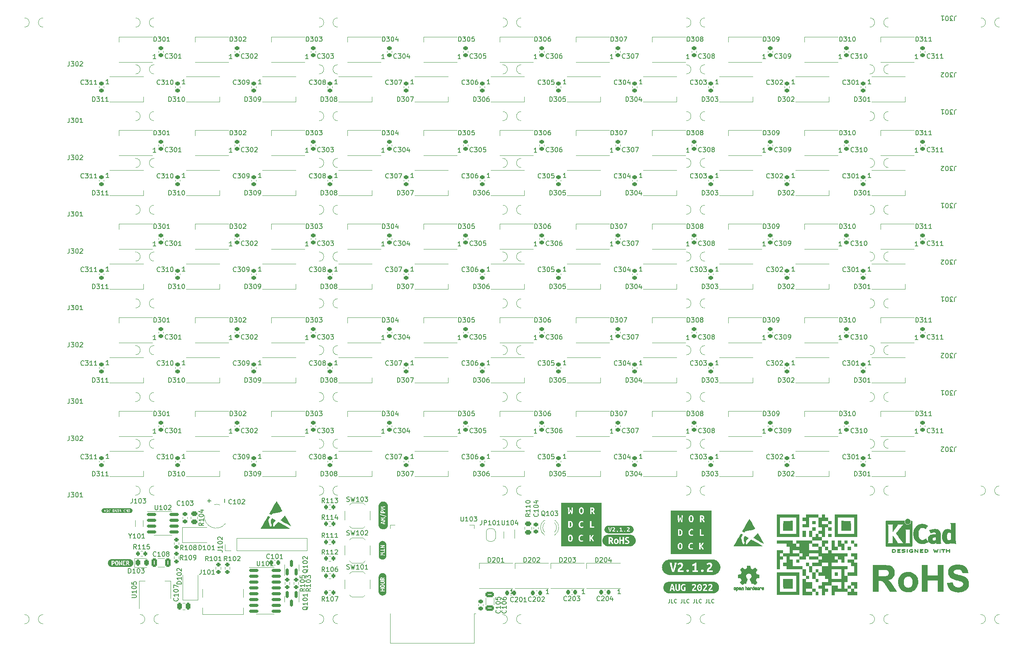
<source format=gto>
G04 #@! TF.GenerationSoftware,KiCad,Pcbnew,(6.0.2)*
G04 #@! TF.CreationDate,2022-08-31T10:54:29+12:00*
G04 #@! TF.ProjectId,Wordclock,576f7264-636c-46f6-936b-2e6b69636164,2.1*
G04 #@! TF.SameCoordinates,Original*
G04 #@! TF.FileFunction,Legend,Top*
G04 #@! TF.FilePolarity,Positive*
%FSLAX46Y46*%
G04 Gerber Fmt 4.6, Leading zero omitted, Abs format (unit mm)*
G04 Created by KiCad (PCBNEW (6.0.2)) date 2022-08-31 10:54:29*
%MOMM*%
%LPD*%
G01*
G04 APERTURE LIST*
G04 Aperture macros list*
%AMRoundRect*
0 Rectangle with rounded corners*
0 $1 Rounding radius*
0 $2 $3 $4 $5 $6 $7 $8 $9 X,Y pos of 4 corners*
0 Add a 4 corners polygon primitive as box body*
4,1,4,$2,$3,$4,$5,$6,$7,$8,$9,$2,$3,0*
0 Add four circle primitives for the rounded corners*
1,1,$1+$1,$2,$3*
1,1,$1+$1,$4,$5*
1,1,$1+$1,$6,$7*
1,1,$1+$1,$8,$9*
0 Add four rect primitives between the rounded corners*
20,1,$1+$1,$2,$3,$4,$5,0*
20,1,$1+$1,$4,$5,$6,$7,0*
20,1,$1+$1,$6,$7,$8,$9,0*
20,1,$1+$1,$8,$9,$2,$3,0*%
%AMOutline4P*
0 Free polygon, 4 corners , with rotation*
0 The origin of the aperture is its center*
0 number of corners: always 4*
0 $1 to $8 corner X, Y*
0 $9 Rotation angle, in degrees counterclockwise*
0 create outline with 4 corners*
4,1,4,$1,$2,$3,$4,$5,$6,$7,$8,$1,$2,$9*%
%AMFreePoly0*
4,1,22,0.500000,-0.750000,0.000000,-0.750000,0.000000,-0.745033,-0.079941,-0.743568,-0.215256,-0.701293,-0.333266,-0.622738,-0.424486,-0.514219,-0.481581,-0.384460,-0.499164,-0.250000,-0.500000,-0.250000,-0.500000,0.250000,-0.499164,0.250000,-0.499963,0.256109,-0.478152,0.396186,-0.417904,0.524511,-0.324060,0.630769,-0.204165,0.706417,-0.067858,0.745374,0.000000,0.744959,0.000000,0.750000,
0.500000,0.750000,0.500000,-0.750000,0.500000,-0.750000,$1*%
%AMFreePoly1*
4,1,20,0.000000,0.744959,0.073905,0.744508,0.209726,0.703889,0.328688,0.626782,0.421226,0.519385,0.479903,0.390333,0.500000,0.250000,0.500000,-0.250000,0.499851,-0.262216,0.476331,-0.402017,0.414519,-0.529596,0.319384,-0.634700,0.198574,-0.708877,0.061801,-0.746166,0.000000,-0.745033,0.000000,-0.750000,-0.500000,-0.750000,-0.500000,0.750000,0.000000,0.750000,0.000000,0.744959,
0.000000,0.744959,$1*%
G04 Aperture macros list end*
%ADD10C,0.152400*%
%ADD11C,0.150000*%
%ADD12C,0.100000*%
%ADD13C,0.120000*%
%ADD14C,0.010000*%
%ADD15C,0.400000*%
%ADD16RoundRect,0.225000X-0.250000X0.225000X-0.250000X-0.225000X0.250000X-0.225000X0.250000X0.225000X0*%
%ADD17R,1.800000X1.800000*%
%ADD18C,1.800000*%
%ADD19R,1.500000X1.000000*%
%ADD20C,2.000000*%
%ADD21RoundRect,0.225000X0.250000X-0.225000X0.250000X0.225000X-0.250000X0.225000X-0.250000X-0.225000X0*%
%ADD22RoundRect,0.200000X0.200000X0.275000X-0.200000X0.275000X-0.200000X-0.275000X0.200000X-0.275000X0*%
%ADD23FreePoly0,270.000000*%
%ADD24FreePoly1,270.000000*%
%ADD25RoundRect,0.200000X-0.275000X0.200000X-0.275000X-0.200000X0.275000X-0.200000X0.275000X0.200000X0*%
%ADD26R,1.800000X1.000000*%
%ADD27C,1.448000*%
%ADD28R,1.200000X2.500000*%
%ADD29C,2.500000*%
%ADD30RoundRect,0.150000X-0.825000X-0.150000X0.825000X-0.150000X0.825000X0.150000X-0.825000X0.150000X0*%
%ADD31RoundRect,0.250000X0.450000X-0.262500X0.450000X0.262500X-0.450000X0.262500X-0.450000X-0.262500X0*%
%ADD32RoundRect,0.200000X-0.200000X-0.275000X0.200000X-0.275000X0.200000X0.275000X-0.200000X0.275000X0*%
%ADD33R,1.700000X1.000000*%
%ADD34R,1.700000X1.700000*%
%ADD35O,1.700000X1.700000*%
%ADD36RoundRect,0.225000X0.225000X0.250000X-0.225000X0.250000X-0.225000X-0.250000X0.225000X-0.250000X0*%
%ADD37RoundRect,0.200000X0.275000X-0.200000X0.275000X0.200000X-0.275000X0.200000X-0.275000X-0.200000X0*%
%ADD38RoundRect,0.243750X-0.243750X-0.456250X0.243750X-0.456250X0.243750X0.456250X-0.243750X0.456250X0*%
%ADD39R,0.400000X0.650000*%
%ADD40R,2.000000X0.900000*%
%ADD41R,0.900000X2.000000*%
%ADD42R,5.000000X5.000000*%
%ADD43C,0.600000*%
%ADD44R,0.600000X1.160000*%
%ADD45R,0.300000X1.160000*%
%ADD46O,0.900000X1.700000*%
%ADD47O,0.900000X2.000000*%
%ADD48RoundRect,0.250000X-0.325000X-0.650000X0.325000X-0.650000X0.325000X0.650000X-0.325000X0.650000X0*%
%ADD49RoundRect,0.150000X0.150000X-0.587500X0.150000X0.587500X-0.150000X0.587500X-0.150000X-0.587500X0*%
%ADD50Outline4P,-1.299500X-0.650000X1.299500X-0.650000X0.000500X0.650000X-0.000500X0.650000X45.000000*%
%ADD51R,1.200000X3.700000*%
%ADD52RoundRect,0.150000X-0.150000X0.587500X-0.150000X-0.587500X0.150000X-0.587500X0.150000X0.587500X0*%
%ADD53R,2.500000X1.800000*%
%ADD54R,1.800000X2.500000*%
%ADD55RoundRect,0.225000X-0.225000X-0.250000X0.225000X-0.250000X0.225000X0.250000X-0.225000X0.250000X0*%
%ADD56RoundRect,0.250000X-0.250000X-0.475000X0.250000X-0.475000X0.250000X0.475000X-0.250000X0.475000X0*%
%ADD57RoundRect,0.250000X-0.650000X0.325000X-0.650000X-0.325000X0.650000X-0.325000X0.650000X0.325000X0*%
%ADD58R,1.500000X2.000000*%
%ADD59R,3.800000X2.000000*%
G04 APERTURE END LIST*
D10*
X172816723Y-157054895D02*
X172816723Y-157635466D01*
X172778019Y-157751580D01*
X172700609Y-157828990D01*
X172584495Y-157867695D01*
X172507085Y-157867695D01*
X173590819Y-157867695D02*
X173203771Y-157867695D01*
X173203771Y-157054895D01*
X174326209Y-157790285D02*
X174287504Y-157828990D01*
X174171390Y-157867695D01*
X174093980Y-157867695D01*
X173977866Y-157828990D01*
X173900457Y-157751580D01*
X173861752Y-157674171D01*
X173823047Y-157519352D01*
X173823047Y-157403238D01*
X173861752Y-157248419D01*
X173900457Y-157171009D01*
X173977866Y-157093600D01*
X174093980Y-157054895D01*
X174171390Y-157054895D01*
X174287504Y-157093600D01*
X174326209Y-157132304D01*
X175526057Y-157054895D02*
X175526057Y-157635466D01*
X175487352Y-157751580D01*
X175409942Y-157828990D01*
X175293828Y-157867695D01*
X175216419Y-157867695D01*
X176300152Y-157867695D02*
X175913104Y-157867695D01*
X175913104Y-157054895D01*
X177035542Y-157790285D02*
X176996838Y-157828990D01*
X176880723Y-157867695D01*
X176803314Y-157867695D01*
X176687200Y-157828990D01*
X176609790Y-157751580D01*
X176571085Y-157674171D01*
X176532380Y-157519352D01*
X176532380Y-157403238D01*
X176571085Y-157248419D01*
X176609790Y-157171009D01*
X176687200Y-157093600D01*
X176803314Y-157054895D01*
X176880723Y-157054895D01*
X176996838Y-157093600D01*
X177035542Y-157132304D01*
X178235390Y-157054895D02*
X178235390Y-157635466D01*
X178196685Y-157751580D01*
X178119276Y-157828990D01*
X178003161Y-157867695D01*
X177925752Y-157867695D01*
X179009485Y-157867695D02*
X178622438Y-157867695D01*
X178622438Y-157054895D01*
X179744876Y-157790285D02*
X179706171Y-157828990D01*
X179590057Y-157867695D01*
X179512647Y-157867695D01*
X179396533Y-157828990D01*
X179319123Y-157751580D01*
X179280419Y-157674171D01*
X179241714Y-157519352D01*
X179241714Y-157403238D01*
X179280419Y-157248419D01*
X179319123Y-157171009D01*
X179396533Y-157093600D01*
X179512647Y-157054895D01*
X179590057Y-157054895D01*
X179706171Y-157093600D01*
X179744876Y-157132304D01*
X180944723Y-157054895D02*
X180944723Y-157635466D01*
X180906019Y-157751580D01*
X180828609Y-157828990D01*
X180712495Y-157867695D01*
X180635085Y-157867695D01*
X181718819Y-157867695D02*
X181331771Y-157867695D01*
X181331771Y-157054895D01*
X182454209Y-157790285D02*
X182415504Y-157828990D01*
X182299390Y-157867695D01*
X182221980Y-157867695D01*
X182105866Y-157828990D01*
X182028457Y-157751580D01*
X181989752Y-157674171D01*
X181951047Y-157519352D01*
X181951047Y-157403238D01*
X181989752Y-157248419D01*
X182028457Y-157171009D01*
X182105866Y-157093600D01*
X182221980Y-157054895D01*
X182299390Y-157054895D01*
X182415504Y-157093600D01*
X182454209Y-157132304D01*
D11*
X128155952Y-65207142D02*
X128108333Y-65254761D01*
X127965476Y-65302380D01*
X127870238Y-65302380D01*
X127727380Y-65254761D01*
X127632142Y-65159523D01*
X127584523Y-65064285D01*
X127536904Y-64873809D01*
X127536904Y-64730952D01*
X127584523Y-64540476D01*
X127632142Y-64445238D01*
X127727380Y-64350000D01*
X127870238Y-64302380D01*
X127965476Y-64302380D01*
X128108333Y-64350000D01*
X128155952Y-64397619D01*
X128489285Y-64302380D02*
X129108333Y-64302380D01*
X128775000Y-64683333D01*
X128917857Y-64683333D01*
X129013095Y-64730952D01*
X129060714Y-64778571D01*
X129108333Y-64873809D01*
X129108333Y-65111904D01*
X129060714Y-65207142D01*
X129013095Y-65254761D01*
X128917857Y-65302380D01*
X128632142Y-65302380D01*
X128536904Y-65254761D01*
X128489285Y-65207142D01*
X129727380Y-64302380D02*
X129822619Y-64302380D01*
X129917857Y-64350000D01*
X129965476Y-64397619D01*
X130013095Y-64492857D01*
X130060714Y-64683333D01*
X130060714Y-64921428D01*
X130013095Y-65111904D01*
X129965476Y-65207142D01*
X129917857Y-65254761D01*
X129822619Y-65302380D01*
X129727380Y-65302380D01*
X129632142Y-65254761D01*
X129584523Y-65207142D01*
X129536904Y-65111904D01*
X129489285Y-64921428D01*
X129489285Y-64683333D01*
X129536904Y-64492857D01*
X129584523Y-64397619D01*
X129632142Y-64350000D01*
X129727380Y-64302380D01*
X130917857Y-64302380D02*
X130727380Y-64302380D01*
X130632142Y-64350000D01*
X130584523Y-64397619D01*
X130489285Y-64540476D01*
X130441666Y-64730952D01*
X130441666Y-65111904D01*
X130489285Y-65207142D01*
X130536904Y-65254761D01*
X130632142Y-65302380D01*
X130822619Y-65302380D01*
X130917857Y-65254761D01*
X130965476Y-65207142D01*
X131013095Y-65111904D01*
X131013095Y-64873809D01*
X130965476Y-64778571D01*
X130917857Y-64730952D01*
X130822619Y-64683333D01*
X130632142Y-64683333D01*
X130536904Y-64730952D01*
X130489285Y-64778571D01*
X130441666Y-64873809D01*
X145631345Y-138956065D02*
X145536107Y-138908446D01*
X145440869Y-138813207D01*
X145298012Y-138670350D01*
X145202774Y-138622731D01*
X145107536Y-138622731D01*
X145155155Y-138860826D02*
X145059917Y-138813207D01*
X144964679Y-138717969D01*
X144917060Y-138527493D01*
X144917060Y-138194160D01*
X144964679Y-138003684D01*
X145059917Y-137908446D01*
X145155155Y-137860826D01*
X145345631Y-137860826D01*
X145440869Y-137908446D01*
X145536107Y-138003684D01*
X145583726Y-138194160D01*
X145583726Y-138527493D01*
X145536107Y-138717969D01*
X145440869Y-138813207D01*
X145345631Y-138860826D01*
X145155155Y-138860826D01*
X146536107Y-138860826D02*
X145964679Y-138860826D01*
X146250393Y-138860826D02*
X146250393Y-137860826D01*
X146155155Y-138003684D01*
X146059917Y-138098922D01*
X145964679Y-138146541D01*
X147155155Y-137860826D02*
X147250393Y-137860826D01*
X147345631Y-137908446D01*
X147393250Y-137956065D01*
X147440869Y-138051303D01*
X147488488Y-138241779D01*
X147488488Y-138479874D01*
X147440869Y-138670350D01*
X147393250Y-138765588D01*
X147345631Y-138813207D01*
X147250393Y-138860826D01*
X147155155Y-138860826D01*
X147059917Y-138813207D01*
X147012298Y-138765588D01*
X146964679Y-138670350D01*
X146917060Y-138479874D01*
X146917060Y-138241779D01*
X146964679Y-138051303D01*
X147012298Y-137956065D01*
X147059917Y-137908446D01*
X147155155Y-137860826D01*
X147821822Y-137860826D02*
X148440869Y-137860826D01*
X148107536Y-138241779D01*
X148250393Y-138241779D01*
X148345631Y-138289398D01*
X148393250Y-138337017D01*
X148440869Y-138432255D01*
X148440869Y-138670350D01*
X148393250Y-138765588D01*
X148345631Y-138813207D01*
X148250393Y-138860826D01*
X147964679Y-138860826D01*
X147869441Y-138813207D01*
X147821822Y-138765588D01*
X146684523Y-130202380D02*
X146684523Y-129202380D01*
X146922619Y-129202380D01*
X147065476Y-129250000D01*
X147160714Y-129345238D01*
X147208333Y-129440476D01*
X147255952Y-129630952D01*
X147255952Y-129773809D01*
X147208333Y-129964285D01*
X147160714Y-130059523D01*
X147065476Y-130154761D01*
X146922619Y-130202380D01*
X146684523Y-130202380D01*
X147589285Y-129202380D02*
X148208333Y-129202380D01*
X147875000Y-129583333D01*
X148017857Y-129583333D01*
X148113095Y-129630952D01*
X148160714Y-129678571D01*
X148208333Y-129773809D01*
X148208333Y-130011904D01*
X148160714Y-130107142D01*
X148113095Y-130154761D01*
X148017857Y-130202380D01*
X147732142Y-130202380D01*
X147636904Y-130154761D01*
X147589285Y-130107142D01*
X148827380Y-129202380D02*
X148922619Y-129202380D01*
X149017857Y-129250000D01*
X149065476Y-129297619D01*
X149113095Y-129392857D01*
X149160714Y-129583333D01*
X149160714Y-129821428D01*
X149113095Y-130011904D01*
X149065476Y-130107142D01*
X149017857Y-130154761D01*
X148922619Y-130202380D01*
X148827380Y-130202380D01*
X148732142Y-130154761D01*
X148684523Y-130107142D01*
X148636904Y-130011904D01*
X148589285Y-129821428D01*
X148589285Y-129583333D01*
X148636904Y-129392857D01*
X148684523Y-129297619D01*
X148732142Y-129250000D01*
X148827380Y-129202380D01*
X150065476Y-129202380D02*
X149589285Y-129202380D01*
X149541666Y-129678571D01*
X149589285Y-129630952D01*
X149684523Y-129583333D01*
X149922619Y-129583333D01*
X150017857Y-129630952D01*
X150065476Y-129678571D01*
X150113095Y-129773809D01*
X150113095Y-130011904D01*
X150065476Y-130107142D01*
X150017857Y-130154761D01*
X149922619Y-130202380D01*
X149684523Y-130202380D01*
X149589285Y-130154761D01*
X149541666Y-130107142D01*
X150210714Y-126402380D02*
X149639285Y-126402380D01*
X149925000Y-126402380D02*
X149925000Y-125402380D01*
X149829761Y-125545238D01*
X149734523Y-125640476D01*
X149639285Y-125688095D01*
X196484523Y-130202380D02*
X196484523Y-129202380D01*
X196722619Y-129202380D01*
X196865476Y-129250000D01*
X196960714Y-129345238D01*
X197008333Y-129440476D01*
X197055952Y-129630952D01*
X197055952Y-129773809D01*
X197008333Y-129964285D01*
X196960714Y-130059523D01*
X196865476Y-130154761D01*
X196722619Y-130202380D01*
X196484523Y-130202380D01*
X197389285Y-129202380D02*
X198008333Y-129202380D01*
X197675000Y-129583333D01*
X197817857Y-129583333D01*
X197913095Y-129630952D01*
X197960714Y-129678571D01*
X198008333Y-129773809D01*
X198008333Y-130011904D01*
X197960714Y-130107142D01*
X197913095Y-130154761D01*
X197817857Y-130202380D01*
X197532142Y-130202380D01*
X197436904Y-130154761D01*
X197389285Y-130107142D01*
X198627380Y-129202380D02*
X198722619Y-129202380D01*
X198817857Y-129250000D01*
X198865476Y-129297619D01*
X198913095Y-129392857D01*
X198960714Y-129583333D01*
X198960714Y-129821428D01*
X198913095Y-130011904D01*
X198865476Y-130107142D01*
X198817857Y-130154761D01*
X198722619Y-130202380D01*
X198627380Y-130202380D01*
X198532142Y-130154761D01*
X198484523Y-130107142D01*
X198436904Y-130011904D01*
X198389285Y-129821428D01*
X198389285Y-129583333D01*
X198436904Y-129392857D01*
X198484523Y-129297619D01*
X198532142Y-129250000D01*
X198627380Y-129202380D01*
X199341666Y-129297619D02*
X199389285Y-129250000D01*
X199484523Y-129202380D01*
X199722619Y-129202380D01*
X199817857Y-129250000D01*
X199865476Y-129297619D01*
X199913095Y-129392857D01*
X199913095Y-129488095D01*
X199865476Y-129630952D01*
X199294047Y-130202380D01*
X199913095Y-130202380D01*
X200010714Y-126402380D02*
X199439285Y-126402380D01*
X199725000Y-126402380D02*
X199725000Y-125402380D01*
X199629761Y-125545238D01*
X199534523Y-125640476D01*
X199439285Y-125688095D01*
X226434523Y-96702380D02*
X226434523Y-95702380D01*
X226672619Y-95702380D01*
X226815476Y-95750000D01*
X226910714Y-95845238D01*
X226958333Y-95940476D01*
X227005952Y-96130952D01*
X227005952Y-96273809D01*
X226958333Y-96464285D01*
X226910714Y-96559523D01*
X226815476Y-96654761D01*
X226672619Y-96702380D01*
X226434523Y-96702380D01*
X227339285Y-95702380D02*
X227958333Y-95702380D01*
X227625000Y-96083333D01*
X227767857Y-96083333D01*
X227863095Y-96130952D01*
X227910714Y-96178571D01*
X227958333Y-96273809D01*
X227958333Y-96511904D01*
X227910714Y-96607142D01*
X227863095Y-96654761D01*
X227767857Y-96702380D01*
X227482142Y-96702380D01*
X227386904Y-96654761D01*
X227339285Y-96607142D01*
X228910714Y-96702380D02*
X228339285Y-96702380D01*
X228625000Y-96702380D02*
X228625000Y-95702380D01*
X228529761Y-95845238D01*
X228434523Y-95940476D01*
X228339285Y-95988095D01*
X229863095Y-96702380D02*
X229291666Y-96702380D01*
X229577380Y-96702380D02*
X229577380Y-95702380D01*
X229482142Y-95845238D01*
X229386904Y-95940476D01*
X229291666Y-95988095D01*
X226860714Y-100502380D02*
X226289285Y-100502380D01*
X226575000Y-100502380D02*
X226575000Y-99502380D01*
X226479761Y-99645238D01*
X226384523Y-99740476D01*
X226289285Y-99788095D01*
X161355952Y-106007142D02*
X161308333Y-106054761D01*
X161165476Y-106102380D01*
X161070238Y-106102380D01*
X160927380Y-106054761D01*
X160832142Y-105959523D01*
X160784523Y-105864285D01*
X160736904Y-105673809D01*
X160736904Y-105530952D01*
X160784523Y-105340476D01*
X160832142Y-105245238D01*
X160927380Y-105150000D01*
X161070238Y-105102380D01*
X161165476Y-105102380D01*
X161308333Y-105150000D01*
X161355952Y-105197619D01*
X161689285Y-105102380D02*
X162308333Y-105102380D01*
X161975000Y-105483333D01*
X162117857Y-105483333D01*
X162213095Y-105530952D01*
X162260714Y-105578571D01*
X162308333Y-105673809D01*
X162308333Y-105911904D01*
X162260714Y-106007142D01*
X162213095Y-106054761D01*
X162117857Y-106102380D01*
X161832142Y-106102380D01*
X161736904Y-106054761D01*
X161689285Y-106007142D01*
X162927380Y-105102380D02*
X163022619Y-105102380D01*
X163117857Y-105150000D01*
X163165476Y-105197619D01*
X163213095Y-105292857D01*
X163260714Y-105483333D01*
X163260714Y-105721428D01*
X163213095Y-105911904D01*
X163165476Y-106007142D01*
X163117857Y-106054761D01*
X163022619Y-106102380D01*
X162927380Y-106102380D01*
X162832142Y-106054761D01*
X162784523Y-106007142D01*
X162736904Y-105911904D01*
X162689285Y-105721428D01*
X162689285Y-105483333D01*
X162736904Y-105292857D01*
X162784523Y-105197619D01*
X162832142Y-105150000D01*
X162927380Y-105102380D01*
X164117857Y-105435714D02*
X164117857Y-106102380D01*
X163879761Y-105054761D02*
X163641666Y-105769047D01*
X164260714Y-105769047D01*
X163105952Y-100307142D02*
X163058333Y-100354761D01*
X162915476Y-100402380D01*
X162820238Y-100402380D01*
X162677380Y-100354761D01*
X162582142Y-100259523D01*
X162534523Y-100164285D01*
X162486904Y-99973809D01*
X162486904Y-99830952D01*
X162534523Y-99640476D01*
X162582142Y-99545238D01*
X162677380Y-99450000D01*
X162820238Y-99402380D01*
X162915476Y-99402380D01*
X163058333Y-99450000D01*
X163105952Y-99497619D01*
X163439285Y-99402380D02*
X164058333Y-99402380D01*
X163725000Y-99783333D01*
X163867857Y-99783333D01*
X163963095Y-99830952D01*
X164010714Y-99878571D01*
X164058333Y-99973809D01*
X164058333Y-100211904D01*
X164010714Y-100307142D01*
X163963095Y-100354761D01*
X163867857Y-100402380D01*
X163582142Y-100402380D01*
X163486904Y-100354761D01*
X163439285Y-100307142D01*
X164677380Y-99402380D02*
X164772619Y-99402380D01*
X164867857Y-99450000D01*
X164915476Y-99497619D01*
X164963095Y-99592857D01*
X165010714Y-99783333D01*
X165010714Y-100021428D01*
X164963095Y-100211904D01*
X164915476Y-100307142D01*
X164867857Y-100354761D01*
X164772619Y-100402380D01*
X164677380Y-100402380D01*
X164582142Y-100354761D01*
X164534523Y-100307142D01*
X164486904Y-100211904D01*
X164439285Y-100021428D01*
X164439285Y-99783333D01*
X164486904Y-99592857D01*
X164534523Y-99497619D01*
X164582142Y-99450000D01*
X164677380Y-99402380D01*
X165344047Y-99402380D02*
X166010714Y-99402380D01*
X165582142Y-100402380D01*
X177955952Y-126407142D02*
X177908333Y-126454761D01*
X177765476Y-126502380D01*
X177670238Y-126502380D01*
X177527380Y-126454761D01*
X177432142Y-126359523D01*
X177384523Y-126264285D01*
X177336904Y-126073809D01*
X177336904Y-125930952D01*
X177384523Y-125740476D01*
X177432142Y-125645238D01*
X177527380Y-125550000D01*
X177670238Y-125502380D01*
X177765476Y-125502380D01*
X177908333Y-125550000D01*
X177955952Y-125597619D01*
X178289285Y-125502380D02*
X178908333Y-125502380D01*
X178575000Y-125883333D01*
X178717857Y-125883333D01*
X178813095Y-125930952D01*
X178860714Y-125978571D01*
X178908333Y-126073809D01*
X178908333Y-126311904D01*
X178860714Y-126407142D01*
X178813095Y-126454761D01*
X178717857Y-126502380D01*
X178432142Y-126502380D01*
X178336904Y-126454761D01*
X178289285Y-126407142D01*
X179527380Y-125502380D02*
X179622619Y-125502380D01*
X179717857Y-125550000D01*
X179765476Y-125597619D01*
X179813095Y-125692857D01*
X179860714Y-125883333D01*
X179860714Y-126121428D01*
X179813095Y-126311904D01*
X179765476Y-126407142D01*
X179717857Y-126454761D01*
X179622619Y-126502380D01*
X179527380Y-126502380D01*
X179432142Y-126454761D01*
X179384523Y-126407142D01*
X179336904Y-126311904D01*
X179289285Y-126121428D01*
X179289285Y-125883333D01*
X179336904Y-125692857D01*
X179384523Y-125597619D01*
X179432142Y-125550000D01*
X179527380Y-125502380D01*
X180194047Y-125502380D02*
X180813095Y-125502380D01*
X180479761Y-125883333D01*
X180622619Y-125883333D01*
X180717857Y-125930952D01*
X180765476Y-125978571D01*
X180813095Y-126073809D01*
X180813095Y-126311904D01*
X180765476Y-126407142D01*
X180717857Y-126454761D01*
X180622619Y-126502380D01*
X180336904Y-126502380D01*
X180241666Y-126454761D01*
X180194047Y-126407142D01*
X63505952Y-39107142D02*
X63458333Y-39154761D01*
X63315476Y-39202380D01*
X63220238Y-39202380D01*
X63077380Y-39154761D01*
X62982142Y-39059523D01*
X62934523Y-38964285D01*
X62886904Y-38773809D01*
X62886904Y-38630952D01*
X62934523Y-38440476D01*
X62982142Y-38345238D01*
X63077380Y-38250000D01*
X63220238Y-38202380D01*
X63315476Y-38202380D01*
X63458333Y-38250000D01*
X63505952Y-38297619D01*
X63839285Y-38202380D02*
X64458333Y-38202380D01*
X64125000Y-38583333D01*
X64267857Y-38583333D01*
X64363095Y-38630952D01*
X64410714Y-38678571D01*
X64458333Y-38773809D01*
X64458333Y-39011904D01*
X64410714Y-39107142D01*
X64363095Y-39154761D01*
X64267857Y-39202380D01*
X63982142Y-39202380D01*
X63886904Y-39154761D01*
X63839285Y-39107142D01*
X65077380Y-38202380D02*
X65172619Y-38202380D01*
X65267857Y-38250000D01*
X65315476Y-38297619D01*
X65363095Y-38392857D01*
X65410714Y-38583333D01*
X65410714Y-38821428D01*
X65363095Y-39011904D01*
X65315476Y-39107142D01*
X65267857Y-39154761D01*
X65172619Y-39202380D01*
X65077380Y-39202380D01*
X64982142Y-39154761D01*
X64934523Y-39107142D01*
X64886904Y-39011904D01*
X64839285Y-38821428D01*
X64839285Y-38583333D01*
X64886904Y-38392857D01*
X64934523Y-38297619D01*
X64982142Y-38250000D01*
X65077380Y-38202380D01*
X66363095Y-39202380D02*
X65791666Y-39202380D01*
X66077380Y-39202380D02*
X66077380Y-38202380D01*
X65982142Y-38345238D01*
X65886904Y-38440476D01*
X65791666Y-38488095D01*
X97630952Y-157482380D02*
X97297619Y-157006190D01*
X97059523Y-157482380D02*
X97059523Y-156482380D01*
X97440476Y-156482380D01*
X97535714Y-156530000D01*
X97583333Y-156577619D01*
X97630952Y-156672857D01*
X97630952Y-156815714D01*
X97583333Y-156910952D01*
X97535714Y-156958571D01*
X97440476Y-157006190D01*
X97059523Y-157006190D01*
X98583333Y-157482380D02*
X98011904Y-157482380D01*
X98297619Y-157482380D02*
X98297619Y-156482380D01*
X98202380Y-156625238D01*
X98107142Y-156720476D01*
X98011904Y-156768095D01*
X99202380Y-156482380D02*
X99297619Y-156482380D01*
X99392857Y-156530000D01*
X99440476Y-156577619D01*
X99488095Y-156672857D01*
X99535714Y-156863333D01*
X99535714Y-157101428D01*
X99488095Y-157291904D01*
X99440476Y-157387142D01*
X99392857Y-157434761D01*
X99297619Y-157482380D01*
X99202380Y-157482380D01*
X99107142Y-157434761D01*
X99059523Y-157387142D01*
X99011904Y-157291904D01*
X98964285Y-157101428D01*
X98964285Y-156863333D01*
X99011904Y-156672857D01*
X99059523Y-156577619D01*
X99107142Y-156530000D01*
X99202380Y-156482380D01*
X99869047Y-156482380D02*
X100535714Y-156482380D01*
X100107142Y-157482380D01*
X131893250Y-139860826D02*
X131893250Y-140575112D01*
X131845631Y-140717969D01*
X131750393Y-140813207D01*
X131607536Y-140860826D01*
X131512298Y-140860826D01*
X132369441Y-140860826D02*
X132369441Y-139860826D01*
X132750393Y-139860826D01*
X132845631Y-139908446D01*
X132893250Y-139956065D01*
X132940869Y-140051303D01*
X132940869Y-140194160D01*
X132893250Y-140289398D01*
X132845631Y-140337017D01*
X132750393Y-140384636D01*
X132369441Y-140384636D01*
X133893250Y-140860826D02*
X133321822Y-140860826D01*
X133607536Y-140860826D02*
X133607536Y-139860826D01*
X133512298Y-140003684D01*
X133417060Y-140098922D01*
X133321822Y-140146541D01*
X134512298Y-139860826D02*
X134607536Y-139860826D01*
X134702774Y-139908446D01*
X134750393Y-139956065D01*
X134798012Y-140051303D01*
X134845631Y-140241779D01*
X134845631Y-140479874D01*
X134798012Y-140670350D01*
X134750393Y-140765588D01*
X134702774Y-140813207D01*
X134607536Y-140860826D01*
X134512298Y-140860826D01*
X134417060Y-140813207D01*
X134369441Y-140765588D01*
X134321822Y-140670350D01*
X134274203Y-140479874D01*
X134274203Y-140241779D01*
X134321822Y-140051303D01*
X134369441Y-139956065D01*
X134417060Y-139908446D01*
X134512298Y-139860826D01*
X135798012Y-140860826D02*
X135226584Y-140860826D01*
X135512298Y-140860826D02*
X135512298Y-139860826D01*
X135417060Y-140003684D01*
X135321822Y-140098922D01*
X135226584Y-140146541D01*
X61755952Y-65207142D02*
X61708333Y-65254761D01*
X61565476Y-65302380D01*
X61470238Y-65302380D01*
X61327380Y-65254761D01*
X61232142Y-65159523D01*
X61184523Y-65064285D01*
X61136904Y-64873809D01*
X61136904Y-64730952D01*
X61184523Y-64540476D01*
X61232142Y-64445238D01*
X61327380Y-64350000D01*
X61470238Y-64302380D01*
X61565476Y-64302380D01*
X61708333Y-64350000D01*
X61755952Y-64397619D01*
X62089285Y-64302380D02*
X62708333Y-64302380D01*
X62375000Y-64683333D01*
X62517857Y-64683333D01*
X62613095Y-64730952D01*
X62660714Y-64778571D01*
X62708333Y-64873809D01*
X62708333Y-65111904D01*
X62660714Y-65207142D01*
X62613095Y-65254761D01*
X62517857Y-65302380D01*
X62232142Y-65302380D01*
X62136904Y-65254761D01*
X62089285Y-65207142D01*
X63660714Y-65302380D02*
X63089285Y-65302380D01*
X63375000Y-65302380D02*
X63375000Y-64302380D01*
X63279761Y-64445238D01*
X63184523Y-64540476D01*
X63089285Y-64588095D01*
X64279761Y-64302380D02*
X64375000Y-64302380D01*
X64470238Y-64350000D01*
X64517857Y-64397619D01*
X64565476Y-64492857D01*
X64613095Y-64683333D01*
X64613095Y-64921428D01*
X64565476Y-65111904D01*
X64517857Y-65207142D01*
X64470238Y-65254761D01*
X64375000Y-65302380D01*
X64279761Y-65302380D01*
X64184523Y-65254761D01*
X64136904Y-65207142D01*
X64089285Y-65111904D01*
X64041666Y-64921428D01*
X64041666Y-64683333D01*
X64089285Y-64492857D01*
X64136904Y-64397619D01*
X64184523Y-64350000D01*
X64279761Y-64302380D01*
X80284523Y-69002380D02*
X80284523Y-68002380D01*
X80522619Y-68002380D01*
X80665476Y-68050000D01*
X80760714Y-68145238D01*
X80808333Y-68240476D01*
X80855952Y-68430952D01*
X80855952Y-68573809D01*
X80808333Y-68764285D01*
X80760714Y-68859523D01*
X80665476Y-68954761D01*
X80522619Y-69002380D01*
X80284523Y-69002380D01*
X81189285Y-68002380D02*
X81808333Y-68002380D01*
X81475000Y-68383333D01*
X81617857Y-68383333D01*
X81713095Y-68430952D01*
X81760714Y-68478571D01*
X81808333Y-68573809D01*
X81808333Y-68811904D01*
X81760714Y-68907142D01*
X81713095Y-68954761D01*
X81617857Y-69002380D01*
X81332142Y-69002380D01*
X81236904Y-68954761D01*
X81189285Y-68907142D01*
X82427380Y-68002380D02*
X82522619Y-68002380D01*
X82617857Y-68050000D01*
X82665476Y-68097619D01*
X82713095Y-68192857D01*
X82760714Y-68383333D01*
X82760714Y-68621428D01*
X82713095Y-68811904D01*
X82665476Y-68907142D01*
X82617857Y-68954761D01*
X82522619Y-69002380D01*
X82427380Y-69002380D01*
X82332142Y-68954761D01*
X82284523Y-68907142D01*
X82236904Y-68811904D01*
X82189285Y-68621428D01*
X82189285Y-68383333D01*
X82236904Y-68192857D01*
X82284523Y-68097619D01*
X82332142Y-68050000D01*
X82427380Y-68002380D01*
X83236904Y-69002380D02*
X83427380Y-69002380D01*
X83522619Y-68954761D01*
X83570238Y-68907142D01*
X83665476Y-68764285D01*
X83713095Y-68573809D01*
X83713095Y-68192857D01*
X83665476Y-68097619D01*
X83617857Y-68050000D01*
X83522619Y-68002380D01*
X83332142Y-68002380D01*
X83236904Y-68050000D01*
X83189285Y-68097619D01*
X83141666Y-68192857D01*
X83141666Y-68430952D01*
X83189285Y-68526190D01*
X83236904Y-68573809D01*
X83332142Y-68621428D01*
X83522619Y-68621428D01*
X83617857Y-68573809D01*
X83665476Y-68526190D01*
X83713095Y-68430952D01*
X83810714Y-65202380D02*
X83239285Y-65202380D01*
X83525000Y-65202380D02*
X83525000Y-64202380D01*
X83429761Y-64345238D01*
X83334523Y-64440476D01*
X83239285Y-64488095D01*
X76359917Y-148710826D02*
X76026584Y-148234636D01*
X75788488Y-148710826D02*
X75788488Y-147710826D01*
X76169441Y-147710826D01*
X76264679Y-147758446D01*
X76312298Y-147806065D01*
X76359917Y-147901303D01*
X76359917Y-148044160D01*
X76312298Y-148139398D01*
X76264679Y-148187017D01*
X76169441Y-148234636D01*
X75788488Y-148234636D01*
X77312298Y-148710826D02*
X76740869Y-148710826D01*
X77026584Y-148710826D02*
X77026584Y-147710826D01*
X76931345Y-147853684D01*
X76836107Y-147948922D01*
X76740869Y-147996541D01*
X77931345Y-147710826D02*
X78026584Y-147710826D01*
X78121822Y-147758446D01*
X78169441Y-147806065D01*
X78217060Y-147901303D01*
X78264679Y-148091779D01*
X78264679Y-148329874D01*
X78217060Y-148520350D01*
X78169441Y-148615588D01*
X78121822Y-148663207D01*
X78026584Y-148710826D01*
X77931345Y-148710826D01*
X77836107Y-148663207D01*
X77788488Y-148615588D01*
X77740869Y-148520350D01*
X77693250Y-148329874D01*
X77693250Y-148091779D01*
X77740869Y-147901303D01*
X77788488Y-147806065D01*
X77836107Y-147758446D01*
X77931345Y-147710826D01*
X78645631Y-147806065D02*
X78693250Y-147758446D01*
X78788488Y-147710826D01*
X79026584Y-147710826D01*
X79121822Y-147758446D01*
X79169441Y-147806065D01*
X79217060Y-147901303D01*
X79217060Y-147996541D01*
X79169441Y-148139398D01*
X78598012Y-148710826D01*
X79217060Y-148710826D01*
X110234523Y-96702380D02*
X110234523Y-95702380D01*
X110472619Y-95702380D01*
X110615476Y-95750000D01*
X110710714Y-95845238D01*
X110758333Y-95940476D01*
X110805952Y-96130952D01*
X110805952Y-96273809D01*
X110758333Y-96464285D01*
X110710714Y-96559523D01*
X110615476Y-96654761D01*
X110472619Y-96702380D01*
X110234523Y-96702380D01*
X111139285Y-95702380D02*
X111758333Y-95702380D01*
X111425000Y-96083333D01*
X111567857Y-96083333D01*
X111663095Y-96130952D01*
X111710714Y-96178571D01*
X111758333Y-96273809D01*
X111758333Y-96511904D01*
X111710714Y-96607142D01*
X111663095Y-96654761D01*
X111567857Y-96702380D01*
X111282142Y-96702380D01*
X111186904Y-96654761D01*
X111139285Y-96607142D01*
X112377380Y-95702380D02*
X112472619Y-95702380D01*
X112567857Y-95750000D01*
X112615476Y-95797619D01*
X112663095Y-95892857D01*
X112710714Y-96083333D01*
X112710714Y-96321428D01*
X112663095Y-96511904D01*
X112615476Y-96607142D01*
X112567857Y-96654761D01*
X112472619Y-96702380D01*
X112377380Y-96702380D01*
X112282142Y-96654761D01*
X112234523Y-96607142D01*
X112186904Y-96511904D01*
X112139285Y-96321428D01*
X112139285Y-96083333D01*
X112186904Y-95892857D01*
X112234523Y-95797619D01*
X112282142Y-95750000D01*
X112377380Y-95702380D01*
X113567857Y-96035714D02*
X113567857Y-96702380D01*
X113329761Y-95654761D02*
X113091666Y-96369047D01*
X113710714Y-96369047D01*
X110660714Y-100502380D02*
X110089285Y-100502380D01*
X110375000Y-100502380D02*
X110375000Y-99502380D01*
X110279761Y-99645238D01*
X110184523Y-99740476D01*
X110089285Y-99788095D01*
X61755952Y-106007142D02*
X61708333Y-106054761D01*
X61565476Y-106102380D01*
X61470238Y-106102380D01*
X61327380Y-106054761D01*
X61232142Y-105959523D01*
X61184523Y-105864285D01*
X61136904Y-105673809D01*
X61136904Y-105530952D01*
X61184523Y-105340476D01*
X61232142Y-105245238D01*
X61327380Y-105150000D01*
X61470238Y-105102380D01*
X61565476Y-105102380D01*
X61708333Y-105150000D01*
X61755952Y-105197619D01*
X62089285Y-105102380D02*
X62708333Y-105102380D01*
X62375000Y-105483333D01*
X62517857Y-105483333D01*
X62613095Y-105530952D01*
X62660714Y-105578571D01*
X62708333Y-105673809D01*
X62708333Y-105911904D01*
X62660714Y-106007142D01*
X62613095Y-106054761D01*
X62517857Y-106102380D01*
X62232142Y-106102380D01*
X62136904Y-106054761D01*
X62089285Y-106007142D01*
X63660714Y-106102380D02*
X63089285Y-106102380D01*
X63375000Y-106102380D02*
X63375000Y-105102380D01*
X63279761Y-105245238D01*
X63184523Y-105340476D01*
X63089285Y-105388095D01*
X64279761Y-105102380D02*
X64375000Y-105102380D01*
X64470238Y-105150000D01*
X64517857Y-105197619D01*
X64565476Y-105292857D01*
X64613095Y-105483333D01*
X64613095Y-105721428D01*
X64565476Y-105911904D01*
X64517857Y-106007142D01*
X64470238Y-106054761D01*
X64375000Y-106102380D01*
X64279761Y-106102380D01*
X64184523Y-106054761D01*
X64136904Y-106007142D01*
X64089285Y-105911904D01*
X64041666Y-105721428D01*
X64041666Y-105483333D01*
X64089285Y-105292857D01*
X64136904Y-105197619D01*
X64184523Y-105150000D01*
X64279761Y-105102380D01*
X66109917Y-136515588D02*
X66062298Y-136563207D01*
X65919441Y-136610826D01*
X65824203Y-136610826D01*
X65681345Y-136563207D01*
X65586107Y-136467969D01*
X65538488Y-136372731D01*
X65490869Y-136182255D01*
X65490869Y-136039398D01*
X65538488Y-135848922D01*
X65586107Y-135753684D01*
X65681345Y-135658446D01*
X65824203Y-135610826D01*
X65919441Y-135610826D01*
X66062298Y-135658446D01*
X66109917Y-135706065D01*
X67062298Y-136610826D02*
X66490869Y-136610826D01*
X66776584Y-136610826D02*
X66776584Y-135610826D01*
X66681345Y-135753684D01*
X66586107Y-135848922D01*
X66490869Y-135896541D01*
X67681345Y-135610826D02*
X67776584Y-135610826D01*
X67871822Y-135658446D01*
X67919441Y-135706065D01*
X67967060Y-135801303D01*
X68014679Y-135991779D01*
X68014679Y-136229874D01*
X67967060Y-136420350D01*
X67919441Y-136515588D01*
X67871822Y-136563207D01*
X67776584Y-136610826D01*
X67681345Y-136610826D01*
X67586107Y-136563207D01*
X67538488Y-136515588D01*
X67490869Y-136420350D01*
X67443250Y-136229874D01*
X67443250Y-135991779D01*
X67490869Y-135801303D01*
X67538488Y-135706065D01*
X67586107Y-135658446D01*
X67681345Y-135610826D01*
X68348012Y-135610826D02*
X68967060Y-135610826D01*
X68633726Y-135991779D01*
X68776584Y-135991779D01*
X68871822Y-136039398D01*
X68919441Y-136087017D01*
X68967060Y-136182255D01*
X68967060Y-136420350D01*
X68919441Y-136515588D01*
X68871822Y-136563207D01*
X68776584Y-136610826D01*
X68490869Y-136610826D01*
X68395631Y-136563207D01*
X68348012Y-136515588D01*
X60434523Y-96702380D02*
X60434523Y-95702380D01*
X60672619Y-95702380D01*
X60815476Y-95750000D01*
X60910714Y-95845238D01*
X60958333Y-95940476D01*
X61005952Y-96130952D01*
X61005952Y-96273809D01*
X60958333Y-96464285D01*
X60910714Y-96559523D01*
X60815476Y-96654761D01*
X60672619Y-96702380D01*
X60434523Y-96702380D01*
X61339285Y-95702380D02*
X61958333Y-95702380D01*
X61625000Y-96083333D01*
X61767857Y-96083333D01*
X61863095Y-96130952D01*
X61910714Y-96178571D01*
X61958333Y-96273809D01*
X61958333Y-96511904D01*
X61910714Y-96607142D01*
X61863095Y-96654761D01*
X61767857Y-96702380D01*
X61482142Y-96702380D01*
X61386904Y-96654761D01*
X61339285Y-96607142D01*
X62577380Y-95702380D02*
X62672619Y-95702380D01*
X62767857Y-95750000D01*
X62815476Y-95797619D01*
X62863095Y-95892857D01*
X62910714Y-96083333D01*
X62910714Y-96321428D01*
X62863095Y-96511904D01*
X62815476Y-96607142D01*
X62767857Y-96654761D01*
X62672619Y-96702380D01*
X62577380Y-96702380D01*
X62482142Y-96654761D01*
X62434523Y-96607142D01*
X62386904Y-96511904D01*
X62339285Y-96321428D01*
X62339285Y-96083333D01*
X62386904Y-95892857D01*
X62434523Y-95797619D01*
X62482142Y-95750000D01*
X62577380Y-95702380D01*
X63863095Y-96702380D02*
X63291666Y-96702380D01*
X63577380Y-96702380D02*
X63577380Y-95702380D01*
X63482142Y-95845238D01*
X63386904Y-95940476D01*
X63291666Y-95988095D01*
X60860714Y-100502380D02*
X60289285Y-100502380D01*
X60575000Y-100502380D02*
X60575000Y-99502380D01*
X60479761Y-99645238D01*
X60384523Y-99740476D01*
X60289285Y-99788095D01*
X97630952Y-147260826D02*
X97297619Y-146784636D01*
X97059523Y-147260826D02*
X97059523Y-146260826D01*
X97440476Y-146260826D01*
X97535714Y-146308446D01*
X97583333Y-146356065D01*
X97630952Y-146451303D01*
X97630952Y-146594160D01*
X97583333Y-146689398D01*
X97535714Y-146737017D01*
X97440476Y-146784636D01*
X97059523Y-146784636D01*
X98583333Y-147260826D02*
X98011904Y-147260826D01*
X98297619Y-147260826D02*
X98297619Y-146260826D01*
X98202380Y-146403684D01*
X98107142Y-146498922D01*
X98011904Y-146546541D01*
X99535714Y-147260826D02*
X98964285Y-147260826D01*
X99250000Y-147260826D02*
X99250000Y-146260826D01*
X99154761Y-146403684D01*
X99059523Y-146498922D01*
X98964285Y-146546541D01*
X99916666Y-146356065D02*
X99964285Y-146308446D01*
X100059523Y-146260826D01*
X100297619Y-146260826D01*
X100392857Y-146308446D01*
X100440476Y-146356065D01*
X100488095Y-146451303D01*
X100488095Y-146546541D01*
X100440476Y-146689398D01*
X99869047Y-147260826D01*
X100488095Y-147260826D01*
X80284523Y-48602380D02*
X80284523Y-47602380D01*
X80522619Y-47602380D01*
X80665476Y-47650000D01*
X80760714Y-47745238D01*
X80808333Y-47840476D01*
X80855952Y-48030952D01*
X80855952Y-48173809D01*
X80808333Y-48364285D01*
X80760714Y-48459523D01*
X80665476Y-48554761D01*
X80522619Y-48602380D01*
X80284523Y-48602380D01*
X81189285Y-47602380D02*
X81808333Y-47602380D01*
X81475000Y-47983333D01*
X81617857Y-47983333D01*
X81713095Y-48030952D01*
X81760714Y-48078571D01*
X81808333Y-48173809D01*
X81808333Y-48411904D01*
X81760714Y-48507142D01*
X81713095Y-48554761D01*
X81617857Y-48602380D01*
X81332142Y-48602380D01*
X81236904Y-48554761D01*
X81189285Y-48507142D01*
X82427380Y-47602380D02*
X82522619Y-47602380D01*
X82617857Y-47650000D01*
X82665476Y-47697619D01*
X82713095Y-47792857D01*
X82760714Y-47983333D01*
X82760714Y-48221428D01*
X82713095Y-48411904D01*
X82665476Y-48507142D01*
X82617857Y-48554761D01*
X82522619Y-48602380D01*
X82427380Y-48602380D01*
X82332142Y-48554761D01*
X82284523Y-48507142D01*
X82236904Y-48411904D01*
X82189285Y-48221428D01*
X82189285Y-47983333D01*
X82236904Y-47792857D01*
X82284523Y-47697619D01*
X82332142Y-47650000D01*
X82427380Y-47602380D01*
X83236904Y-48602380D02*
X83427380Y-48602380D01*
X83522619Y-48554761D01*
X83570238Y-48507142D01*
X83665476Y-48364285D01*
X83713095Y-48173809D01*
X83713095Y-47792857D01*
X83665476Y-47697619D01*
X83617857Y-47650000D01*
X83522619Y-47602380D01*
X83332142Y-47602380D01*
X83236904Y-47650000D01*
X83189285Y-47697619D01*
X83141666Y-47792857D01*
X83141666Y-48030952D01*
X83189285Y-48126190D01*
X83236904Y-48173809D01*
X83332142Y-48221428D01*
X83522619Y-48221428D01*
X83617857Y-48173809D01*
X83665476Y-48126190D01*
X83713095Y-48030952D01*
X83810714Y-44802380D02*
X83239285Y-44802380D01*
X83525000Y-44802380D02*
X83525000Y-43802380D01*
X83429761Y-43945238D01*
X83334523Y-44040476D01*
X83239285Y-44088095D01*
X226434523Y-117102380D02*
X226434523Y-116102380D01*
X226672619Y-116102380D01*
X226815476Y-116150000D01*
X226910714Y-116245238D01*
X226958333Y-116340476D01*
X227005952Y-116530952D01*
X227005952Y-116673809D01*
X226958333Y-116864285D01*
X226910714Y-116959523D01*
X226815476Y-117054761D01*
X226672619Y-117102380D01*
X226434523Y-117102380D01*
X227339285Y-116102380D02*
X227958333Y-116102380D01*
X227625000Y-116483333D01*
X227767857Y-116483333D01*
X227863095Y-116530952D01*
X227910714Y-116578571D01*
X227958333Y-116673809D01*
X227958333Y-116911904D01*
X227910714Y-117007142D01*
X227863095Y-117054761D01*
X227767857Y-117102380D01*
X227482142Y-117102380D01*
X227386904Y-117054761D01*
X227339285Y-117007142D01*
X228910714Y-117102380D02*
X228339285Y-117102380D01*
X228625000Y-117102380D02*
X228625000Y-116102380D01*
X228529761Y-116245238D01*
X228434523Y-116340476D01*
X228339285Y-116388095D01*
X229863095Y-117102380D02*
X229291666Y-117102380D01*
X229577380Y-117102380D02*
X229577380Y-116102380D01*
X229482142Y-116245238D01*
X229386904Y-116340476D01*
X229291666Y-116388095D01*
X226860714Y-120902380D02*
X226289285Y-120902380D01*
X226575000Y-120902380D02*
X226575000Y-119902380D01*
X226479761Y-120045238D01*
X226384523Y-120140476D01*
X226289285Y-120188095D01*
X55300393Y-143288082D02*
X55300393Y-143764272D01*
X54967060Y-142764272D02*
X55300393Y-143288082D01*
X55633726Y-142764272D01*
X56490869Y-143764272D02*
X55919441Y-143764272D01*
X56205155Y-143764272D02*
X56205155Y-142764272D01*
X56109917Y-142907130D01*
X56014679Y-143002368D01*
X55919441Y-143049987D01*
X57109917Y-142764272D02*
X57205155Y-142764272D01*
X57300393Y-142811892D01*
X57348012Y-142859511D01*
X57395631Y-142954749D01*
X57443250Y-143145225D01*
X57443250Y-143383320D01*
X57395631Y-143573796D01*
X57348012Y-143669034D01*
X57300393Y-143716653D01*
X57205155Y-143764272D01*
X57109917Y-143764272D01*
X57014679Y-143716653D01*
X56967060Y-143669034D01*
X56919441Y-143573796D01*
X56871822Y-143383320D01*
X56871822Y-143145225D01*
X56919441Y-142954749D01*
X56967060Y-142859511D01*
X57014679Y-142811892D01*
X57109917Y-142764272D01*
X58395631Y-143764272D02*
X57824203Y-143764272D01*
X58109917Y-143764272D02*
X58109917Y-142764272D01*
X58014679Y-142907130D01*
X57919441Y-143002368D01*
X57824203Y-143049987D01*
X163284523Y-109802380D02*
X163284523Y-108802380D01*
X163522619Y-108802380D01*
X163665476Y-108850000D01*
X163760714Y-108945238D01*
X163808333Y-109040476D01*
X163855952Y-109230952D01*
X163855952Y-109373809D01*
X163808333Y-109564285D01*
X163760714Y-109659523D01*
X163665476Y-109754761D01*
X163522619Y-109802380D01*
X163284523Y-109802380D01*
X164189285Y-108802380D02*
X164808333Y-108802380D01*
X164475000Y-109183333D01*
X164617857Y-109183333D01*
X164713095Y-109230952D01*
X164760714Y-109278571D01*
X164808333Y-109373809D01*
X164808333Y-109611904D01*
X164760714Y-109707142D01*
X164713095Y-109754761D01*
X164617857Y-109802380D01*
X164332142Y-109802380D01*
X164236904Y-109754761D01*
X164189285Y-109707142D01*
X165427380Y-108802380D02*
X165522619Y-108802380D01*
X165617857Y-108850000D01*
X165665476Y-108897619D01*
X165713095Y-108992857D01*
X165760714Y-109183333D01*
X165760714Y-109421428D01*
X165713095Y-109611904D01*
X165665476Y-109707142D01*
X165617857Y-109754761D01*
X165522619Y-109802380D01*
X165427380Y-109802380D01*
X165332142Y-109754761D01*
X165284523Y-109707142D01*
X165236904Y-109611904D01*
X165189285Y-109421428D01*
X165189285Y-109183333D01*
X165236904Y-108992857D01*
X165284523Y-108897619D01*
X165332142Y-108850000D01*
X165427380Y-108802380D01*
X166617857Y-109135714D02*
X166617857Y-109802380D01*
X166379761Y-108754761D02*
X166141666Y-109469047D01*
X166760714Y-109469047D01*
X166810714Y-106002380D02*
X166239285Y-106002380D01*
X166525000Y-106002380D02*
X166525000Y-105002380D01*
X166429761Y-105145238D01*
X166334523Y-105240476D01*
X166239285Y-105288095D01*
X196305952Y-100307142D02*
X196258333Y-100354761D01*
X196115476Y-100402380D01*
X196020238Y-100402380D01*
X195877380Y-100354761D01*
X195782142Y-100259523D01*
X195734523Y-100164285D01*
X195686904Y-99973809D01*
X195686904Y-99830952D01*
X195734523Y-99640476D01*
X195782142Y-99545238D01*
X195877380Y-99450000D01*
X196020238Y-99402380D01*
X196115476Y-99402380D01*
X196258333Y-99450000D01*
X196305952Y-99497619D01*
X196639285Y-99402380D02*
X197258333Y-99402380D01*
X196925000Y-99783333D01*
X197067857Y-99783333D01*
X197163095Y-99830952D01*
X197210714Y-99878571D01*
X197258333Y-99973809D01*
X197258333Y-100211904D01*
X197210714Y-100307142D01*
X197163095Y-100354761D01*
X197067857Y-100402380D01*
X196782142Y-100402380D01*
X196686904Y-100354761D01*
X196639285Y-100307142D01*
X197877380Y-99402380D02*
X197972619Y-99402380D01*
X198067857Y-99450000D01*
X198115476Y-99497619D01*
X198163095Y-99592857D01*
X198210714Y-99783333D01*
X198210714Y-100021428D01*
X198163095Y-100211904D01*
X198115476Y-100307142D01*
X198067857Y-100354761D01*
X197972619Y-100402380D01*
X197877380Y-100402380D01*
X197782142Y-100354761D01*
X197734523Y-100307142D01*
X197686904Y-100211904D01*
X197639285Y-100021428D01*
X197639285Y-99783333D01*
X197686904Y-99592857D01*
X197734523Y-99497619D01*
X197782142Y-99450000D01*
X197877380Y-99402380D01*
X198686904Y-100402380D02*
X198877380Y-100402380D01*
X198972619Y-100354761D01*
X199020238Y-100307142D01*
X199115476Y-100164285D01*
X199163095Y-99973809D01*
X199163095Y-99592857D01*
X199115476Y-99497619D01*
X199067857Y-99450000D01*
X198972619Y-99402380D01*
X198782142Y-99402380D01*
X198686904Y-99450000D01*
X198639285Y-99497619D01*
X198591666Y-99592857D01*
X198591666Y-99830952D01*
X198639285Y-99926190D01*
X198686904Y-99973809D01*
X198782142Y-100021428D01*
X198972619Y-100021428D01*
X199067857Y-99973809D01*
X199115476Y-99926190D01*
X199163095Y-99830952D01*
X160034523Y-76302380D02*
X160034523Y-75302380D01*
X160272619Y-75302380D01*
X160415476Y-75350000D01*
X160510714Y-75445238D01*
X160558333Y-75540476D01*
X160605952Y-75730952D01*
X160605952Y-75873809D01*
X160558333Y-76064285D01*
X160510714Y-76159523D01*
X160415476Y-76254761D01*
X160272619Y-76302380D01*
X160034523Y-76302380D01*
X160939285Y-75302380D02*
X161558333Y-75302380D01*
X161225000Y-75683333D01*
X161367857Y-75683333D01*
X161463095Y-75730952D01*
X161510714Y-75778571D01*
X161558333Y-75873809D01*
X161558333Y-76111904D01*
X161510714Y-76207142D01*
X161463095Y-76254761D01*
X161367857Y-76302380D01*
X161082142Y-76302380D01*
X160986904Y-76254761D01*
X160939285Y-76207142D01*
X162177380Y-75302380D02*
X162272619Y-75302380D01*
X162367857Y-75350000D01*
X162415476Y-75397619D01*
X162463095Y-75492857D01*
X162510714Y-75683333D01*
X162510714Y-75921428D01*
X162463095Y-76111904D01*
X162415476Y-76207142D01*
X162367857Y-76254761D01*
X162272619Y-76302380D01*
X162177380Y-76302380D01*
X162082142Y-76254761D01*
X162034523Y-76207142D01*
X161986904Y-76111904D01*
X161939285Y-75921428D01*
X161939285Y-75683333D01*
X161986904Y-75492857D01*
X162034523Y-75397619D01*
X162082142Y-75350000D01*
X162177380Y-75302380D01*
X162844047Y-75302380D02*
X163510714Y-75302380D01*
X163082142Y-76302380D01*
X160460714Y-80102380D02*
X159889285Y-80102380D01*
X160175000Y-80102380D02*
X160175000Y-79102380D01*
X160079761Y-79245238D01*
X159984523Y-79340476D01*
X159889285Y-79388095D01*
X47084523Y-130202380D02*
X47084523Y-129202380D01*
X47322619Y-129202380D01*
X47465476Y-129250000D01*
X47560714Y-129345238D01*
X47608333Y-129440476D01*
X47655952Y-129630952D01*
X47655952Y-129773809D01*
X47608333Y-129964285D01*
X47560714Y-130059523D01*
X47465476Y-130154761D01*
X47322619Y-130202380D01*
X47084523Y-130202380D01*
X47989285Y-129202380D02*
X48608333Y-129202380D01*
X48275000Y-129583333D01*
X48417857Y-129583333D01*
X48513095Y-129630952D01*
X48560714Y-129678571D01*
X48608333Y-129773809D01*
X48608333Y-130011904D01*
X48560714Y-130107142D01*
X48513095Y-130154761D01*
X48417857Y-130202380D01*
X48132142Y-130202380D01*
X48036904Y-130154761D01*
X47989285Y-130107142D01*
X49560714Y-130202380D02*
X48989285Y-130202380D01*
X49275000Y-130202380D02*
X49275000Y-129202380D01*
X49179761Y-129345238D01*
X49084523Y-129440476D01*
X48989285Y-129488095D01*
X50513095Y-130202380D02*
X49941666Y-130202380D01*
X50227380Y-130202380D02*
X50227380Y-129202380D01*
X50132142Y-129345238D01*
X50036904Y-129440476D01*
X49941666Y-129488095D01*
X50610714Y-126402380D02*
X50039285Y-126402380D01*
X50325000Y-126402380D02*
X50325000Y-125402380D01*
X50229761Y-125545238D01*
X50134523Y-125640476D01*
X50039285Y-125688095D01*
X234885714Y-43297619D02*
X234885714Y-42583333D01*
X234933333Y-42440476D01*
X235028571Y-42345238D01*
X235171428Y-42297619D01*
X235266666Y-42297619D01*
X234504761Y-43297619D02*
X233885714Y-43297619D01*
X234219047Y-42916666D01*
X234076190Y-42916666D01*
X233980952Y-42869047D01*
X233933333Y-42821428D01*
X233885714Y-42726190D01*
X233885714Y-42488095D01*
X233933333Y-42392857D01*
X233980952Y-42345238D01*
X234076190Y-42297619D01*
X234361904Y-42297619D01*
X234457142Y-42345238D01*
X234504761Y-42392857D01*
X233266666Y-43297619D02*
X233171428Y-43297619D01*
X233076190Y-43250000D01*
X233028571Y-43202380D01*
X232980952Y-43107142D01*
X232933333Y-42916666D01*
X232933333Y-42678571D01*
X232980952Y-42488095D01*
X233028571Y-42392857D01*
X233076190Y-42345238D01*
X233171428Y-42297619D01*
X233266666Y-42297619D01*
X233361904Y-42345238D01*
X233409523Y-42392857D01*
X233457142Y-42488095D01*
X233504761Y-42678571D01*
X233504761Y-42916666D01*
X233457142Y-43107142D01*
X233409523Y-43202380D01*
X233361904Y-43250000D01*
X233266666Y-43297619D01*
X232552380Y-43202380D02*
X232504761Y-43250000D01*
X232409523Y-43297619D01*
X232171428Y-43297619D01*
X232076190Y-43250000D01*
X232028571Y-43202380D01*
X231980952Y-43107142D01*
X231980952Y-43011904D01*
X232028571Y-42869047D01*
X232600000Y-42297619D01*
X231980952Y-42297619D01*
X78355952Y-65207142D02*
X78308333Y-65254761D01*
X78165476Y-65302380D01*
X78070238Y-65302380D01*
X77927380Y-65254761D01*
X77832142Y-65159523D01*
X77784523Y-65064285D01*
X77736904Y-64873809D01*
X77736904Y-64730952D01*
X77784523Y-64540476D01*
X77832142Y-64445238D01*
X77927380Y-64350000D01*
X78070238Y-64302380D01*
X78165476Y-64302380D01*
X78308333Y-64350000D01*
X78355952Y-64397619D01*
X78689285Y-64302380D02*
X79308333Y-64302380D01*
X78975000Y-64683333D01*
X79117857Y-64683333D01*
X79213095Y-64730952D01*
X79260714Y-64778571D01*
X79308333Y-64873809D01*
X79308333Y-65111904D01*
X79260714Y-65207142D01*
X79213095Y-65254761D01*
X79117857Y-65302380D01*
X78832142Y-65302380D01*
X78736904Y-65254761D01*
X78689285Y-65207142D01*
X79927380Y-64302380D02*
X80022619Y-64302380D01*
X80117857Y-64350000D01*
X80165476Y-64397619D01*
X80213095Y-64492857D01*
X80260714Y-64683333D01*
X80260714Y-64921428D01*
X80213095Y-65111904D01*
X80165476Y-65207142D01*
X80117857Y-65254761D01*
X80022619Y-65302380D01*
X79927380Y-65302380D01*
X79832142Y-65254761D01*
X79784523Y-65207142D01*
X79736904Y-65111904D01*
X79689285Y-64921428D01*
X79689285Y-64683333D01*
X79736904Y-64492857D01*
X79784523Y-64397619D01*
X79832142Y-64350000D01*
X79927380Y-64302380D01*
X80736904Y-65302380D02*
X80927380Y-65302380D01*
X81022619Y-65254761D01*
X81070238Y-65207142D01*
X81165476Y-65064285D01*
X81213095Y-64873809D01*
X81213095Y-64492857D01*
X81165476Y-64397619D01*
X81117857Y-64350000D01*
X81022619Y-64302380D01*
X80832142Y-64302380D01*
X80736904Y-64350000D01*
X80689285Y-64397619D01*
X80641666Y-64492857D01*
X80641666Y-64730952D01*
X80689285Y-64826190D01*
X80736904Y-64873809D01*
X80832142Y-64921428D01*
X81022619Y-64921428D01*
X81117857Y-64873809D01*
X81165476Y-64826190D01*
X81213095Y-64730952D01*
X196305952Y-39107142D02*
X196258333Y-39154761D01*
X196115476Y-39202380D01*
X196020238Y-39202380D01*
X195877380Y-39154761D01*
X195782142Y-39059523D01*
X195734523Y-38964285D01*
X195686904Y-38773809D01*
X195686904Y-38630952D01*
X195734523Y-38440476D01*
X195782142Y-38345238D01*
X195877380Y-38250000D01*
X196020238Y-38202380D01*
X196115476Y-38202380D01*
X196258333Y-38250000D01*
X196305952Y-38297619D01*
X196639285Y-38202380D02*
X197258333Y-38202380D01*
X196925000Y-38583333D01*
X197067857Y-38583333D01*
X197163095Y-38630952D01*
X197210714Y-38678571D01*
X197258333Y-38773809D01*
X197258333Y-39011904D01*
X197210714Y-39107142D01*
X197163095Y-39154761D01*
X197067857Y-39202380D01*
X196782142Y-39202380D01*
X196686904Y-39154761D01*
X196639285Y-39107142D01*
X197877380Y-38202380D02*
X197972619Y-38202380D01*
X198067857Y-38250000D01*
X198115476Y-38297619D01*
X198163095Y-38392857D01*
X198210714Y-38583333D01*
X198210714Y-38821428D01*
X198163095Y-39011904D01*
X198115476Y-39107142D01*
X198067857Y-39154761D01*
X197972619Y-39202380D01*
X197877380Y-39202380D01*
X197782142Y-39154761D01*
X197734523Y-39107142D01*
X197686904Y-39011904D01*
X197639285Y-38821428D01*
X197639285Y-38583333D01*
X197686904Y-38392857D01*
X197734523Y-38297619D01*
X197782142Y-38250000D01*
X197877380Y-38202380D01*
X198686904Y-39202380D02*
X198877380Y-39202380D01*
X198972619Y-39154761D01*
X199020238Y-39107142D01*
X199115476Y-38964285D01*
X199163095Y-38773809D01*
X199163095Y-38392857D01*
X199115476Y-38297619D01*
X199067857Y-38250000D01*
X198972619Y-38202380D01*
X198782142Y-38202380D01*
X198686904Y-38250000D01*
X198639285Y-38297619D01*
X198591666Y-38392857D01*
X198591666Y-38630952D01*
X198639285Y-38726190D01*
X198686904Y-38773809D01*
X198782142Y-38821428D01*
X198972619Y-38821428D01*
X199067857Y-38773809D01*
X199115476Y-38726190D01*
X199163095Y-38630952D01*
X177955952Y-44807142D02*
X177908333Y-44854761D01*
X177765476Y-44902380D01*
X177670238Y-44902380D01*
X177527380Y-44854761D01*
X177432142Y-44759523D01*
X177384523Y-44664285D01*
X177336904Y-44473809D01*
X177336904Y-44330952D01*
X177384523Y-44140476D01*
X177432142Y-44045238D01*
X177527380Y-43950000D01*
X177670238Y-43902380D01*
X177765476Y-43902380D01*
X177908333Y-43950000D01*
X177955952Y-43997619D01*
X178289285Y-43902380D02*
X178908333Y-43902380D01*
X178575000Y-44283333D01*
X178717857Y-44283333D01*
X178813095Y-44330952D01*
X178860714Y-44378571D01*
X178908333Y-44473809D01*
X178908333Y-44711904D01*
X178860714Y-44807142D01*
X178813095Y-44854761D01*
X178717857Y-44902380D01*
X178432142Y-44902380D01*
X178336904Y-44854761D01*
X178289285Y-44807142D01*
X179527380Y-43902380D02*
X179622619Y-43902380D01*
X179717857Y-43950000D01*
X179765476Y-43997619D01*
X179813095Y-44092857D01*
X179860714Y-44283333D01*
X179860714Y-44521428D01*
X179813095Y-44711904D01*
X179765476Y-44807142D01*
X179717857Y-44854761D01*
X179622619Y-44902380D01*
X179527380Y-44902380D01*
X179432142Y-44854761D01*
X179384523Y-44807142D01*
X179336904Y-44711904D01*
X179289285Y-44521428D01*
X179289285Y-44283333D01*
X179336904Y-44092857D01*
X179384523Y-43997619D01*
X179432142Y-43950000D01*
X179527380Y-43902380D01*
X180194047Y-43902380D02*
X180813095Y-43902380D01*
X180479761Y-44283333D01*
X180622619Y-44283333D01*
X180717857Y-44330952D01*
X180765476Y-44378571D01*
X180813095Y-44473809D01*
X180813095Y-44711904D01*
X180765476Y-44807142D01*
X180717857Y-44854761D01*
X180622619Y-44902380D01*
X180336904Y-44902380D01*
X180241666Y-44854761D01*
X180194047Y-44807142D01*
X45155952Y-106007142D02*
X45108333Y-106054761D01*
X44965476Y-106102380D01*
X44870238Y-106102380D01*
X44727380Y-106054761D01*
X44632142Y-105959523D01*
X44584523Y-105864285D01*
X44536904Y-105673809D01*
X44536904Y-105530952D01*
X44584523Y-105340476D01*
X44632142Y-105245238D01*
X44727380Y-105150000D01*
X44870238Y-105102380D01*
X44965476Y-105102380D01*
X45108333Y-105150000D01*
X45155952Y-105197619D01*
X45489285Y-105102380D02*
X46108333Y-105102380D01*
X45775000Y-105483333D01*
X45917857Y-105483333D01*
X46013095Y-105530952D01*
X46060714Y-105578571D01*
X46108333Y-105673809D01*
X46108333Y-105911904D01*
X46060714Y-106007142D01*
X46013095Y-106054761D01*
X45917857Y-106102380D01*
X45632142Y-106102380D01*
X45536904Y-106054761D01*
X45489285Y-106007142D01*
X47060714Y-106102380D02*
X46489285Y-106102380D01*
X46775000Y-106102380D02*
X46775000Y-105102380D01*
X46679761Y-105245238D01*
X46584523Y-105340476D01*
X46489285Y-105388095D01*
X48013095Y-106102380D02*
X47441666Y-106102380D01*
X47727380Y-106102380D02*
X47727380Y-105102380D01*
X47632142Y-105245238D01*
X47536904Y-105340476D01*
X47441666Y-105388095D01*
X163105952Y-79907142D02*
X163058333Y-79954761D01*
X162915476Y-80002380D01*
X162820238Y-80002380D01*
X162677380Y-79954761D01*
X162582142Y-79859523D01*
X162534523Y-79764285D01*
X162486904Y-79573809D01*
X162486904Y-79430952D01*
X162534523Y-79240476D01*
X162582142Y-79145238D01*
X162677380Y-79050000D01*
X162820238Y-79002380D01*
X162915476Y-79002380D01*
X163058333Y-79050000D01*
X163105952Y-79097619D01*
X163439285Y-79002380D02*
X164058333Y-79002380D01*
X163725000Y-79383333D01*
X163867857Y-79383333D01*
X163963095Y-79430952D01*
X164010714Y-79478571D01*
X164058333Y-79573809D01*
X164058333Y-79811904D01*
X164010714Y-79907142D01*
X163963095Y-79954761D01*
X163867857Y-80002380D01*
X163582142Y-80002380D01*
X163486904Y-79954761D01*
X163439285Y-79907142D01*
X164677380Y-79002380D02*
X164772619Y-79002380D01*
X164867857Y-79050000D01*
X164915476Y-79097619D01*
X164963095Y-79192857D01*
X165010714Y-79383333D01*
X165010714Y-79621428D01*
X164963095Y-79811904D01*
X164915476Y-79907142D01*
X164867857Y-79954761D01*
X164772619Y-80002380D01*
X164677380Y-80002380D01*
X164582142Y-79954761D01*
X164534523Y-79907142D01*
X164486904Y-79811904D01*
X164439285Y-79621428D01*
X164439285Y-79383333D01*
X164486904Y-79192857D01*
X164534523Y-79097619D01*
X164582142Y-79050000D01*
X164677380Y-79002380D01*
X165344047Y-79002380D02*
X166010714Y-79002380D01*
X165582142Y-80002380D01*
X63684523Y-89402380D02*
X63684523Y-88402380D01*
X63922619Y-88402380D01*
X64065476Y-88450000D01*
X64160714Y-88545238D01*
X64208333Y-88640476D01*
X64255952Y-88830952D01*
X64255952Y-88973809D01*
X64208333Y-89164285D01*
X64160714Y-89259523D01*
X64065476Y-89354761D01*
X63922619Y-89402380D01*
X63684523Y-89402380D01*
X64589285Y-88402380D02*
X65208333Y-88402380D01*
X64875000Y-88783333D01*
X65017857Y-88783333D01*
X65113095Y-88830952D01*
X65160714Y-88878571D01*
X65208333Y-88973809D01*
X65208333Y-89211904D01*
X65160714Y-89307142D01*
X65113095Y-89354761D01*
X65017857Y-89402380D01*
X64732142Y-89402380D01*
X64636904Y-89354761D01*
X64589285Y-89307142D01*
X66160714Y-89402380D02*
X65589285Y-89402380D01*
X65875000Y-89402380D02*
X65875000Y-88402380D01*
X65779761Y-88545238D01*
X65684523Y-88640476D01*
X65589285Y-88688095D01*
X66779761Y-88402380D02*
X66875000Y-88402380D01*
X66970238Y-88450000D01*
X67017857Y-88497619D01*
X67065476Y-88592857D01*
X67113095Y-88783333D01*
X67113095Y-89021428D01*
X67065476Y-89211904D01*
X67017857Y-89307142D01*
X66970238Y-89354761D01*
X66875000Y-89402380D01*
X66779761Y-89402380D01*
X66684523Y-89354761D01*
X66636904Y-89307142D01*
X66589285Y-89211904D01*
X66541666Y-89021428D01*
X66541666Y-88783333D01*
X66589285Y-88592857D01*
X66636904Y-88497619D01*
X66684523Y-88450000D01*
X66779761Y-88402380D01*
X67210714Y-85602380D02*
X66639285Y-85602380D01*
X66925000Y-85602380D02*
X66925000Y-84602380D01*
X66829761Y-84745238D01*
X66734523Y-84840476D01*
X66639285Y-84888095D01*
X129905952Y-100307142D02*
X129858333Y-100354761D01*
X129715476Y-100402380D01*
X129620238Y-100402380D01*
X129477380Y-100354761D01*
X129382142Y-100259523D01*
X129334523Y-100164285D01*
X129286904Y-99973809D01*
X129286904Y-99830952D01*
X129334523Y-99640476D01*
X129382142Y-99545238D01*
X129477380Y-99450000D01*
X129620238Y-99402380D01*
X129715476Y-99402380D01*
X129858333Y-99450000D01*
X129905952Y-99497619D01*
X130239285Y-99402380D02*
X130858333Y-99402380D01*
X130525000Y-99783333D01*
X130667857Y-99783333D01*
X130763095Y-99830952D01*
X130810714Y-99878571D01*
X130858333Y-99973809D01*
X130858333Y-100211904D01*
X130810714Y-100307142D01*
X130763095Y-100354761D01*
X130667857Y-100402380D01*
X130382142Y-100402380D01*
X130286904Y-100354761D01*
X130239285Y-100307142D01*
X131477380Y-99402380D02*
X131572619Y-99402380D01*
X131667857Y-99450000D01*
X131715476Y-99497619D01*
X131763095Y-99592857D01*
X131810714Y-99783333D01*
X131810714Y-100021428D01*
X131763095Y-100211904D01*
X131715476Y-100307142D01*
X131667857Y-100354761D01*
X131572619Y-100402380D01*
X131477380Y-100402380D01*
X131382142Y-100354761D01*
X131334523Y-100307142D01*
X131286904Y-100211904D01*
X131239285Y-100021428D01*
X131239285Y-99783333D01*
X131286904Y-99592857D01*
X131334523Y-99497619D01*
X131382142Y-99450000D01*
X131477380Y-99402380D01*
X132715476Y-99402380D02*
X132239285Y-99402380D01*
X132191666Y-99878571D01*
X132239285Y-99830952D01*
X132334523Y-99783333D01*
X132572619Y-99783333D01*
X132667857Y-99830952D01*
X132715476Y-99878571D01*
X132763095Y-99973809D01*
X132763095Y-100211904D01*
X132715476Y-100307142D01*
X132667857Y-100354761D01*
X132572619Y-100402380D01*
X132334523Y-100402380D01*
X132239285Y-100354761D01*
X132191666Y-100307142D01*
X63684523Y-109802380D02*
X63684523Y-108802380D01*
X63922619Y-108802380D01*
X64065476Y-108850000D01*
X64160714Y-108945238D01*
X64208333Y-109040476D01*
X64255952Y-109230952D01*
X64255952Y-109373809D01*
X64208333Y-109564285D01*
X64160714Y-109659523D01*
X64065476Y-109754761D01*
X63922619Y-109802380D01*
X63684523Y-109802380D01*
X64589285Y-108802380D02*
X65208333Y-108802380D01*
X64875000Y-109183333D01*
X65017857Y-109183333D01*
X65113095Y-109230952D01*
X65160714Y-109278571D01*
X65208333Y-109373809D01*
X65208333Y-109611904D01*
X65160714Y-109707142D01*
X65113095Y-109754761D01*
X65017857Y-109802380D01*
X64732142Y-109802380D01*
X64636904Y-109754761D01*
X64589285Y-109707142D01*
X66160714Y-109802380D02*
X65589285Y-109802380D01*
X65875000Y-109802380D02*
X65875000Y-108802380D01*
X65779761Y-108945238D01*
X65684523Y-109040476D01*
X65589285Y-109088095D01*
X66779761Y-108802380D02*
X66875000Y-108802380D01*
X66970238Y-108850000D01*
X67017857Y-108897619D01*
X67065476Y-108992857D01*
X67113095Y-109183333D01*
X67113095Y-109421428D01*
X67065476Y-109611904D01*
X67017857Y-109707142D01*
X66970238Y-109754761D01*
X66875000Y-109802380D01*
X66779761Y-109802380D01*
X66684523Y-109754761D01*
X66636904Y-109707142D01*
X66589285Y-109611904D01*
X66541666Y-109421428D01*
X66541666Y-109183333D01*
X66589285Y-108992857D01*
X66636904Y-108897619D01*
X66684523Y-108850000D01*
X66779761Y-108802380D01*
X67210714Y-106002380D02*
X66639285Y-106002380D01*
X66925000Y-106002380D02*
X66925000Y-105002380D01*
X66829761Y-105145238D01*
X66734523Y-105240476D01*
X66639285Y-105288095D01*
X45155952Y-85607142D02*
X45108333Y-85654761D01*
X44965476Y-85702380D01*
X44870238Y-85702380D01*
X44727380Y-85654761D01*
X44632142Y-85559523D01*
X44584523Y-85464285D01*
X44536904Y-85273809D01*
X44536904Y-85130952D01*
X44584523Y-84940476D01*
X44632142Y-84845238D01*
X44727380Y-84750000D01*
X44870238Y-84702380D01*
X44965476Y-84702380D01*
X45108333Y-84750000D01*
X45155952Y-84797619D01*
X45489285Y-84702380D02*
X46108333Y-84702380D01*
X45775000Y-85083333D01*
X45917857Y-85083333D01*
X46013095Y-85130952D01*
X46060714Y-85178571D01*
X46108333Y-85273809D01*
X46108333Y-85511904D01*
X46060714Y-85607142D01*
X46013095Y-85654761D01*
X45917857Y-85702380D01*
X45632142Y-85702380D01*
X45536904Y-85654761D01*
X45489285Y-85607142D01*
X47060714Y-85702380D02*
X46489285Y-85702380D01*
X46775000Y-85702380D02*
X46775000Y-84702380D01*
X46679761Y-84845238D01*
X46584523Y-84940476D01*
X46489285Y-84988095D01*
X48013095Y-85702380D02*
X47441666Y-85702380D01*
X47727380Y-85702380D02*
X47727380Y-84702380D01*
X47632142Y-84845238D01*
X47536904Y-84940476D01*
X47441666Y-84988095D01*
X63505952Y-59507142D02*
X63458333Y-59554761D01*
X63315476Y-59602380D01*
X63220238Y-59602380D01*
X63077380Y-59554761D01*
X62982142Y-59459523D01*
X62934523Y-59364285D01*
X62886904Y-59173809D01*
X62886904Y-59030952D01*
X62934523Y-58840476D01*
X62982142Y-58745238D01*
X63077380Y-58650000D01*
X63220238Y-58602380D01*
X63315476Y-58602380D01*
X63458333Y-58650000D01*
X63505952Y-58697619D01*
X63839285Y-58602380D02*
X64458333Y-58602380D01*
X64125000Y-58983333D01*
X64267857Y-58983333D01*
X64363095Y-59030952D01*
X64410714Y-59078571D01*
X64458333Y-59173809D01*
X64458333Y-59411904D01*
X64410714Y-59507142D01*
X64363095Y-59554761D01*
X64267857Y-59602380D01*
X63982142Y-59602380D01*
X63886904Y-59554761D01*
X63839285Y-59507142D01*
X65077380Y-58602380D02*
X65172619Y-58602380D01*
X65267857Y-58650000D01*
X65315476Y-58697619D01*
X65363095Y-58792857D01*
X65410714Y-58983333D01*
X65410714Y-59221428D01*
X65363095Y-59411904D01*
X65315476Y-59507142D01*
X65267857Y-59554761D01*
X65172619Y-59602380D01*
X65077380Y-59602380D01*
X64982142Y-59554761D01*
X64934523Y-59507142D01*
X64886904Y-59411904D01*
X64839285Y-59221428D01*
X64839285Y-58983333D01*
X64886904Y-58792857D01*
X64934523Y-58697619D01*
X64982142Y-58650000D01*
X65077380Y-58602380D01*
X66363095Y-59602380D02*
X65791666Y-59602380D01*
X66077380Y-59602380D02*
X66077380Y-58602380D01*
X65982142Y-58745238D01*
X65886904Y-58840476D01*
X65791666Y-58888095D01*
X96705952Y-79907142D02*
X96658333Y-79954761D01*
X96515476Y-80002380D01*
X96420238Y-80002380D01*
X96277380Y-79954761D01*
X96182142Y-79859523D01*
X96134523Y-79764285D01*
X96086904Y-79573809D01*
X96086904Y-79430952D01*
X96134523Y-79240476D01*
X96182142Y-79145238D01*
X96277380Y-79050000D01*
X96420238Y-79002380D01*
X96515476Y-79002380D01*
X96658333Y-79050000D01*
X96705952Y-79097619D01*
X97039285Y-79002380D02*
X97658333Y-79002380D01*
X97325000Y-79383333D01*
X97467857Y-79383333D01*
X97563095Y-79430952D01*
X97610714Y-79478571D01*
X97658333Y-79573809D01*
X97658333Y-79811904D01*
X97610714Y-79907142D01*
X97563095Y-79954761D01*
X97467857Y-80002380D01*
X97182142Y-80002380D01*
X97086904Y-79954761D01*
X97039285Y-79907142D01*
X98277380Y-79002380D02*
X98372619Y-79002380D01*
X98467857Y-79050000D01*
X98515476Y-79097619D01*
X98563095Y-79192857D01*
X98610714Y-79383333D01*
X98610714Y-79621428D01*
X98563095Y-79811904D01*
X98515476Y-79907142D01*
X98467857Y-79954761D01*
X98372619Y-80002380D01*
X98277380Y-80002380D01*
X98182142Y-79954761D01*
X98134523Y-79907142D01*
X98086904Y-79811904D01*
X98039285Y-79621428D01*
X98039285Y-79383333D01*
X98086904Y-79192857D01*
X98134523Y-79097619D01*
X98182142Y-79050000D01*
X98277380Y-79002380D01*
X98944047Y-79002380D02*
X99563095Y-79002380D01*
X99229761Y-79383333D01*
X99372619Y-79383333D01*
X99467857Y-79430952D01*
X99515476Y-79478571D01*
X99563095Y-79573809D01*
X99563095Y-79811904D01*
X99515476Y-79907142D01*
X99467857Y-79954761D01*
X99372619Y-80002380D01*
X99086904Y-80002380D01*
X98991666Y-79954761D01*
X98944047Y-79907142D01*
X144755952Y-106007142D02*
X144708333Y-106054761D01*
X144565476Y-106102380D01*
X144470238Y-106102380D01*
X144327380Y-106054761D01*
X144232142Y-105959523D01*
X144184523Y-105864285D01*
X144136904Y-105673809D01*
X144136904Y-105530952D01*
X144184523Y-105340476D01*
X144232142Y-105245238D01*
X144327380Y-105150000D01*
X144470238Y-105102380D01*
X144565476Y-105102380D01*
X144708333Y-105150000D01*
X144755952Y-105197619D01*
X145089285Y-105102380D02*
X145708333Y-105102380D01*
X145375000Y-105483333D01*
X145517857Y-105483333D01*
X145613095Y-105530952D01*
X145660714Y-105578571D01*
X145708333Y-105673809D01*
X145708333Y-105911904D01*
X145660714Y-106007142D01*
X145613095Y-106054761D01*
X145517857Y-106102380D01*
X145232142Y-106102380D01*
X145136904Y-106054761D01*
X145089285Y-106007142D01*
X146327380Y-105102380D02*
X146422619Y-105102380D01*
X146517857Y-105150000D01*
X146565476Y-105197619D01*
X146613095Y-105292857D01*
X146660714Y-105483333D01*
X146660714Y-105721428D01*
X146613095Y-105911904D01*
X146565476Y-106007142D01*
X146517857Y-106054761D01*
X146422619Y-106102380D01*
X146327380Y-106102380D01*
X146232142Y-106054761D01*
X146184523Y-106007142D01*
X146136904Y-105911904D01*
X146089285Y-105721428D01*
X146089285Y-105483333D01*
X146136904Y-105292857D01*
X146184523Y-105197619D01*
X146232142Y-105150000D01*
X146327380Y-105102380D01*
X147565476Y-105102380D02*
X147089285Y-105102380D01*
X147041666Y-105578571D01*
X147089285Y-105530952D01*
X147184523Y-105483333D01*
X147422619Y-105483333D01*
X147517857Y-105530952D01*
X147565476Y-105578571D01*
X147613095Y-105673809D01*
X147613095Y-105911904D01*
X147565476Y-106007142D01*
X147517857Y-106054761D01*
X147422619Y-106102380D01*
X147184523Y-106102380D01*
X147089285Y-106054761D01*
X147041666Y-106007142D01*
X211155952Y-85607142D02*
X211108333Y-85654761D01*
X210965476Y-85702380D01*
X210870238Y-85702380D01*
X210727380Y-85654761D01*
X210632142Y-85559523D01*
X210584523Y-85464285D01*
X210536904Y-85273809D01*
X210536904Y-85130952D01*
X210584523Y-84940476D01*
X210632142Y-84845238D01*
X210727380Y-84750000D01*
X210870238Y-84702380D01*
X210965476Y-84702380D01*
X211108333Y-84750000D01*
X211155952Y-84797619D01*
X211489285Y-84702380D02*
X212108333Y-84702380D01*
X211775000Y-85083333D01*
X211917857Y-85083333D01*
X212013095Y-85130952D01*
X212060714Y-85178571D01*
X212108333Y-85273809D01*
X212108333Y-85511904D01*
X212060714Y-85607142D01*
X212013095Y-85654761D01*
X211917857Y-85702380D01*
X211632142Y-85702380D01*
X211536904Y-85654761D01*
X211489285Y-85607142D01*
X212727380Y-84702380D02*
X212822619Y-84702380D01*
X212917857Y-84750000D01*
X212965476Y-84797619D01*
X213013095Y-84892857D01*
X213060714Y-85083333D01*
X213060714Y-85321428D01*
X213013095Y-85511904D01*
X212965476Y-85607142D01*
X212917857Y-85654761D01*
X212822619Y-85702380D01*
X212727380Y-85702380D01*
X212632142Y-85654761D01*
X212584523Y-85607142D01*
X212536904Y-85511904D01*
X212489285Y-85321428D01*
X212489285Y-85083333D01*
X212536904Y-84892857D01*
X212584523Y-84797619D01*
X212632142Y-84750000D01*
X212727380Y-84702380D01*
X214013095Y-85702380D02*
X213441666Y-85702380D01*
X213727380Y-85702380D02*
X213727380Y-84702380D01*
X213632142Y-84845238D01*
X213536904Y-84940476D01*
X213441666Y-84988095D01*
X130084523Y-130202380D02*
X130084523Y-129202380D01*
X130322619Y-129202380D01*
X130465476Y-129250000D01*
X130560714Y-129345238D01*
X130608333Y-129440476D01*
X130655952Y-129630952D01*
X130655952Y-129773809D01*
X130608333Y-129964285D01*
X130560714Y-130059523D01*
X130465476Y-130154761D01*
X130322619Y-130202380D01*
X130084523Y-130202380D01*
X130989285Y-129202380D02*
X131608333Y-129202380D01*
X131275000Y-129583333D01*
X131417857Y-129583333D01*
X131513095Y-129630952D01*
X131560714Y-129678571D01*
X131608333Y-129773809D01*
X131608333Y-130011904D01*
X131560714Y-130107142D01*
X131513095Y-130154761D01*
X131417857Y-130202380D01*
X131132142Y-130202380D01*
X131036904Y-130154761D01*
X130989285Y-130107142D01*
X132227380Y-129202380D02*
X132322619Y-129202380D01*
X132417857Y-129250000D01*
X132465476Y-129297619D01*
X132513095Y-129392857D01*
X132560714Y-129583333D01*
X132560714Y-129821428D01*
X132513095Y-130011904D01*
X132465476Y-130107142D01*
X132417857Y-130154761D01*
X132322619Y-130202380D01*
X132227380Y-130202380D01*
X132132142Y-130154761D01*
X132084523Y-130107142D01*
X132036904Y-130011904D01*
X131989285Y-129821428D01*
X131989285Y-129583333D01*
X132036904Y-129392857D01*
X132084523Y-129297619D01*
X132132142Y-129250000D01*
X132227380Y-129202380D01*
X133417857Y-129202380D02*
X133227380Y-129202380D01*
X133132142Y-129250000D01*
X133084523Y-129297619D01*
X132989285Y-129440476D01*
X132941666Y-129630952D01*
X132941666Y-130011904D01*
X132989285Y-130107142D01*
X133036904Y-130154761D01*
X133132142Y-130202380D01*
X133322619Y-130202380D01*
X133417857Y-130154761D01*
X133465476Y-130107142D01*
X133513095Y-130011904D01*
X133513095Y-129773809D01*
X133465476Y-129678571D01*
X133417857Y-129630952D01*
X133322619Y-129583333D01*
X133132142Y-129583333D01*
X133036904Y-129630952D01*
X132989285Y-129678571D01*
X132941666Y-129773809D01*
X133610714Y-126402380D02*
X133039285Y-126402380D01*
X133325000Y-126402380D02*
X133325000Y-125402380D01*
X133229761Y-125545238D01*
X133134523Y-125640476D01*
X133039285Y-125688095D01*
X144755952Y-44807142D02*
X144708333Y-44854761D01*
X144565476Y-44902380D01*
X144470238Y-44902380D01*
X144327380Y-44854761D01*
X144232142Y-44759523D01*
X144184523Y-44664285D01*
X144136904Y-44473809D01*
X144136904Y-44330952D01*
X144184523Y-44140476D01*
X144232142Y-44045238D01*
X144327380Y-43950000D01*
X144470238Y-43902380D01*
X144565476Y-43902380D01*
X144708333Y-43950000D01*
X144755952Y-43997619D01*
X145089285Y-43902380D02*
X145708333Y-43902380D01*
X145375000Y-44283333D01*
X145517857Y-44283333D01*
X145613095Y-44330952D01*
X145660714Y-44378571D01*
X145708333Y-44473809D01*
X145708333Y-44711904D01*
X145660714Y-44807142D01*
X145613095Y-44854761D01*
X145517857Y-44902380D01*
X145232142Y-44902380D01*
X145136904Y-44854761D01*
X145089285Y-44807142D01*
X146327380Y-43902380D02*
X146422619Y-43902380D01*
X146517857Y-43950000D01*
X146565476Y-43997619D01*
X146613095Y-44092857D01*
X146660714Y-44283333D01*
X146660714Y-44521428D01*
X146613095Y-44711904D01*
X146565476Y-44807142D01*
X146517857Y-44854761D01*
X146422619Y-44902380D01*
X146327380Y-44902380D01*
X146232142Y-44854761D01*
X146184523Y-44807142D01*
X146136904Y-44711904D01*
X146089285Y-44521428D01*
X146089285Y-44283333D01*
X146136904Y-44092857D01*
X146184523Y-43997619D01*
X146232142Y-43950000D01*
X146327380Y-43902380D01*
X147565476Y-43902380D02*
X147089285Y-43902380D01*
X147041666Y-44378571D01*
X147089285Y-44330952D01*
X147184523Y-44283333D01*
X147422619Y-44283333D01*
X147517857Y-44330952D01*
X147565476Y-44378571D01*
X147613095Y-44473809D01*
X147613095Y-44711904D01*
X147565476Y-44807142D01*
X147517857Y-44854761D01*
X147422619Y-44902380D01*
X147184523Y-44902380D01*
X147089285Y-44854761D01*
X147041666Y-44807142D01*
X211155952Y-44807142D02*
X211108333Y-44854761D01*
X210965476Y-44902380D01*
X210870238Y-44902380D01*
X210727380Y-44854761D01*
X210632142Y-44759523D01*
X210584523Y-44664285D01*
X210536904Y-44473809D01*
X210536904Y-44330952D01*
X210584523Y-44140476D01*
X210632142Y-44045238D01*
X210727380Y-43950000D01*
X210870238Y-43902380D01*
X210965476Y-43902380D01*
X211108333Y-43950000D01*
X211155952Y-43997619D01*
X211489285Y-43902380D02*
X212108333Y-43902380D01*
X211775000Y-44283333D01*
X211917857Y-44283333D01*
X212013095Y-44330952D01*
X212060714Y-44378571D01*
X212108333Y-44473809D01*
X212108333Y-44711904D01*
X212060714Y-44807142D01*
X212013095Y-44854761D01*
X211917857Y-44902380D01*
X211632142Y-44902380D01*
X211536904Y-44854761D01*
X211489285Y-44807142D01*
X212727380Y-43902380D02*
X212822619Y-43902380D01*
X212917857Y-43950000D01*
X212965476Y-43997619D01*
X213013095Y-44092857D01*
X213060714Y-44283333D01*
X213060714Y-44521428D01*
X213013095Y-44711904D01*
X212965476Y-44807142D01*
X212917857Y-44854761D01*
X212822619Y-44902380D01*
X212727380Y-44902380D01*
X212632142Y-44854761D01*
X212584523Y-44807142D01*
X212536904Y-44711904D01*
X212489285Y-44521428D01*
X212489285Y-44283333D01*
X212536904Y-44092857D01*
X212584523Y-43997619D01*
X212632142Y-43950000D01*
X212727380Y-43902380D01*
X214013095Y-44902380D02*
X213441666Y-44902380D01*
X213727380Y-44902380D02*
X213727380Y-43902380D01*
X213632142Y-44045238D01*
X213536904Y-44140476D01*
X213441666Y-44188095D01*
X234885714Y-84097619D02*
X234885714Y-83383333D01*
X234933333Y-83240476D01*
X235028571Y-83145238D01*
X235171428Y-83097619D01*
X235266666Y-83097619D01*
X234504761Y-84097619D02*
X233885714Y-84097619D01*
X234219047Y-83716666D01*
X234076190Y-83716666D01*
X233980952Y-83669047D01*
X233933333Y-83621428D01*
X233885714Y-83526190D01*
X233885714Y-83288095D01*
X233933333Y-83192857D01*
X233980952Y-83145238D01*
X234076190Y-83097619D01*
X234361904Y-83097619D01*
X234457142Y-83145238D01*
X234504761Y-83192857D01*
X233266666Y-84097619D02*
X233171428Y-84097619D01*
X233076190Y-84050000D01*
X233028571Y-84002380D01*
X232980952Y-83907142D01*
X232933333Y-83716666D01*
X232933333Y-83478571D01*
X232980952Y-83288095D01*
X233028571Y-83192857D01*
X233076190Y-83145238D01*
X233171428Y-83097619D01*
X233266666Y-83097619D01*
X233361904Y-83145238D01*
X233409523Y-83192857D01*
X233457142Y-83288095D01*
X233504761Y-83478571D01*
X233504761Y-83716666D01*
X233457142Y-83907142D01*
X233409523Y-84002380D01*
X233361904Y-84050000D01*
X233266666Y-84097619D01*
X232552380Y-84002380D02*
X232504761Y-84050000D01*
X232409523Y-84097619D01*
X232171428Y-84097619D01*
X232076190Y-84050000D01*
X232028571Y-84002380D01*
X231980952Y-83907142D01*
X231980952Y-83811904D01*
X232028571Y-83669047D01*
X232600000Y-83097619D01*
X231980952Y-83097619D01*
X226434523Y-76302380D02*
X226434523Y-75302380D01*
X226672619Y-75302380D01*
X226815476Y-75350000D01*
X226910714Y-75445238D01*
X226958333Y-75540476D01*
X227005952Y-75730952D01*
X227005952Y-75873809D01*
X226958333Y-76064285D01*
X226910714Y-76159523D01*
X226815476Y-76254761D01*
X226672619Y-76302380D01*
X226434523Y-76302380D01*
X227339285Y-75302380D02*
X227958333Y-75302380D01*
X227625000Y-75683333D01*
X227767857Y-75683333D01*
X227863095Y-75730952D01*
X227910714Y-75778571D01*
X227958333Y-75873809D01*
X227958333Y-76111904D01*
X227910714Y-76207142D01*
X227863095Y-76254761D01*
X227767857Y-76302380D01*
X227482142Y-76302380D01*
X227386904Y-76254761D01*
X227339285Y-76207142D01*
X228910714Y-76302380D02*
X228339285Y-76302380D01*
X228625000Y-76302380D02*
X228625000Y-75302380D01*
X228529761Y-75445238D01*
X228434523Y-75540476D01*
X228339285Y-75588095D01*
X229863095Y-76302380D02*
X229291666Y-76302380D01*
X229577380Y-76302380D02*
X229577380Y-75302380D01*
X229482142Y-75445238D01*
X229386904Y-75540476D01*
X229291666Y-75588095D01*
X226860714Y-80102380D02*
X226289285Y-80102380D01*
X226575000Y-80102380D02*
X226575000Y-79102380D01*
X226479761Y-79245238D01*
X226384523Y-79340476D01*
X226289285Y-79388095D01*
X144755952Y-85607142D02*
X144708333Y-85654761D01*
X144565476Y-85702380D01*
X144470238Y-85702380D01*
X144327380Y-85654761D01*
X144232142Y-85559523D01*
X144184523Y-85464285D01*
X144136904Y-85273809D01*
X144136904Y-85130952D01*
X144184523Y-84940476D01*
X144232142Y-84845238D01*
X144327380Y-84750000D01*
X144470238Y-84702380D01*
X144565476Y-84702380D01*
X144708333Y-84750000D01*
X144755952Y-84797619D01*
X145089285Y-84702380D02*
X145708333Y-84702380D01*
X145375000Y-85083333D01*
X145517857Y-85083333D01*
X145613095Y-85130952D01*
X145660714Y-85178571D01*
X145708333Y-85273809D01*
X145708333Y-85511904D01*
X145660714Y-85607142D01*
X145613095Y-85654761D01*
X145517857Y-85702380D01*
X145232142Y-85702380D01*
X145136904Y-85654761D01*
X145089285Y-85607142D01*
X146327380Y-84702380D02*
X146422619Y-84702380D01*
X146517857Y-84750000D01*
X146565476Y-84797619D01*
X146613095Y-84892857D01*
X146660714Y-85083333D01*
X146660714Y-85321428D01*
X146613095Y-85511904D01*
X146565476Y-85607142D01*
X146517857Y-85654761D01*
X146422619Y-85702380D01*
X146327380Y-85702380D01*
X146232142Y-85654761D01*
X146184523Y-85607142D01*
X146136904Y-85511904D01*
X146089285Y-85321428D01*
X146089285Y-85083333D01*
X146136904Y-84892857D01*
X146184523Y-84797619D01*
X146232142Y-84750000D01*
X146327380Y-84702380D01*
X147565476Y-84702380D02*
X147089285Y-84702380D01*
X147041666Y-85178571D01*
X147089285Y-85130952D01*
X147184523Y-85083333D01*
X147422619Y-85083333D01*
X147517857Y-85130952D01*
X147565476Y-85178571D01*
X147613095Y-85273809D01*
X147613095Y-85511904D01*
X147565476Y-85607142D01*
X147517857Y-85654761D01*
X147422619Y-85702380D01*
X147184523Y-85702380D01*
X147089285Y-85654761D01*
X147041666Y-85607142D01*
X113305952Y-100307142D02*
X113258333Y-100354761D01*
X113115476Y-100402380D01*
X113020238Y-100402380D01*
X112877380Y-100354761D01*
X112782142Y-100259523D01*
X112734523Y-100164285D01*
X112686904Y-99973809D01*
X112686904Y-99830952D01*
X112734523Y-99640476D01*
X112782142Y-99545238D01*
X112877380Y-99450000D01*
X113020238Y-99402380D01*
X113115476Y-99402380D01*
X113258333Y-99450000D01*
X113305952Y-99497619D01*
X113639285Y-99402380D02*
X114258333Y-99402380D01*
X113925000Y-99783333D01*
X114067857Y-99783333D01*
X114163095Y-99830952D01*
X114210714Y-99878571D01*
X114258333Y-99973809D01*
X114258333Y-100211904D01*
X114210714Y-100307142D01*
X114163095Y-100354761D01*
X114067857Y-100402380D01*
X113782142Y-100402380D01*
X113686904Y-100354761D01*
X113639285Y-100307142D01*
X114877380Y-99402380D02*
X114972619Y-99402380D01*
X115067857Y-99450000D01*
X115115476Y-99497619D01*
X115163095Y-99592857D01*
X115210714Y-99783333D01*
X115210714Y-100021428D01*
X115163095Y-100211904D01*
X115115476Y-100307142D01*
X115067857Y-100354761D01*
X114972619Y-100402380D01*
X114877380Y-100402380D01*
X114782142Y-100354761D01*
X114734523Y-100307142D01*
X114686904Y-100211904D01*
X114639285Y-100021428D01*
X114639285Y-99783333D01*
X114686904Y-99592857D01*
X114734523Y-99497619D01*
X114782142Y-99450000D01*
X114877380Y-99402380D01*
X116067857Y-99735714D02*
X116067857Y-100402380D01*
X115829761Y-99354761D02*
X115591666Y-100069047D01*
X116210714Y-100069047D01*
X77034523Y-117102380D02*
X77034523Y-116102380D01*
X77272619Y-116102380D01*
X77415476Y-116150000D01*
X77510714Y-116245238D01*
X77558333Y-116340476D01*
X77605952Y-116530952D01*
X77605952Y-116673809D01*
X77558333Y-116864285D01*
X77510714Y-116959523D01*
X77415476Y-117054761D01*
X77272619Y-117102380D01*
X77034523Y-117102380D01*
X77939285Y-116102380D02*
X78558333Y-116102380D01*
X78225000Y-116483333D01*
X78367857Y-116483333D01*
X78463095Y-116530952D01*
X78510714Y-116578571D01*
X78558333Y-116673809D01*
X78558333Y-116911904D01*
X78510714Y-117007142D01*
X78463095Y-117054761D01*
X78367857Y-117102380D01*
X78082142Y-117102380D01*
X77986904Y-117054761D01*
X77939285Y-117007142D01*
X79177380Y-116102380D02*
X79272619Y-116102380D01*
X79367857Y-116150000D01*
X79415476Y-116197619D01*
X79463095Y-116292857D01*
X79510714Y-116483333D01*
X79510714Y-116721428D01*
X79463095Y-116911904D01*
X79415476Y-117007142D01*
X79367857Y-117054761D01*
X79272619Y-117102380D01*
X79177380Y-117102380D01*
X79082142Y-117054761D01*
X79034523Y-117007142D01*
X78986904Y-116911904D01*
X78939285Y-116721428D01*
X78939285Y-116483333D01*
X78986904Y-116292857D01*
X79034523Y-116197619D01*
X79082142Y-116150000D01*
X79177380Y-116102380D01*
X79891666Y-116197619D02*
X79939285Y-116150000D01*
X80034523Y-116102380D01*
X80272619Y-116102380D01*
X80367857Y-116150000D01*
X80415476Y-116197619D01*
X80463095Y-116292857D01*
X80463095Y-116388095D01*
X80415476Y-116530952D01*
X79844047Y-117102380D01*
X80463095Y-117102380D01*
X77460714Y-120902380D02*
X76889285Y-120902380D01*
X77175000Y-120902380D02*
X77175000Y-119902380D01*
X77079761Y-120045238D01*
X76984523Y-120140476D01*
X76889285Y-120188095D01*
X209834523Y-96702380D02*
X209834523Y-95702380D01*
X210072619Y-95702380D01*
X210215476Y-95750000D01*
X210310714Y-95845238D01*
X210358333Y-95940476D01*
X210405952Y-96130952D01*
X210405952Y-96273809D01*
X210358333Y-96464285D01*
X210310714Y-96559523D01*
X210215476Y-96654761D01*
X210072619Y-96702380D01*
X209834523Y-96702380D01*
X210739285Y-95702380D02*
X211358333Y-95702380D01*
X211025000Y-96083333D01*
X211167857Y-96083333D01*
X211263095Y-96130952D01*
X211310714Y-96178571D01*
X211358333Y-96273809D01*
X211358333Y-96511904D01*
X211310714Y-96607142D01*
X211263095Y-96654761D01*
X211167857Y-96702380D01*
X210882142Y-96702380D01*
X210786904Y-96654761D01*
X210739285Y-96607142D01*
X212310714Y-96702380D02*
X211739285Y-96702380D01*
X212025000Y-96702380D02*
X212025000Y-95702380D01*
X211929761Y-95845238D01*
X211834523Y-95940476D01*
X211739285Y-95988095D01*
X212929761Y-95702380D02*
X213025000Y-95702380D01*
X213120238Y-95750000D01*
X213167857Y-95797619D01*
X213215476Y-95892857D01*
X213263095Y-96083333D01*
X213263095Y-96321428D01*
X213215476Y-96511904D01*
X213167857Y-96607142D01*
X213120238Y-96654761D01*
X213025000Y-96702380D01*
X212929761Y-96702380D01*
X212834523Y-96654761D01*
X212786904Y-96607142D01*
X212739285Y-96511904D01*
X212691666Y-96321428D01*
X212691666Y-96083333D01*
X212739285Y-95892857D01*
X212786904Y-95797619D01*
X212834523Y-95750000D01*
X212929761Y-95702380D01*
X210260714Y-100502380D02*
X209689285Y-100502380D01*
X209975000Y-100502380D02*
X209975000Y-99502380D01*
X209879761Y-99645238D01*
X209784523Y-99740476D01*
X209689285Y-99788095D01*
X93634523Y-117102380D02*
X93634523Y-116102380D01*
X93872619Y-116102380D01*
X94015476Y-116150000D01*
X94110714Y-116245238D01*
X94158333Y-116340476D01*
X94205952Y-116530952D01*
X94205952Y-116673809D01*
X94158333Y-116864285D01*
X94110714Y-116959523D01*
X94015476Y-117054761D01*
X93872619Y-117102380D01*
X93634523Y-117102380D01*
X94539285Y-116102380D02*
X95158333Y-116102380D01*
X94825000Y-116483333D01*
X94967857Y-116483333D01*
X95063095Y-116530952D01*
X95110714Y-116578571D01*
X95158333Y-116673809D01*
X95158333Y-116911904D01*
X95110714Y-117007142D01*
X95063095Y-117054761D01*
X94967857Y-117102380D01*
X94682142Y-117102380D01*
X94586904Y-117054761D01*
X94539285Y-117007142D01*
X95777380Y-116102380D02*
X95872619Y-116102380D01*
X95967857Y-116150000D01*
X96015476Y-116197619D01*
X96063095Y-116292857D01*
X96110714Y-116483333D01*
X96110714Y-116721428D01*
X96063095Y-116911904D01*
X96015476Y-117007142D01*
X95967857Y-117054761D01*
X95872619Y-117102380D01*
X95777380Y-117102380D01*
X95682142Y-117054761D01*
X95634523Y-117007142D01*
X95586904Y-116911904D01*
X95539285Y-116721428D01*
X95539285Y-116483333D01*
X95586904Y-116292857D01*
X95634523Y-116197619D01*
X95682142Y-116150000D01*
X95777380Y-116102380D01*
X96444047Y-116102380D02*
X97063095Y-116102380D01*
X96729761Y-116483333D01*
X96872619Y-116483333D01*
X96967857Y-116530952D01*
X97015476Y-116578571D01*
X97063095Y-116673809D01*
X97063095Y-116911904D01*
X97015476Y-117007142D01*
X96967857Y-117054761D01*
X96872619Y-117102380D01*
X96586904Y-117102380D01*
X96491666Y-117054761D01*
X96444047Y-117007142D01*
X94060714Y-120902380D02*
X93489285Y-120902380D01*
X93775000Y-120902380D02*
X93775000Y-119902380D01*
X93679761Y-120045238D01*
X93584523Y-120140476D01*
X93489285Y-120188095D01*
X82935714Y-148752380D02*
X82935714Y-149561904D01*
X82983333Y-149657142D01*
X83030952Y-149704761D01*
X83126190Y-149752380D01*
X83316666Y-149752380D01*
X83411904Y-149704761D01*
X83459523Y-149657142D01*
X83507142Y-149561904D01*
X83507142Y-148752380D01*
X84507142Y-149752380D02*
X83935714Y-149752380D01*
X84221428Y-149752380D02*
X84221428Y-148752380D01*
X84126190Y-148895238D01*
X84030952Y-148990476D01*
X83935714Y-149038095D01*
X85126190Y-148752380D02*
X85221428Y-148752380D01*
X85316666Y-148800000D01*
X85364285Y-148847619D01*
X85411904Y-148942857D01*
X85459523Y-149133333D01*
X85459523Y-149371428D01*
X85411904Y-149561904D01*
X85364285Y-149657142D01*
X85316666Y-149704761D01*
X85221428Y-149752380D01*
X85126190Y-149752380D01*
X85030952Y-149704761D01*
X84983333Y-149657142D01*
X84935714Y-149561904D01*
X84888095Y-149371428D01*
X84888095Y-149133333D01*
X84935714Y-148942857D01*
X84983333Y-148847619D01*
X85030952Y-148800000D01*
X85126190Y-148752380D01*
X86411904Y-149752380D02*
X85840476Y-149752380D01*
X86126190Y-149752380D02*
X86126190Y-148752380D01*
X86030952Y-148895238D01*
X85935714Y-148990476D01*
X85840476Y-149038095D01*
X179705952Y-79907142D02*
X179658333Y-79954761D01*
X179515476Y-80002380D01*
X179420238Y-80002380D01*
X179277380Y-79954761D01*
X179182142Y-79859523D01*
X179134523Y-79764285D01*
X179086904Y-79573809D01*
X179086904Y-79430952D01*
X179134523Y-79240476D01*
X179182142Y-79145238D01*
X179277380Y-79050000D01*
X179420238Y-79002380D01*
X179515476Y-79002380D01*
X179658333Y-79050000D01*
X179705952Y-79097619D01*
X180039285Y-79002380D02*
X180658333Y-79002380D01*
X180325000Y-79383333D01*
X180467857Y-79383333D01*
X180563095Y-79430952D01*
X180610714Y-79478571D01*
X180658333Y-79573809D01*
X180658333Y-79811904D01*
X180610714Y-79907142D01*
X180563095Y-79954761D01*
X180467857Y-80002380D01*
X180182142Y-80002380D01*
X180086904Y-79954761D01*
X180039285Y-79907142D01*
X181277380Y-79002380D02*
X181372619Y-79002380D01*
X181467857Y-79050000D01*
X181515476Y-79097619D01*
X181563095Y-79192857D01*
X181610714Y-79383333D01*
X181610714Y-79621428D01*
X181563095Y-79811904D01*
X181515476Y-79907142D01*
X181467857Y-79954761D01*
X181372619Y-80002380D01*
X181277380Y-80002380D01*
X181182142Y-79954761D01*
X181134523Y-79907142D01*
X181086904Y-79811904D01*
X181039285Y-79621428D01*
X181039285Y-79383333D01*
X181086904Y-79192857D01*
X181134523Y-79097619D01*
X181182142Y-79050000D01*
X181277380Y-79002380D01*
X182182142Y-79430952D02*
X182086904Y-79383333D01*
X182039285Y-79335714D01*
X181991666Y-79240476D01*
X181991666Y-79192857D01*
X182039285Y-79097619D01*
X182086904Y-79050000D01*
X182182142Y-79002380D01*
X182372619Y-79002380D01*
X182467857Y-79050000D01*
X182515476Y-79097619D01*
X182563095Y-79192857D01*
X182563095Y-79240476D01*
X182515476Y-79335714D01*
X182467857Y-79383333D01*
X182372619Y-79430952D01*
X182182142Y-79430952D01*
X182086904Y-79478571D01*
X182039285Y-79526190D01*
X181991666Y-79621428D01*
X181991666Y-79811904D01*
X182039285Y-79907142D01*
X182086904Y-79954761D01*
X182182142Y-80002380D01*
X182372619Y-80002380D01*
X182467857Y-79954761D01*
X182515476Y-79907142D01*
X182563095Y-79811904D01*
X182563095Y-79621428D01*
X182515476Y-79526190D01*
X182467857Y-79478571D01*
X182372619Y-79430952D01*
X94955952Y-85607142D02*
X94908333Y-85654761D01*
X94765476Y-85702380D01*
X94670238Y-85702380D01*
X94527380Y-85654761D01*
X94432142Y-85559523D01*
X94384523Y-85464285D01*
X94336904Y-85273809D01*
X94336904Y-85130952D01*
X94384523Y-84940476D01*
X94432142Y-84845238D01*
X94527380Y-84750000D01*
X94670238Y-84702380D01*
X94765476Y-84702380D01*
X94908333Y-84750000D01*
X94955952Y-84797619D01*
X95289285Y-84702380D02*
X95908333Y-84702380D01*
X95575000Y-85083333D01*
X95717857Y-85083333D01*
X95813095Y-85130952D01*
X95860714Y-85178571D01*
X95908333Y-85273809D01*
X95908333Y-85511904D01*
X95860714Y-85607142D01*
X95813095Y-85654761D01*
X95717857Y-85702380D01*
X95432142Y-85702380D01*
X95336904Y-85654761D01*
X95289285Y-85607142D01*
X96527380Y-84702380D02*
X96622619Y-84702380D01*
X96717857Y-84750000D01*
X96765476Y-84797619D01*
X96813095Y-84892857D01*
X96860714Y-85083333D01*
X96860714Y-85321428D01*
X96813095Y-85511904D01*
X96765476Y-85607142D01*
X96717857Y-85654761D01*
X96622619Y-85702380D01*
X96527380Y-85702380D01*
X96432142Y-85654761D01*
X96384523Y-85607142D01*
X96336904Y-85511904D01*
X96289285Y-85321428D01*
X96289285Y-85083333D01*
X96336904Y-84892857D01*
X96384523Y-84797619D01*
X96432142Y-84750000D01*
X96527380Y-84702380D01*
X97432142Y-85130952D02*
X97336904Y-85083333D01*
X97289285Y-85035714D01*
X97241666Y-84940476D01*
X97241666Y-84892857D01*
X97289285Y-84797619D01*
X97336904Y-84750000D01*
X97432142Y-84702380D01*
X97622619Y-84702380D01*
X97717857Y-84750000D01*
X97765476Y-84797619D01*
X97813095Y-84892857D01*
X97813095Y-84940476D01*
X97765476Y-85035714D01*
X97717857Y-85083333D01*
X97622619Y-85130952D01*
X97432142Y-85130952D01*
X97336904Y-85178571D01*
X97289285Y-85226190D01*
X97241666Y-85321428D01*
X97241666Y-85511904D01*
X97289285Y-85607142D01*
X97336904Y-85654761D01*
X97432142Y-85702380D01*
X97622619Y-85702380D01*
X97717857Y-85654761D01*
X97765476Y-85607142D01*
X97813095Y-85511904D01*
X97813095Y-85321428D01*
X97765476Y-85226190D01*
X97717857Y-85178571D01*
X97622619Y-85130952D01*
X60690714Y-136557380D02*
X60690714Y-137366904D01*
X60738333Y-137462142D01*
X60785952Y-137509761D01*
X60881190Y-137557380D01*
X61071666Y-137557380D01*
X61166904Y-137509761D01*
X61214523Y-137462142D01*
X61262142Y-137366904D01*
X61262142Y-136557380D01*
X62262142Y-137557380D02*
X61690714Y-137557380D01*
X61976428Y-137557380D02*
X61976428Y-136557380D01*
X61881190Y-136700238D01*
X61785952Y-136795476D01*
X61690714Y-136843095D01*
X62881190Y-136557380D02*
X62976428Y-136557380D01*
X63071666Y-136605000D01*
X63119285Y-136652619D01*
X63166904Y-136747857D01*
X63214523Y-136938333D01*
X63214523Y-137176428D01*
X63166904Y-137366904D01*
X63119285Y-137462142D01*
X63071666Y-137509761D01*
X62976428Y-137557380D01*
X62881190Y-137557380D01*
X62785952Y-137509761D01*
X62738333Y-137462142D01*
X62690714Y-137366904D01*
X62643095Y-137176428D01*
X62643095Y-136938333D01*
X62690714Y-136747857D01*
X62738333Y-136652619D01*
X62785952Y-136605000D01*
X62881190Y-136557380D01*
X63595476Y-136652619D02*
X63643095Y-136605000D01*
X63738333Y-136557380D01*
X63976428Y-136557380D01*
X64071666Y-136605000D01*
X64119285Y-136652619D01*
X64166904Y-136747857D01*
X64166904Y-136843095D01*
X64119285Y-136985952D01*
X63547857Y-137557380D01*
X64166904Y-137557380D01*
X80105952Y-120707142D02*
X80058333Y-120754761D01*
X79915476Y-120802380D01*
X79820238Y-120802380D01*
X79677380Y-120754761D01*
X79582142Y-120659523D01*
X79534523Y-120564285D01*
X79486904Y-120373809D01*
X79486904Y-120230952D01*
X79534523Y-120040476D01*
X79582142Y-119945238D01*
X79677380Y-119850000D01*
X79820238Y-119802380D01*
X79915476Y-119802380D01*
X80058333Y-119850000D01*
X80105952Y-119897619D01*
X80439285Y-119802380D02*
X81058333Y-119802380D01*
X80725000Y-120183333D01*
X80867857Y-120183333D01*
X80963095Y-120230952D01*
X81010714Y-120278571D01*
X81058333Y-120373809D01*
X81058333Y-120611904D01*
X81010714Y-120707142D01*
X80963095Y-120754761D01*
X80867857Y-120802380D01*
X80582142Y-120802380D01*
X80486904Y-120754761D01*
X80439285Y-120707142D01*
X81677380Y-119802380D02*
X81772619Y-119802380D01*
X81867857Y-119850000D01*
X81915476Y-119897619D01*
X81963095Y-119992857D01*
X82010714Y-120183333D01*
X82010714Y-120421428D01*
X81963095Y-120611904D01*
X81915476Y-120707142D01*
X81867857Y-120754761D01*
X81772619Y-120802380D01*
X81677380Y-120802380D01*
X81582142Y-120754761D01*
X81534523Y-120707142D01*
X81486904Y-120611904D01*
X81439285Y-120421428D01*
X81439285Y-120183333D01*
X81486904Y-119992857D01*
X81534523Y-119897619D01*
X81582142Y-119850000D01*
X81677380Y-119802380D01*
X82391666Y-119897619D02*
X82439285Y-119850000D01*
X82534523Y-119802380D01*
X82772619Y-119802380D01*
X82867857Y-119850000D01*
X82915476Y-119897619D01*
X82963095Y-119992857D01*
X82963095Y-120088095D01*
X82915476Y-120230952D01*
X82344047Y-120802380D01*
X82963095Y-120802380D01*
X146684523Y-109802380D02*
X146684523Y-108802380D01*
X146922619Y-108802380D01*
X147065476Y-108850000D01*
X147160714Y-108945238D01*
X147208333Y-109040476D01*
X147255952Y-109230952D01*
X147255952Y-109373809D01*
X147208333Y-109564285D01*
X147160714Y-109659523D01*
X147065476Y-109754761D01*
X146922619Y-109802380D01*
X146684523Y-109802380D01*
X147589285Y-108802380D02*
X148208333Y-108802380D01*
X147875000Y-109183333D01*
X148017857Y-109183333D01*
X148113095Y-109230952D01*
X148160714Y-109278571D01*
X148208333Y-109373809D01*
X148208333Y-109611904D01*
X148160714Y-109707142D01*
X148113095Y-109754761D01*
X148017857Y-109802380D01*
X147732142Y-109802380D01*
X147636904Y-109754761D01*
X147589285Y-109707142D01*
X148827380Y-108802380D02*
X148922619Y-108802380D01*
X149017857Y-108850000D01*
X149065476Y-108897619D01*
X149113095Y-108992857D01*
X149160714Y-109183333D01*
X149160714Y-109421428D01*
X149113095Y-109611904D01*
X149065476Y-109707142D01*
X149017857Y-109754761D01*
X148922619Y-109802380D01*
X148827380Y-109802380D01*
X148732142Y-109754761D01*
X148684523Y-109707142D01*
X148636904Y-109611904D01*
X148589285Y-109421428D01*
X148589285Y-109183333D01*
X148636904Y-108992857D01*
X148684523Y-108897619D01*
X148732142Y-108850000D01*
X148827380Y-108802380D01*
X150065476Y-108802380D02*
X149589285Y-108802380D01*
X149541666Y-109278571D01*
X149589285Y-109230952D01*
X149684523Y-109183333D01*
X149922619Y-109183333D01*
X150017857Y-109230952D01*
X150065476Y-109278571D01*
X150113095Y-109373809D01*
X150113095Y-109611904D01*
X150065476Y-109707142D01*
X150017857Y-109754761D01*
X149922619Y-109802380D01*
X149684523Y-109802380D01*
X149589285Y-109754761D01*
X149541666Y-109707142D01*
X150210714Y-106002380D02*
X149639285Y-106002380D01*
X149925000Y-106002380D02*
X149925000Y-105002380D01*
X149829761Y-105145238D01*
X149734523Y-105240476D01*
X149639285Y-105288095D01*
X142431345Y-138427493D02*
X141955155Y-138760826D01*
X142431345Y-138998922D02*
X141431345Y-138998922D01*
X141431345Y-138617969D01*
X141478965Y-138522731D01*
X141526584Y-138475112D01*
X141621822Y-138427493D01*
X141764679Y-138427493D01*
X141859917Y-138475112D01*
X141907536Y-138522731D01*
X141955155Y-138617969D01*
X141955155Y-138998922D01*
X142431345Y-137475112D02*
X142431345Y-138046541D01*
X142431345Y-137760826D02*
X141431345Y-137760826D01*
X141574203Y-137856065D01*
X141669441Y-137951303D01*
X141717060Y-138046541D01*
X142431345Y-136522731D02*
X142431345Y-137094160D01*
X142431345Y-136808446D02*
X141431345Y-136808446D01*
X141574203Y-136903684D01*
X141669441Y-136998922D01*
X141717060Y-137094160D01*
X141431345Y-135903684D02*
X141431345Y-135808446D01*
X141478965Y-135713207D01*
X141526584Y-135665588D01*
X141621822Y-135617969D01*
X141812298Y-135570350D01*
X142050393Y-135570350D01*
X142240869Y-135617969D01*
X142336107Y-135665588D01*
X142383726Y-135713207D01*
X142431345Y-135808446D01*
X142431345Y-135903684D01*
X142383726Y-135998922D01*
X142336107Y-136046541D01*
X142240869Y-136094160D01*
X142050393Y-136141779D01*
X141812298Y-136141779D01*
X141621822Y-136094160D01*
X141526584Y-136046541D01*
X141478965Y-135998922D01*
X141431345Y-135903684D01*
X94581345Y-154719047D02*
X94105155Y-155052380D01*
X94581345Y-155290476D02*
X93581345Y-155290476D01*
X93581345Y-154909523D01*
X93628965Y-154814285D01*
X93676584Y-154766666D01*
X93771822Y-154719047D01*
X93914679Y-154719047D01*
X94009917Y-154766666D01*
X94057536Y-154814285D01*
X94105155Y-154909523D01*
X94105155Y-155290476D01*
X94581345Y-153766666D02*
X94581345Y-154338095D01*
X94581345Y-154052380D02*
X93581345Y-154052380D01*
X93724203Y-154147619D01*
X93819441Y-154242857D01*
X93867060Y-154338095D01*
X93581345Y-153147619D02*
X93581345Y-153052380D01*
X93628965Y-152957142D01*
X93676584Y-152909523D01*
X93771822Y-152861904D01*
X93962298Y-152814285D01*
X94200393Y-152814285D01*
X94390869Y-152861904D01*
X94486107Y-152909523D01*
X94533726Y-152957142D01*
X94581345Y-153052380D01*
X94581345Y-153147619D01*
X94533726Y-153242857D01*
X94486107Y-153290476D01*
X94390869Y-153338095D01*
X94200393Y-153385714D01*
X93962298Y-153385714D01*
X93771822Y-153338095D01*
X93676584Y-153290476D01*
X93628965Y-153242857D01*
X93581345Y-153147619D01*
X93581345Y-152480952D02*
X93581345Y-151861904D01*
X93962298Y-152195238D01*
X93962298Y-152052380D01*
X94009917Y-151957142D01*
X94057536Y-151909523D01*
X94152774Y-151861904D01*
X94390869Y-151861904D01*
X94486107Y-151909523D01*
X94533726Y-151957142D01*
X94581345Y-152052380D01*
X94581345Y-152338095D01*
X94533726Y-152433333D01*
X94486107Y-152480952D01*
X177955952Y-65207142D02*
X177908333Y-65254761D01*
X177765476Y-65302380D01*
X177670238Y-65302380D01*
X177527380Y-65254761D01*
X177432142Y-65159523D01*
X177384523Y-65064285D01*
X177336904Y-64873809D01*
X177336904Y-64730952D01*
X177384523Y-64540476D01*
X177432142Y-64445238D01*
X177527380Y-64350000D01*
X177670238Y-64302380D01*
X177765476Y-64302380D01*
X177908333Y-64350000D01*
X177955952Y-64397619D01*
X178289285Y-64302380D02*
X178908333Y-64302380D01*
X178575000Y-64683333D01*
X178717857Y-64683333D01*
X178813095Y-64730952D01*
X178860714Y-64778571D01*
X178908333Y-64873809D01*
X178908333Y-65111904D01*
X178860714Y-65207142D01*
X178813095Y-65254761D01*
X178717857Y-65302380D01*
X178432142Y-65302380D01*
X178336904Y-65254761D01*
X178289285Y-65207142D01*
X179527380Y-64302380D02*
X179622619Y-64302380D01*
X179717857Y-64350000D01*
X179765476Y-64397619D01*
X179813095Y-64492857D01*
X179860714Y-64683333D01*
X179860714Y-64921428D01*
X179813095Y-65111904D01*
X179765476Y-65207142D01*
X179717857Y-65254761D01*
X179622619Y-65302380D01*
X179527380Y-65302380D01*
X179432142Y-65254761D01*
X179384523Y-65207142D01*
X179336904Y-65111904D01*
X179289285Y-64921428D01*
X179289285Y-64683333D01*
X179336904Y-64492857D01*
X179384523Y-64397619D01*
X179432142Y-64350000D01*
X179527380Y-64302380D01*
X180194047Y-64302380D02*
X180813095Y-64302380D01*
X180479761Y-64683333D01*
X180622619Y-64683333D01*
X180717857Y-64730952D01*
X180765476Y-64778571D01*
X180813095Y-64873809D01*
X180813095Y-65111904D01*
X180765476Y-65207142D01*
X180717857Y-65254761D01*
X180622619Y-65302380D01*
X180336904Y-65302380D01*
X180241666Y-65254761D01*
X180194047Y-65207142D01*
X97630952Y-136022380D02*
X97297619Y-135546190D01*
X97059523Y-136022380D02*
X97059523Y-135022380D01*
X97440476Y-135022380D01*
X97535714Y-135070000D01*
X97583333Y-135117619D01*
X97630952Y-135212857D01*
X97630952Y-135355714D01*
X97583333Y-135450952D01*
X97535714Y-135498571D01*
X97440476Y-135546190D01*
X97059523Y-135546190D01*
X98583333Y-136022380D02*
X98011904Y-136022380D01*
X98297619Y-136022380D02*
X98297619Y-135022380D01*
X98202380Y-135165238D01*
X98107142Y-135260476D01*
X98011904Y-135308095D01*
X99535714Y-136022380D02*
X98964285Y-136022380D01*
X99250000Y-136022380D02*
X99250000Y-135022380D01*
X99154761Y-135165238D01*
X99059523Y-135260476D01*
X98964285Y-135308095D01*
X99869047Y-135022380D02*
X100488095Y-135022380D01*
X100154761Y-135403333D01*
X100297619Y-135403333D01*
X100392857Y-135450952D01*
X100440476Y-135498571D01*
X100488095Y-135593809D01*
X100488095Y-135831904D01*
X100440476Y-135927142D01*
X100392857Y-135974761D01*
X100297619Y-136022380D01*
X100011904Y-136022380D01*
X99916666Y-135974761D01*
X99869047Y-135927142D01*
X194555952Y-85607142D02*
X194508333Y-85654761D01*
X194365476Y-85702380D01*
X194270238Y-85702380D01*
X194127380Y-85654761D01*
X194032142Y-85559523D01*
X193984523Y-85464285D01*
X193936904Y-85273809D01*
X193936904Y-85130952D01*
X193984523Y-84940476D01*
X194032142Y-84845238D01*
X194127380Y-84750000D01*
X194270238Y-84702380D01*
X194365476Y-84702380D01*
X194508333Y-84750000D01*
X194555952Y-84797619D01*
X194889285Y-84702380D02*
X195508333Y-84702380D01*
X195175000Y-85083333D01*
X195317857Y-85083333D01*
X195413095Y-85130952D01*
X195460714Y-85178571D01*
X195508333Y-85273809D01*
X195508333Y-85511904D01*
X195460714Y-85607142D01*
X195413095Y-85654761D01*
X195317857Y-85702380D01*
X195032142Y-85702380D01*
X194936904Y-85654761D01*
X194889285Y-85607142D01*
X196127380Y-84702380D02*
X196222619Y-84702380D01*
X196317857Y-84750000D01*
X196365476Y-84797619D01*
X196413095Y-84892857D01*
X196460714Y-85083333D01*
X196460714Y-85321428D01*
X196413095Y-85511904D01*
X196365476Y-85607142D01*
X196317857Y-85654761D01*
X196222619Y-85702380D01*
X196127380Y-85702380D01*
X196032142Y-85654761D01*
X195984523Y-85607142D01*
X195936904Y-85511904D01*
X195889285Y-85321428D01*
X195889285Y-85083333D01*
X195936904Y-84892857D01*
X195984523Y-84797619D01*
X196032142Y-84750000D01*
X196127380Y-84702380D01*
X196841666Y-84797619D02*
X196889285Y-84750000D01*
X196984523Y-84702380D01*
X197222619Y-84702380D01*
X197317857Y-84750000D01*
X197365476Y-84797619D01*
X197413095Y-84892857D01*
X197413095Y-84988095D01*
X197365476Y-85130952D01*
X196794047Y-85702380D01*
X197413095Y-85702380D01*
X179884523Y-130202380D02*
X179884523Y-129202380D01*
X180122619Y-129202380D01*
X180265476Y-129250000D01*
X180360714Y-129345238D01*
X180408333Y-129440476D01*
X180455952Y-129630952D01*
X180455952Y-129773809D01*
X180408333Y-129964285D01*
X180360714Y-130059523D01*
X180265476Y-130154761D01*
X180122619Y-130202380D01*
X179884523Y-130202380D01*
X180789285Y-129202380D02*
X181408333Y-129202380D01*
X181075000Y-129583333D01*
X181217857Y-129583333D01*
X181313095Y-129630952D01*
X181360714Y-129678571D01*
X181408333Y-129773809D01*
X181408333Y-130011904D01*
X181360714Y-130107142D01*
X181313095Y-130154761D01*
X181217857Y-130202380D01*
X180932142Y-130202380D01*
X180836904Y-130154761D01*
X180789285Y-130107142D01*
X182027380Y-129202380D02*
X182122619Y-129202380D01*
X182217857Y-129250000D01*
X182265476Y-129297619D01*
X182313095Y-129392857D01*
X182360714Y-129583333D01*
X182360714Y-129821428D01*
X182313095Y-130011904D01*
X182265476Y-130107142D01*
X182217857Y-130154761D01*
X182122619Y-130202380D01*
X182027380Y-130202380D01*
X181932142Y-130154761D01*
X181884523Y-130107142D01*
X181836904Y-130011904D01*
X181789285Y-129821428D01*
X181789285Y-129583333D01*
X181836904Y-129392857D01*
X181884523Y-129297619D01*
X181932142Y-129250000D01*
X182027380Y-129202380D01*
X182694047Y-129202380D02*
X183313095Y-129202380D01*
X182979761Y-129583333D01*
X183122619Y-129583333D01*
X183217857Y-129630952D01*
X183265476Y-129678571D01*
X183313095Y-129773809D01*
X183313095Y-130011904D01*
X183265476Y-130107142D01*
X183217857Y-130154761D01*
X183122619Y-130202380D01*
X182836904Y-130202380D01*
X182741666Y-130154761D01*
X182694047Y-130107142D01*
X183410714Y-126402380D02*
X182839285Y-126402380D01*
X183125000Y-126402380D02*
X183125000Y-125402380D01*
X183029761Y-125545238D01*
X182934523Y-125640476D01*
X182839285Y-125688095D01*
X176634523Y-35502380D02*
X176634523Y-34502380D01*
X176872619Y-34502380D01*
X177015476Y-34550000D01*
X177110714Y-34645238D01*
X177158333Y-34740476D01*
X177205952Y-34930952D01*
X177205952Y-35073809D01*
X177158333Y-35264285D01*
X177110714Y-35359523D01*
X177015476Y-35454761D01*
X176872619Y-35502380D01*
X176634523Y-35502380D01*
X177539285Y-34502380D02*
X178158333Y-34502380D01*
X177825000Y-34883333D01*
X177967857Y-34883333D01*
X178063095Y-34930952D01*
X178110714Y-34978571D01*
X178158333Y-35073809D01*
X178158333Y-35311904D01*
X178110714Y-35407142D01*
X178063095Y-35454761D01*
X177967857Y-35502380D01*
X177682142Y-35502380D01*
X177586904Y-35454761D01*
X177539285Y-35407142D01*
X178777380Y-34502380D02*
X178872619Y-34502380D01*
X178967857Y-34550000D01*
X179015476Y-34597619D01*
X179063095Y-34692857D01*
X179110714Y-34883333D01*
X179110714Y-35121428D01*
X179063095Y-35311904D01*
X179015476Y-35407142D01*
X178967857Y-35454761D01*
X178872619Y-35502380D01*
X178777380Y-35502380D01*
X178682142Y-35454761D01*
X178634523Y-35407142D01*
X178586904Y-35311904D01*
X178539285Y-35121428D01*
X178539285Y-34883333D01*
X178586904Y-34692857D01*
X178634523Y-34597619D01*
X178682142Y-34550000D01*
X178777380Y-34502380D01*
X179682142Y-34930952D02*
X179586904Y-34883333D01*
X179539285Y-34835714D01*
X179491666Y-34740476D01*
X179491666Y-34692857D01*
X179539285Y-34597619D01*
X179586904Y-34550000D01*
X179682142Y-34502380D01*
X179872619Y-34502380D01*
X179967857Y-34550000D01*
X180015476Y-34597619D01*
X180063095Y-34692857D01*
X180063095Y-34740476D01*
X180015476Y-34835714D01*
X179967857Y-34883333D01*
X179872619Y-34930952D01*
X179682142Y-34930952D01*
X179586904Y-34978571D01*
X179539285Y-35026190D01*
X179491666Y-35121428D01*
X179491666Y-35311904D01*
X179539285Y-35407142D01*
X179586904Y-35454761D01*
X179682142Y-35502380D01*
X179872619Y-35502380D01*
X179967857Y-35454761D01*
X180015476Y-35407142D01*
X180063095Y-35311904D01*
X180063095Y-35121428D01*
X180015476Y-35026190D01*
X179967857Y-34978571D01*
X179872619Y-34930952D01*
X177060714Y-39302380D02*
X176489285Y-39302380D01*
X176775000Y-39302380D02*
X176775000Y-38302380D01*
X176679761Y-38445238D01*
X176584523Y-38540476D01*
X176489285Y-38588095D01*
X163284523Y-69002380D02*
X163284523Y-68002380D01*
X163522619Y-68002380D01*
X163665476Y-68050000D01*
X163760714Y-68145238D01*
X163808333Y-68240476D01*
X163855952Y-68430952D01*
X163855952Y-68573809D01*
X163808333Y-68764285D01*
X163760714Y-68859523D01*
X163665476Y-68954761D01*
X163522619Y-69002380D01*
X163284523Y-69002380D01*
X164189285Y-68002380D02*
X164808333Y-68002380D01*
X164475000Y-68383333D01*
X164617857Y-68383333D01*
X164713095Y-68430952D01*
X164760714Y-68478571D01*
X164808333Y-68573809D01*
X164808333Y-68811904D01*
X164760714Y-68907142D01*
X164713095Y-68954761D01*
X164617857Y-69002380D01*
X164332142Y-69002380D01*
X164236904Y-68954761D01*
X164189285Y-68907142D01*
X165427380Y-68002380D02*
X165522619Y-68002380D01*
X165617857Y-68050000D01*
X165665476Y-68097619D01*
X165713095Y-68192857D01*
X165760714Y-68383333D01*
X165760714Y-68621428D01*
X165713095Y-68811904D01*
X165665476Y-68907142D01*
X165617857Y-68954761D01*
X165522619Y-69002380D01*
X165427380Y-69002380D01*
X165332142Y-68954761D01*
X165284523Y-68907142D01*
X165236904Y-68811904D01*
X165189285Y-68621428D01*
X165189285Y-68383333D01*
X165236904Y-68192857D01*
X165284523Y-68097619D01*
X165332142Y-68050000D01*
X165427380Y-68002380D01*
X166617857Y-68335714D02*
X166617857Y-69002380D01*
X166379761Y-67954761D02*
X166141666Y-68669047D01*
X166760714Y-68669047D01*
X166810714Y-65202380D02*
X166239285Y-65202380D01*
X166525000Y-65202380D02*
X166525000Y-64202380D01*
X166429761Y-64345238D01*
X166334523Y-64440476D01*
X166239285Y-64488095D01*
X102464285Y-143054761D02*
X102607142Y-143102380D01*
X102845238Y-143102380D01*
X102940476Y-143054761D01*
X102988095Y-143007142D01*
X103035714Y-142911904D01*
X103035714Y-142816666D01*
X102988095Y-142721428D01*
X102940476Y-142673809D01*
X102845238Y-142626190D01*
X102654761Y-142578571D01*
X102559523Y-142530952D01*
X102511904Y-142483333D01*
X102464285Y-142388095D01*
X102464285Y-142292857D01*
X102511904Y-142197619D01*
X102559523Y-142150000D01*
X102654761Y-142102380D01*
X102892857Y-142102380D01*
X103035714Y-142150000D01*
X103369047Y-142102380D02*
X103607142Y-143102380D01*
X103797619Y-142388095D01*
X103988095Y-143102380D01*
X104226190Y-142102380D01*
X105130952Y-143102380D02*
X104559523Y-143102380D01*
X104845238Y-143102380D02*
X104845238Y-142102380D01*
X104750000Y-142245238D01*
X104654761Y-142340476D01*
X104559523Y-142388095D01*
X105750000Y-142102380D02*
X105845238Y-142102380D01*
X105940476Y-142150000D01*
X105988095Y-142197619D01*
X106035714Y-142292857D01*
X106083333Y-142483333D01*
X106083333Y-142721428D01*
X106035714Y-142911904D01*
X105988095Y-143007142D01*
X105940476Y-143054761D01*
X105845238Y-143102380D01*
X105750000Y-143102380D01*
X105654761Y-143054761D01*
X105607142Y-143007142D01*
X105559523Y-142911904D01*
X105511904Y-142721428D01*
X105511904Y-142483333D01*
X105559523Y-142292857D01*
X105607142Y-142197619D01*
X105654761Y-142150000D01*
X105750000Y-142102380D01*
X106464285Y-142197619D02*
X106511904Y-142150000D01*
X106607142Y-142102380D01*
X106845238Y-142102380D01*
X106940476Y-142150000D01*
X106988095Y-142197619D01*
X107035714Y-142292857D01*
X107035714Y-142388095D01*
X106988095Y-142530952D01*
X106416666Y-143102380D01*
X107035714Y-143102380D01*
X110234523Y-76302380D02*
X110234523Y-75302380D01*
X110472619Y-75302380D01*
X110615476Y-75350000D01*
X110710714Y-75445238D01*
X110758333Y-75540476D01*
X110805952Y-75730952D01*
X110805952Y-75873809D01*
X110758333Y-76064285D01*
X110710714Y-76159523D01*
X110615476Y-76254761D01*
X110472619Y-76302380D01*
X110234523Y-76302380D01*
X111139285Y-75302380D02*
X111758333Y-75302380D01*
X111425000Y-75683333D01*
X111567857Y-75683333D01*
X111663095Y-75730952D01*
X111710714Y-75778571D01*
X111758333Y-75873809D01*
X111758333Y-76111904D01*
X111710714Y-76207142D01*
X111663095Y-76254761D01*
X111567857Y-76302380D01*
X111282142Y-76302380D01*
X111186904Y-76254761D01*
X111139285Y-76207142D01*
X112377380Y-75302380D02*
X112472619Y-75302380D01*
X112567857Y-75350000D01*
X112615476Y-75397619D01*
X112663095Y-75492857D01*
X112710714Y-75683333D01*
X112710714Y-75921428D01*
X112663095Y-76111904D01*
X112615476Y-76207142D01*
X112567857Y-76254761D01*
X112472619Y-76302380D01*
X112377380Y-76302380D01*
X112282142Y-76254761D01*
X112234523Y-76207142D01*
X112186904Y-76111904D01*
X112139285Y-75921428D01*
X112139285Y-75683333D01*
X112186904Y-75492857D01*
X112234523Y-75397619D01*
X112282142Y-75350000D01*
X112377380Y-75302380D01*
X113567857Y-75635714D02*
X113567857Y-76302380D01*
X113329761Y-75254761D02*
X113091666Y-75969047D01*
X113710714Y-75969047D01*
X110660714Y-80102380D02*
X110089285Y-80102380D01*
X110375000Y-80102380D02*
X110375000Y-79102380D01*
X110279761Y-79245238D01*
X110184523Y-79340476D01*
X110089285Y-79388095D01*
X42014285Y-80702380D02*
X42014285Y-81416666D01*
X41966666Y-81559523D01*
X41871428Y-81654761D01*
X41728571Y-81702380D01*
X41633333Y-81702380D01*
X42395238Y-80702380D02*
X43014285Y-80702380D01*
X42680952Y-81083333D01*
X42823809Y-81083333D01*
X42919047Y-81130952D01*
X42966666Y-81178571D01*
X43014285Y-81273809D01*
X43014285Y-81511904D01*
X42966666Y-81607142D01*
X42919047Y-81654761D01*
X42823809Y-81702380D01*
X42538095Y-81702380D01*
X42442857Y-81654761D01*
X42395238Y-81607142D01*
X43633333Y-80702380D02*
X43728571Y-80702380D01*
X43823809Y-80750000D01*
X43871428Y-80797619D01*
X43919047Y-80892857D01*
X43966666Y-81083333D01*
X43966666Y-81321428D01*
X43919047Y-81511904D01*
X43871428Y-81607142D01*
X43823809Y-81654761D01*
X43728571Y-81702380D01*
X43633333Y-81702380D01*
X43538095Y-81654761D01*
X43490476Y-81607142D01*
X43442857Y-81511904D01*
X43395238Y-81321428D01*
X43395238Y-81083333D01*
X43442857Y-80892857D01*
X43490476Y-80797619D01*
X43538095Y-80750000D01*
X43633333Y-80702380D01*
X44347619Y-80797619D02*
X44395238Y-80750000D01*
X44490476Y-80702380D01*
X44728571Y-80702380D01*
X44823809Y-80750000D01*
X44871428Y-80797619D01*
X44919047Y-80892857D01*
X44919047Y-80988095D01*
X44871428Y-81130952D01*
X44300000Y-81702380D01*
X44919047Y-81702380D01*
X93634523Y-96702380D02*
X93634523Y-95702380D01*
X93872619Y-95702380D01*
X94015476Y-95750000D01*
X94110714Y-95845238D01*
X94158333Y-95940476D01*
X94205952Y-96130952D01*
X94205952Y-96273809D01*
X94158333Y-96464285D01*
X94110714Y-96559523D01*
X94015476Y-96654761D01*
X93872619Y-96702380D01*
X93634523Y-96702380D01*
X94539285Y-95702380D02*
X95158333Y-95702380D01*
X94825000Y-96083333D01*
X94967857Y-96083333D01*
X95063095Y-96130952D01*
X95110714Y-96178571D01*
X95158333Y-96273809D01*
X95158333Y-96511904D01*
X95110714Y-96607142D01*
X95063095Y-96654761D01*
X94967857Y-96702380D01*
X94682142Y-96702380D01*
X94586904Y-96654761D01*
X94539285Y-96607142D01*
X95777380Y-95702380D02*
X95872619Y-95702380D01*
X95967857Y-95750000D01*
X96015476Y-95797619D01*
X96063095Y-95892857D01*
X96110714Y-96083333D01*
X96110714Y-96321428D01*
X96063095Y-96511904D01*
X96015476Y-96607142D01*
X95967857Y-96654761D01*
X95872619Y-96702380D01*
X95777380Y-96702380D01*
X95682142Y-96654761D01*
X95634523Y-96607142D01*
X95586904Y-96511904D01*
X95539285Y-96321428D01*
X95539285Y-96083333D01*
X95586904Y-95892857D01*
X95634523Y-95797619D01*
X95682142Y-95750000D01*
X95777380Y-95702380D01*
X96444047Y-95702380D02*
X97063095Y-95702380D01*
X96729761Y-96083333D01*
X96872619Y-96083333D01*
X96967857Y-96130952D01*
X97015476Y-96178571D01*
X97063095Y-96273809D01*
X97063095Y-96511904D01*
X97015476Y-96607142D01*
X96967857Y-96654761D01*
X96872619Y-96702380D01*
X96586904Y-96702380D01*
X96491666Y-96654761D01*
X96444047Y-96607142D01*
X94060714Y-100502380D02*
X93489285Y-100502380D01*
X93775000Y-100502380D02*
X93775000Y-99502380D01*
X93679761Y-99645238D01*
X93584523Y-99740476D01*
X93489285Y-99788095D01*
X179705952Y-120707142D02*
X179658333Y-120754761D01*
X179515476Y-120802380D01*
X179420238Y-120802380D01*
X179277380Y-120754761D01*
X179182142Y-120659523D01*
X179134523Y-120564285D01*
X179086904Y-120373809D01*
X179086904Y-120230952D01*
X179134523Y-120040476D01*
X179182142Y-119945238D01*
X179277380Y-119850000D01*
X179420238Y-119802380D01*
X179515476Y-119802380D01*
X179658333Y-119850000D01*
X179705952Y-119897619D01*
X180039285Y-119802380D02*
X180658333Y-119802380D01*
X180325000Y-120183333D01*
X180467857Y-120183333D01*
X180563095Y-120230952D01*
X180610714Y-120278571D01*
X180658333Y-120373809D01*
X180658333Y-120611904D01*
X180610714Y-120707142D01*
X180563095Y-120754761D01*
X180467857Y-120802380D01*
X180182142Y-120802380D01*
X180086904Y-120754761D01*
X180039285Y-120707142D01*
X181277380Y-119802380D02*
X181372619Y-119802380D01*
X181467857Y-119850000D01*
X181515476Y-119897619D01*
X181563095Y-119992857D01*
X181610714Y-120183333D01*
X181610714Y-120421428D01*
X181563095Y-120611904D01*
X181515476Y-120707142D01*
X181467857Y-120754761D01*
X181372619Y-120802380D01*
X181277380Y-120802380D01*
X181182142Y-120754761D01*
X181134523Y-120707142D01*
X181086904Y-120611904D01*
X181039285Y-120421428D01*
X181039285Y-120183333D01*
X181086904Y-119992857D01*
X181134523Y-119897619D01*
X181182142Y-119850000D01*
X181277380Y-119802380D01*
X182182142Y-120230952D02*
X182086904Y-120183333D01*
X182039285Y-120135714D01*
X181991666Y-120040476D01*
X181991666Y-119992857D01*
X182039285Y-119897619D01*
X182086904Y-119850000D01*
X182182142Y-119802380D01*
X182372619Y-119802380D01*
X182467857Y-119850000D01*
X182515476Y-119897619D01*
X182563095Y-119992857D01*
X182563095Y-120040476D01*
X182515476Y-120135714D01*
X182467857Y-120183333D01*
X182372619Y-120230952D01*
X182182142Y-120230952D01*
X182086904Y-120278571D01*
X182039285Y-120326190D01*
X181991666Y-120421428D01*
X181991666Y-120611904D01*
X182039285Y-120707142D01*
X182086904Y-120754761D01*
X182182142Y-120802380D01*
X182372619Y-120802380D01*
X182467857Y-120754761D01*
X182515476Y-120707142D01*
X182563095Y-120611904D01*
X182563095Y-120421428D01*
X182515476Y-120326190D01*
X182467857Y-120278571D01*
X182372619Y-120230952D01*
X74361345Y-146394160D02*
X75075631Y-146394160D01*
X75218488Y-146441779D01*
X75313726Y-146537017D01*
X75361345Y-146679874D01*
X75361345Y-146775112D01*
X75361345Y-145394160D02*
X75361345Y-145965588D01*
X75361345Y-145679874D02*
X74361345Y-145679874D01*
X74504203Y-145775112D01*
X74599441Y-145870350D01*
X74647060Y-145965588D01*
X74361345Y-144775112D02*
X74361345Y-144679874D01*
X74408965Y-144584636D01*
X74456584Y-144537017D01*
X74551822Y-144489398D01*
X74742298Y-144441779D01*
X74980393Y-144441779D01*
X75170869Y-144489398D01*
X75266107Y-144537017D01*
X75313726Y-144584636D01*
X75361345Y-144679874D01*
X75361345Y-144775112D01*
X75313726Y-144870350D01*
X75266107Y-144917969D01*
X75170869Y-144965588D01*
X74980393Y-145013207D01*
X74742298Y-145013207D01*
X74551822Y-144965588D01*
X74456584Y-144917969D01*
X74408965Y-144870350D01*
X74361345Y-144775112D01*
X74456584Y-144060826D02*
X74408965Y-144013207D01*
X74361345Y-143917969D01*
X74361345Y-143679874D01*
X74408965Y-143584636D01*
X74456584Y-143537017D01*
X74551822Y-143489398D01*
X74647060Y-143489398D01*
X74789917Y-143537017D01*
X75361345Y-144108446D01*
X75361345Y-143489398D01*
X213084523Y-48602380D02*
X213084523Y-47602380D01*
X213322619Y-47602380D01*
X213465476Y-47650000D01*
X213560714Y-47745238D01*
X213608333Y-47840476D01*
X213655952Y-48030952D01*
X213655952Y-48173809D01*
X213608333Y-48364285D01*
X213560714Y-48459523D01*
X213465476Y-48554761D01*
X213322619Y-48602380D01*
X213084523Y-48602380D01*
X213989285Y-47602380D02*
X214608333Y-47602380D01*
X214275000Y-47983333D01*
X214417857Y-47983333D01*
X214513095Y-48030952D01*
X214560714Y-48078571D01*
X214608333Y-48173809D01*
X214608333Y-48411904D01*
X214560714Y-48507142D01*
X214513095Y-48554761D01*
X214417857Y-48602380D01*
X214132142Y-48602380D01*
X214036904Y-48554761D01*
X213989285Y-48507142D01*
X215227380Y-47602380D02*
X215322619Y-47602380D01*
X215417857Y-47650000D01*
X215465476Y-47697619D01*
X215513095Y-47792857D01*
X215560714Y-47983333D01*
X215560714Y-48221428D01*
X215513095Y-48411904D01*
X215465476Y-48507142D01*
X215417857Y-48554761D01*
X215322619Y-48602380D01*
X215227380Y-48602380D01*
X215132142Y-48554761D01*
X215084523Y-48507142D01*
X215036904Y-48411904D01*
X214989285Y-48221428D01*
X214989285Y-47983333D01*
X215036904Y-47792857D01*
X215084523Y-47697619D01*
X215132142Y-47650000D01*
X215227380Y-47602380D01*
X216513095Y-48602380D02*
X215941666Y-48602380D01*
X216227380Y-48602380D02*
X216227380Y-47602380D01*
X216132142Y-47745238D01*
X216036904Y-47840476D01*
X215941666Y-47888095D01*
X216610714Y-44802380D02*
X216039285Y-44802380D01*
X216325000Y-44802380D02*
X216325000Y-43802380D01*
X216229761Y-43945238D01*
X216134523Y-44040476D01*
X216039285Y-44088095D01*
X72259917Y-148710826D02*
X71926584Y-148234636D01*
X71688488Y-148710826D02*
X71688488Y-147710826D01*
X72069441Y-147710826D01*
X72164679Y-147758446D01*
X72212298Y-147806065D01*
X72259917Y-147901303D01*
X72259917Y-148044160D01*
X72212298Y-148139398D01*
X72164679Y-148187017D01*
X72069441Y-148234636D01*
X71688488Y-148234636D01*
X73212298Y-148710826D02*
X72640869Y-148710826D01*
X72926584Y-148710826D02*
X72926584Y-147710826D01*
X72831345Y-147853684D01*
X72736107Y-147948922D01*
X72640869Y-147996541D01*
X73831345Y-147710826D02*
X73926584Y-147710826D01*
X74021822Y-147758446D01*
X74069441Y-147806065D01*
X74117060Y-147901303D01*
X74164679Y-148091779D01*
X74164679Y-148329874D01*
X74117060Y-148520350D01*
X74069441Y-148615588D01*
X74021822Y-148663207D01*
X73926584Y-148710826D01*
X73831345Y-148710826D01*
X73736107Y-148663207D01*
X73688488Y-148615588D01*
X73640869Y-148520350D01*
X73593250Y-148329874D01*
X73593250Y-148091779D01*
X73640869Y-147901303D01*
X73688488Y-147806065D01*
X73736107Y-147758446D01*
X73831345Y-147710826D01*
X75117060Y-148710826D02*
X74545631Y-148710826D01*
X74831345Y-148710826D02*
X74831345Y-147710826D01*
X74736107Y-147853684D01*
X74640869Y-147948922D01*
X74545631Y-147996541D01*
X179884523Y-109802380D02*
X179884523Y-108802380D01*
X180122619Y-108802380D01*
X180265476Y-108850000D01*
X180360714Y-108945238D01*
X180408333Y-109040476D01*
X180455952Y-109230952D01*
X180455952Y-109373809D01*
X180408333Y-109564285D01*
X180360714Y-109659523D01*
X180265476Y-109754761D01*
X180122619Y-109802380D01*
X179884523Y-109802380D01*
X180789285Y-108802380D02*
X181408333Y-108802380D01*
X181075000Y-109183333D01*
X181217857Y-109183333D01*
X181313095Y-109230952D01*
X181360714Y-109278571D01*
X181408333Y-109373809D01*
X181408333Y-109611904D01*
X181360714Y-109707142D01*
X181313095Y-109754761D01*
X181217857Y-109802380D01*
X180932142Y-109802380D01*
X180836904Y-109754761D01*
X180789285Y-109707142D01*
X182027380Y-108802380D02*
X182122619Y-108802380D01*
X182217857Y-108850000D01*
X182265476Y-108897619D01*
X182313095Y-108992857D01*
X182360714Y-109183333D01*
X182360714Y-109421428D01*
X182313095Y-109611904D01*
X182265476Y-109707142D01*
X182217857Y-109754761D01*
X182122619Y-109802380D01*
X182027380Y-109802380D01*
X181932142Y-109754761D01*
X181884523Y-109707142D01*
X181836904Y-109611904D01*
X181789285Y-109421428D01*
X181789285Y-109183333D01*
X181836904Y-108992857D01*
X181884523Y-108897619D01*
X181932142Y-108850000D01*
X182027380Y-108802380D01*
X182694047Y-108802380D02*
X183313095Y-108802380D01*
X182979761Y-109183333D01*
X183122619Y-109183333D01*
X183217857Y-109230952D01*
X183265476Y-109278571D01*
X183313095Y-109373809D01*
X183313095Y-109611904D01*
X183265476Y-109707142D01*
X183217857Y-109754761D01*
X183122619Y-109802380D01*
X182836904Y-109802380D01*
X182741666Y-109754761D01*
X182694047Y-109707142D01*
X183410714Y-106002380D02*
X182839285Y-106002380D01*
X183125000Y-106002380D02*
X183125000Y-105002380D01*
X183029761Y-105145238D01*
X182934523Y-105240476D01*
X182839285Y-105288095D01*
X163105952Y-120707142D02*
X163058333Y-120754761D01*
X162915476Y-120802380D01*
X162820238Y-120802380D01*
X162677380Y-120754761D01*
X162582142Y-120659523D01*
X162534523Y-120564285D01*
X162486904Y-120373809D01*
X162486904Y-120230952D01*
X162534523Y-120040476D01*
X162582142Y-119945238D01*
X162677380Y-119850000D01*
X162820238Y-119802380D01*
X162915476Y-119802380D01*
X163058333Y-119850000D01*
X163105952Y-119897619D01*
X163439285Y-119802380D02*
X164058333Y-119802380D01*
X163725000Y-120183333D01*
X163867857Y-120183333D01*
X163963095Y-120230952D01*
X164010714Y-120278571D01*
X164058333Y-120373809D01*
X164058333Y-120611904D01*
X164010714Y-120707142D01*
X163963095Y-120754761D01*
X163867857Y-120802380D01*
X163582142Y-120802380D01*
X163486904Y-120754761D01*
X163439285Y-120707142D01*
X164677380Y-119802380D02*
X164772619Y-119802380D01*
X164867857Y-119850000D01*
X164915476Y-119897619D01*
X164963095Y-119992857D01*
X165010714Y-120183333D01*
X165010714Y-120421428D01*
X164963095Y-120611904D01*
X164915476Y-120707142D01*
X164867857Y-120754761D01*
X164772619Y-120802380D01*
X164677380Y-120802380D01*
X164582142Y-120754761D01*
X164534523Y-120707142D01*
X164486904Y-120611904D01*
X164439285Y-120421428D01*
X164439285Y-120183333D01*
X164486904Y-119992857D01*
X164534523Y-119897619D01*
X164582142Y-119850000D01*
X164677380Y-119802380D01*
X165344047Y-119802380D02*
X166010714Y-119802380D01*
X165582142Y-120802380D01*
X113484523Y-89402380D02*
X113484523Y-88402380D01*
X113722619Y-88402380D01*
X113865476Y-88450000D01*
X113960714Y-88545238D01*
X114008333Y-88640476D01*
X114055952Y-88830952D01*
X114055952Y-88973809D01*
X114008333Y-89164285D01*
X113960714Y-89259523D01*
X113865476Y-89354761D01*
X113722619Y-89402380D01*
X113484523Y-89402380D01*
X114389285Y-88402380D02*
X115008333Y-88402380D01*
X114675000Y-88783333D01*
X114817857Y-88783333D01*
X114913095Y-88830952D01*
X114960714Y-88878571D01*
X115008333Y-88973809D01*
X115008333Y-89211904D01*
X114960714Y-89307142D01*
X114913095Y-89354761D01*
X114817857Y-89402380D01*
X114532142Y-89402380D01*
X114436904Y-89354761D01*
X114389285Y-89307142D01*
X115627380Y-88402380D02*
X115722619Y-88402380D01*
X115817857Y-88450000D01*
X115865476Y-88497619D01*
X115913095Y-88592857D01*
X115960714Y-88783333D01*
X115960714Y-89021428D01*
X115913095Y-89211904D01*
X115865476Y-89307142D01*
X115817857Y-89354761D01*
X115722619Y-89402380D01*
X115627380Y-89402380D01*
X115532142Y-89354761D01*
X115484523Y-89307142D01*
X115436904Y-89211904D01*
X115389285Y-89021428D01*
X115389285Y-88783333D01*
X115436904Y-88592857D01*
X115484523Y-88497619D01*
X115532142Y-88450000D01*
X115627380Y-88402380D01*
X116294047Y-88402380D02*
X116960714Y-88402380D01*
X116532142Y-89402380D01*
X117010714Y-85602380D02*
X116439285Y-85602380D01*
X116725000Y-85602380D02*
X116725000Y-84602380D01*
X116629761Y-84745238D01*
X116534523Y-84840476D01*
X116439285Y-84888095D01*
X56634917Y-146130826D02*
X56301584Y-145654636D01*
X56063488Y-146130826D02*
X56063488Y-145130826D01*
X56444441Y-145130826D01*
X56539679Y-145178446D01*
X56587298Y-145226065D01*
X56634917Y-145321303D01*
X56634917Y-145464160D01*
X56587298Y-145559398D01*
X56539679Y-145607017D01*
X56444441Y-145654636D01*
X56063488Y-145654636D01*
X57587298Y-146130826D02*
X57015869Y-146130826D01*
X57301584Y-146130826D02*
X57301584Y-145130826D01*
X57206345Y-145273684D01*
X57111107Y-145368922D01*
X57015869Y-145416541D01*
X58539679Y-146130826D02*
X57968250Y-146130826D01*
X58253965Y-146130826D02*
X58253965Y-145130826D01*
X58158726Y-145273684D01*
X58063488Y-145368922D01*
X57968250Y-145416541D01*
X59444441Y-145130826D02*
X58968250Y-145130826D01*
X58920631Y-145607017D01*
X58968250Y-145559398D01*
X59063488Y-145511779D01*
X59301584Y-145511779D01*
X59396822Y-145559398D01*
X59444441Y-145607017D01*
X59492060Y-145702255D01*
X59492060Y-145940350D01*
X59444441Y-146035588D01*
X59396822Y-146083207D01*
X59301584Y-146130826D01*
X59063488Y-146130826D01*
X58968250Y-146083207D01*
X58920631Y-146035588D01*
X42014285Y-101102380D02*
X42014285Y-101816666D01*
X41966666Y-101959523D01*
X41871428Y-102054761D01*
X41728571Y-102102380D01*
X41633333Y-102102380D01*
X42395238Y-101102380D02*
X43014285Y-101102380D01*
X42680952Y-101483333D01*
X42823809Y-101483333D01*
X42919047Y-101530952D01*
X42966666Y-101578571D01*
X43014285Y-101673809D01*
X43014285Y-101911904D01*
X42966666Y-102007142D01*
X42919047Y-102054761D01*
X42823809Y-102102380D01*
X42538095Y-102102380D01*
X42442857Y-102054761D01*
X42395238Y-102007142D01*
X43633333Y-101102380D02*
X43728571Y-101102380D01*
X43823809Y-101150000D01*
X43871428Y-101197619D01*
X43919047Y-101292857D01*
X43966666Y-101483333D01*
X43966666Y-101721428D01*
X43919047Y-101911904D01*
X43871428Y-102007142D01*
X43823809Y-102054761D01*
X43728571Y-102102380D01*
X43633333Y-102102380D01*
X43538095Y-102054761D01*
X43490476Y-102007142D01*
X43442857Y-101911904D01*
X43395238Y-101721428D01*
X43395238Y-101483333D01*
X43442857Y-101292857D01*
X43490476Y-101197619D01*
X43538095Y-101150000D01*
X43633333Y-101102380D01*
X44347619Y-101197619D02*
X44395238Y-101150000D01*
X44490476Y-101102380D01*
X44728571Y-101102380D01*
X44823809Y-101150000D01*
X44871428Y-101197619D01*
X44919047Y-101292857D01*
X44919047Y-101388095D01*
X44871428Y-101530952D01*
X44300000Y-102102380D01*
X44919047Y-102102380D01*
X161355952Y-44807142D02*
X161308333Y-44854761D01*
X161165476Y-44902380D01*
X161070238Y-44902380D01*
X160927380Y-44854761D01*
X160832142Y-44759523D01*
X160784523Y-44664285D01*
X160736904Y-44473809D01*
X160736904Y-44330952D01*
X160784523Y-44140476D01*
X160832142Y-44045238D01*
X160927380Y-43950000D01*
X161070238Y-43902380D01*
X161165476Y-43902380D01*
X161308333Y-43950000D01*
X161355952Y-43997619D01*
X161689285Y-43902380D02*
X162308333Y-43902380D01*
X161975000Y-44283333D01*
X162117857Y-44283333D01*
X162213095Y-44330952D01*
X162260714Y-44378571D01*
X162308333Y-44473809D01*
X162308333Y-44711904D01*
X162260714Y-44807142D01*
X162213095Y-44854761D01*
X162117857Y-44902380D01*
X161832142Y-44902380D01*
X161736904Y-44854761D01*
X161689285Y-44807142D01*
X162927380Y-43902380D02*
X163022619Y-43902380D01*
X163117857Y-43950000D01*
X163165476Y-43997619D01*
X163213095Y-44092857D01*
X163260714Y-44283333D01*
X163260714Y-44521428D01*
X163213095Y-44711904D01*
X163165476Y-44807142D01*
X163117857Y-44854761D01*
X163022619Y-44902380D01*
X162927380Y-44902380D01*
X162832142Y-44854761D01*
X162784523Y-44807142D01*
X162736904Y-44711904D01*
X162689285Y-44521428D01*
X162689285Y-44283333D01*
X162736904Y-44092857D01*
X162784523Y-43997619D01*
X162832142Y-43950000D01*
X162927380Y-43902380D01*
X164117857Y-44235714D02*
X164117857Y-44902380D01*
X163879761Y-43854761D02*
X163641666Y-44569047D01*
X164260714Y-44569047D01*
X77034523Y-96702380D02*
X77034523Y-95702380D01*
X77272619Y-95702380D01*
X77415476Y-95750000D01*
X77510714Y-95845238D01*
X77558333Y-95940476D01*
X77605952Y-96130952D01*
X77605952Y-96273809D01*
X77558333Y-96464285D01*
X77510714Y-96559523D01*
X77415476Y-96654761D01*
X77272619Y-96702380D01*
X77034523Y-96702380D01*
X77939285Y-95702380D02*
X78558333Y-95702380D01*
X78225000Y-96083333D01*
X78367857Y-96083333D01*
X78463095Y-96130952D01*
X78510714Y-96178571D01*
X78558333Y-96273809D01*
X78558333Y-96511904D01*
X78510714Y-96607142D01*
X78463095Y-96654761D01*
X78367857Y-96702380D01*
X78082142Y-96702380D01*
X77986904Y-96654761D01*
X77939285Y-96607142D01*
X79177380Y-95702380D02*
X79272619Y-95702380D01*
X79367857Y-95750000D01*
X79415476Y-95797619D01*
X79463095Y-95892857D01*
X79510714Y-96083333D01*
X79510714Y-96321428D01*
X79463095Y-96511904D01*
X79415476Y-96607142D01*
X79367857Y-96654761D01*
X79272619Y-96702380D01*
X79177380Y-96702380D01*
X79082142Y-96654761D01*
X79034523Y-96607142D01*
X78986904Y-96511904D01*
X78939285Y-96321428D01*
X78939285Y-96083333D01*
X78986904Y-95892857D01*
X79034523Y-95797619D01*
X79082142Y-95750000D01*
X79177380Y-95702380D01*
X79891666Y-95797619D02*
X79939285Y-95750000D01*
X80034523Y-95702380D01*
X80272619Y-95702380D01*
X80367857Y-95750000D01*
X80415476Y-95797619D01*
X80463095Y-95892857D01*
X80463095Y-95988095D01*
X80415476Y-96130952D01*
X79844047Y-96702380D01*
X80463095Y-96702380D01*
X77460714Y-100502380D02*
X76889285Y-100502380D01*
X77175000Y-100502380D02*
X77175000Y-99502380D01*
X77079761Y-99645238D01*
X76984523Y-99740476D01*
X76889285Y-99788095D01*
X179705952Y-100307142D02*
X179658333Y-100354761D01*
X179515476Y-100402380D01*
X179420238Y-100402380D01*
X179277380Y-100354761D01*
X179182142Y-100259523D01*
X179134523Y-100164285D01*
X179086904Y-99973809D01*
X179086904Y-99830952D01*
X179134523Y-99640476D01*
X179182142Y-99545238D01*
X179277380Y-99450000D01*
X179420238Y-99402380D01*
X179515476Y-99402380D01*
X179658333Y-99450000D01*
X179705952Y-99497619D01*
X180039285Y-99402380D02*
X180658333Y-99402380D01*
X180325000Y-99783333D01*
X180467857Y-99783333D01*
X180563095Y-99830952D01*
X180610714Y-99878571D01*
X180658333Y-99973809D01*
X180658333Y-100211904D01*
X180610714Y-100307142D01*
X180563095Y-100354761D01*
X180467857Y-100402380D01*
X180182142Y-100402380D01*
X180086904Y-100354761D01*
X180039285Y-100307142D01*
X181277380Y-99402380D02*
X181372619Y-99402380D01*
X181467857Y-99450000D01*
X181515476Y-99497619D01*
X181563095Y-99592857D01*
X181610714Y-99783333D01*
X181610714Y-100021428D01*
X181563095Y-100211904D01*
X181515476Y-100307142D01*
X181467857Y-100354761D01*
X181372619Y-100402380D01*
X181277380Y-100402380D01*
X181182142Y-100354761D01*
X181134523Y-100307142D01*
X181086904Y-100211904D01*
X181039285Y-100021428D01*
X181039285Y-99783333D01*
X181086904Y-99592857D01*
X181134523Y-99497619D01*
X181182142Y-99450000D01*
X181277380Y-99402380D01*
X182182142Y-99830952D02*
X182086904Y-99783333D01*
X182039285Y-99735714D01*
X181991666Y-99640476D01*
X181991666Y-99592857D01*
X182039285Y-99497619D01*
X182086904Y-99450000D01*
X182182142Y-99402380D01*
X182372619Y-99402380D01*
X182467857Y-99450000D01*
X182515476Y-99497619D01*
X182563095Y-99592857D01*
X182563095Y-99640476D01*
X182515476Y-99735714D01*
X182467857Y-99783333D01*
X182372619Y-99830952D01*
X182182142Y-99830952D01*
X182086904Y-99878571D01*
X182039285Y-99926190D01*
X181991666Y-100021428D01*
X181991666Y-100211904D01*
X182039285Y-100307142D01*
X182086904Y-100354761D01*
X182182142Y-100402380D01*
X182372619Y-100402380D01*
X182467857Y-100354761D01*
X182515476Y-100307142D01*
X182563095Y-100211904D01*
X182563095Y-100021428D01*
X182515476Y-99926190D01*
X182467857Y-99878571D01*
X182372619Y-99830952D01*
X150359917Y-157315588D02*
X150312298Y-157363207D01*
X150169441Y-157410826D01*
X150074203Y-157410826D01*
X149931345Y-157363207D01*
X149836107Y-157267969D01*
X149788488Y-157172731D01*
X149740869Y-156982255D01*
X149740869Y-156839398D01*
X149788488Y-156648922D01*
X149836107Y-156553684D01*
X149931345Y-156458446D01*
X150074203Y-156410826D01*
X150169441Y-156410826D01*
X150312298Y-156458446D01*
X150359917Y-156506065D01*
X150740869Y-156506065D02*
X150788488Y-156458446D01*
X150883726Y-156410826D01*
X151121822Y-156410826D01*
X151217060Y-156458446D01*
X151264679Y-156506065D01*
X151312298Y-156601303D01*
X151312298Y-156696541D01*
X151264679Y-156839398D01*
X150693250Y-157410826D01*
X151312298Y-157410826D01*
X151931345Y-156410826D02*
X152026584Y-156410826D01*
X152121822Y-156458446D01*
X152169441Y-156506065D01*
X152217060Y-156601303D01*
X152264679Y-156791779D01*
X152264679Y-157029874D01*
X152217060Y-157220350D01*
X152169441Y-157315588D01*
X152121822Y-157363207D01*
X152026584Y-157410826D01*
X151931345Y-157410826D01*
X151836107Y-157363207D01*
X151788488Y-157315588D01*
X151740869Y-157220350D01*
X151693250Y-157029874D01*
X151693250Y-156791779D01*
X151740869Y-156601303D01*
X151788488Y-156506065D01*
X151836107Y-156458446D01*
X151931345Y-156410826D01*
X152598012Y-156410826D02*
X153217060Y-156410826D01*
X152883726Y-156791779D01*
X153026584Y-156791779D01*
X153121822Y-156839398D01*
X153169441Y-156887017D01*
X153217060Y-156982255D01*
X153217060Y-157220350D01*
X153169441Y-157315588D01*
X153121822Y-157363207D01*
X153026584Y-157410826D01*
X152740869Y-157410826D01*
X152645631Y-157363207D01*
X152598012Y-157315588D01*
X176634523Y-55902380D02*
X176634523Y-54902380D01*
X176872619Y-54902380D01*
X177015476Y-54950000D01*
X177110714Y-55045238D01*
X177158333Y-55140476D01*
X177205952Y-55330952D01*
X177205952Y-55473809D01*
X177158333Y-55664285D01*
X177110714Y-55759523D01*
X177015476Y-55854761D01*
X176872619Y-55902380D01*
X176634523Y-55902380D01*
X177539285Y-54902380D02*
X178158333Y-54902380D01*
X177825000Y-55283333D01*
X177967857Y-55283333D01*
X178063095Y-55330952D01*
X178110714Y-55378571D01*
X178158333Y-55473809D01*
X178158333Y-55711904D01*
X178110714Y-55807142D01*
X178063095Y-55854761D01*
X177967857Y-55902380D01*
X177682142Y-55902380D01*
X177586904Y-55854761D01*
X177539285Y-55807142D01*
X178777380Y-54902380D02*
X178872619Y-54902380D01*
X178967857Y-54950000D01*
X179015476Y-54997619D01*
X179063095Y-55092857D01*
X179110714Y-55283333D01*
X179110714Y-55521428D01*
X179063095Y-55711904D01*
X179015476Y-55807142D01*
X178967857Y-55854761D01*
X178872619Y-55902380D01*
X178777380Y-55902380D01*
X178682142Y-55854761D01*
X178634523Y-55807142D01*
X178586904Y-55711904D01*
X178539285Y-55521428D01*
X178539285Y-55283333D01*
X178586904Y-55092857D01*
X178634523Y-54997619D01*
X178682142Y-54950000D01*
X178777380Y-54902380D01*
X179682142Y-55330952D02*
X179586904Y-55283333D01*
X179539285Y-55235714D01*
X179491666Y-55140476D01*
X179491666Y-55092857D01*
X179539285Y-54997619D01*
X179586904Y-54950000D01*
X179682142Y-54902380D01*
X179872619Y-54902380D01*
X179967857Y-54950000D01*
X180015476Y-54997619D01*
X180063095Y-55092857D01*
X180063095Y-55140476D01*
X180015476Y-55235714D01*
X179967857Y-55283333D01*
X179872619Y-55330952D01*
X179682142Y-55330952D01*
X179586904Y-55378571D01*
X179539285Y-55426190D01*
X179491666Y-55521428D01*
X179491666Y-55711904D01*
X179539285Y-55807142D01*
X179586904Y-55854761D01*
X179682142Y-55902380D01*
X179872619Y-55902380D01*
X179967857Y-55854761D01*
X180015476Y-55807142D01*
X180063095Y-55711904D01*
X180063095Y-55521428D01*
X180015476Y-55426190D01*
X179967857Y-55378571D01*
X179872619Y-55330952D01*
X177060714Y-59702380D02*
X176489285Y-59702380D01*
X176775000Y-59702380D02*
X176775000Y-58702380D01*
X176679761Y-58845238D01*
X176584523Y-58940476D01*
X176489285Y-58988095D01*
X42014285Y-121502380D02*
X42014285Y-122216666D01*
X41966666Y-122359523D01*
X41871428Y-122454761D01*
X41728571Y-122502380D01*
X41633333Y-122502380D01*
X42395238Y-121502380D02*
X43014285Y-121502380D01*
X42680952Y-121883333D01*
X42823809Y-121883333D01*
X42919047Y-121930952D01*
X42966666Y-121978571D01*
X43014285Y-122073809D01*
X43014285Y-122311904D01*
X42966666Y-122407142D01*
X42919047Y-122454761D01*
X42823809Y-122502380D01*
X42538095Y-122502380D01*
X42442857Y-122454761D01*
X42395238Y-122407142D01*
X43633333Y-121502380D02*
X43728571Y-121502380D01*
X43823809Y-121550000D01*
X43871428Y-121597619D01*
X43919047Y-121692857D01*
X43966666Y-121883333D01*
X43966666Y-122121428D01*
X43919047Y-122311904D01*
X43871428Y-122407142D01*
X43823809Y-122454761D01*
X43728571Y-122502380D01*
X43633333Y-122502380D01*
X43538095Y-122454761D01*
X43490476Y-122407142D01*
X43442857Y-122311904D01*
X43395238Y-122121428D01*
X43395238Y-121883333D01*
X43442857Y-121692857D01*
X43490476Y-121597619D01*
X43538095Y-121550000D01*
X43633333Y-121502380D01*
X44347619Y-121597619D02*
X44395238Y-121550000D01*
X44490476Y-121502380D01*
X44728571Y-121502380D01*
X44823809Y-121550000D01*
X44871428Y-121597619D01*
X44919047Y-121692857D01*
X44919047Y-121788095D01*
X44871428Y-121930952D01*
X44300000Y-122502380D01*
X44919047Y-122502380D01*
X234885714Y-92197619D02*
X234885714Y-91483333D01*
X234933333Y-91340476D01*
X235028571Y-91245238D01*
X235171428Y-91197619D01*
X235266666Y-91197619D01*
X234504761Y-92197619D02*
X233885714Y-92197619D01*
X234219047Y-91816666D01*
X234076190Y-91816666D01*
X233980952Y-91769047D01*
X233933333Y-91721428D01*
X233885714Y-91626190D01*
X233885714Y-91388095D01*
X233933333Y-91292857D01*
X233980952Y-91245238D01*
X234076190Y-91197619D01*
X234361904Y-91197619D01*
X234457142Y-91245238D01*
X234504761Y-91292857D01*
X233266666Y-92197619D02*
X233171428Y-92197619D01*
X233076190Y-92150000D01*
X233028571Y-92102380D01*
X232980952Y-92007142D01*
X232933333Y-91816666D01*
X232933333Y-91578571D01*
X232980952Y-91388095D01*
X233028571Y-91292857D01*
X233076190Y-91245238D01*
X233171428Y-91197619D01*
X233266666Y-91197619D01*
X233361904Y-91245238D01*
X233409523Y-91292857D01*
X233457142Y-91388095D01*
X233504761Y-91578571D01*
X233504761Y-91816666D01*
X233457142Y-92007142D01*
X233409523Y-92102380D01*
X233361904Y-92150000D01*
X233266666Y-92197619D01*
X231980952Y-91197619D02*
X232552380Y-91197619D01*
X232266666Y-91197619D02*
X232266666Y-92197619D01*
X232361904Y-92054761D01*
X232457142Y-91959523D01*
X232552380Y-91911904D01*
X141063488Y-148985826D02*
X141063488Y-147985826D01*
X141301584Y-147985826D01*
X141444441Y-148033446D01*
X141539679Y-148128684D01*
X141587298Y-148223922D01*
X141634917Y-148414398D01*
X141634917Y-148557255D01*
X141587298Y-148747731D01*
X141539679Y-148842969D01*
X141444441Y-148938207D01*
X141301584Y-148985826D01*
X141063488Y-148985826D01*
X142015869Y-148081065D02*
X142063488Y-148033446D01*
X142158726Y-147985826D01*
X142396822Y-147985826D01*
X142492060Y-148033446D01*
X142539679Y-148081065D01*
X142587298Y-148176303D01*
X142587298Y-148271541D01*
X142539679Y-148414398D01*
X141968250Y-148985826D01*
X142587298Y-148985826D01*
X143206345Y-147985826D02*
X143301584Y-147985826D01*
X143396822Y-148033446D01*
X143444441Y-148081065D01*
X143492060Y-148176303D01*
X143539679Y-148366779D01*
X143539679Y-148604874D01*
X143492060Y-148795350D01*
X143444441Y-148890588D01*
X143396822Y-148938207D01*
X143301584Y-148985826D01*
X143206345Y-148985826D01*
X143111107Y-148938207D01*
X143063488Y-148890588D01*
X143015869Y-148795350D01*
X142968250Y-148604874D01*
X142968250Y-148366779D01*
X143015869Y-148176303D01*
X143063488Y-148081065D01*
X143111107Y-148033446D01*
X143206345Y-147985826D01*
X143920631Y-148081065D02*
X143968250Y-148033446D01*
X144063488Y-147985826D01*
X144301584Y-147985826D01*
X144396822Y-148033446D01*
X144444441Y-148081065D01*
X144492060Y-148176303D01*
X144492060Y-148271541D01*
X144444441Y-148414398D01*
X143873012Y-148985826D01*
X144492060Y-148985826D01*
X146489679Y-155885826D02*
X145918250Y-155885826D01*
X146203965Y-155885826D02*
X146203965Y-154885826D01*
X146108726Y-155028684D01*
X146013488Y-155123922D01*
X145918250Y-155171541D01*
X146505952Y-120707142D02*
X146458333Y-120754761D01*
X146315476Y-120802380D01*
X146220238Y-120802380D01*
X146077380Y-120754761D01*
X145982142Y-120659523D01*
X145934523Y-120564285D01*
X145886904Y-120373809D01*
X145886904Y-120230952D01*
X145934523Y-120040476D01*
X145982142Y-119945238D01*
X146077380Y-119850000D01*
X146220238Y-119802380D01*
X146315476Y-119802380D01*
X146458333Y-119850000D01*
X146505952Y-119897619D01*
X146839285Y-119802380D02*
X147458333Y-119802380D01*
X147125000Y-120183333D01*
X147267857Y-120183333D01*
X147363095Y-120230952D01*
X147410714Y-120278571D01*
X147458333Y-120373809D01*
X147458333Y-120611904D01*
X147410714Y-120707142D01*
X147363095Y-120754761D01*
X147267857Y-120802380D01*
X146982142Y-120802380D01*
X146886904Y-120754761D01*
X146839285Y-120707142D01*
X148077380Y-119802380D02*
X148172619Y-119802380D01*
X148267857Y-119850000D01*
X148315476Y-119897619D01*
X148363095Y-119992857D01*
X148410714Y-120183333D01*
X148410714Y-120421428D01*
X148363095Y-120611904D01*
X148315476Y-120707142D01*
X148267857Y-120754761D01*
X148172619Y-120802380D01*
X148077380Y-120802380D01*
X147982142Y-120754761D01*
X147934523Y-120707142D01*
X147886904Y-120611904D01*
X147839285Y-120421428D01*
X147839285Y-120183333D01*
X147886904Y-119992857D01*
X147934523Y-119897619D01*
X147982142Y-119850000D01*
X148077380Y-119802380D01*
X149267857Y-119802380D02*
X149077380Y-119802380D01*
X148982142Y-119850000D01*
X148934523Y-119897619D01*
X148839285Y-120040476D01*
X148791666Y-120230952D01*
X148791666Y-120611904D01*
X148839285Y-120707142D01*
X148886904Y-120754761D01*
X148982142Y-120802380D01*
X149172619Y-120802380D01*
X149267857Y-120754761D01*
X149315476Y-120707142D01*
X149363095Y-120611904D01*
X149363095Y-120373809D01*
X149315476Y-120278571D01*
X149267857Y-120230952D01*
X149172619Y-120183333D01*
X148982142Y-120183333D01*
X148886904Y-120230952D01*
X148839285Y-120278571D01*
X148791666Y-120373809D01*
X96884523Y-48602380D02*
X96884523Y-47602380D01*
X97122619Y-47602380D01*
X97265476Y-47650000D01*
X97360714Y-47745238D01*
X97408333Y-47840476D01*
X97455952Y-48030952D01*
X97455952Y-48173809D01*
X97408333Y-48364285D01*
X97360714Y-48459523D01*
X97265476Y-48554761D01*
X97122619Y-48602380D01*
X96884523Y-48602380D01*
X97789285Y-47602380D02*
X98408333Y-47602380D01*
X98075000Y-47983333D01*
X98217857Y-47983333D01*
X98313095Y-48030952D01*
X98360714Y-48078571D01*
X98408333Y-48173809D01*
X98408333Y-48411904D01*
X98360714Y-48507142D01*
X98313095Y-48554761D01*
X98217857Y-48602380D01*
X97932142Y-48602380D01*
X97836904Y-48554761D01*
X97789285Y-48507142D01*
X99027380Y-47602380D02*
X99122619Y-47602380D01*
X99217857Y-47650000D01*
X99265476Y-47697619D01*
X99313095Y-47792857D01*
X99360714Y-47983333D01*
X99360714Y-48221428D01*
X99313095Y-48411904D01*
X99265476Y-48507142D01*
X99217857Y-48554761D01*
X99122619Y-48602380D01*
X99027380Y-48602380D01*
X98932142Y-48554761D01*
X98884523Y-48507142D01*
X98836904Y-48411904D01*
X98789285Y-48221428D01*
X98789285Y-47983333D01*
X98836904Y-47792857D01*
X98884523Y-47697619D01*
X98932142Y-47650000D01*
X99027380Y-47602380D01*
X99932142Y-48030952D02*
X99836904Y-47983333D01*
X99789285Y-47935714D01*
X99741666Y-47840476D01*
X99741666Y-47792857D01*
X99789285Y-47697619D01*
X99836904Y-47650000D01*
X99932142Y-47602380D01*
X100122619Y-47602380D01*
X100217857Y-47650000D01*
X100265476Y-47697619D01*
X100313095Y-47792857D01*
X100313095Y-47840476D01*
X100265476Y-47935714D01*
X100217857Y-47983333D01*
X100122619Y-48030952D01*
X99932142Y-48030952D01*
X99836904Y-48078571D01*
X99789285Y-48126190D01*
X99741666Y-48221428D01*
X99741666Y-48411904D01*
X99789285Y-48507142D01*
X99836904Y-48554761D01*
X99932142Y-48602380D01*
X100122619Y-48602380D01*
X100217857Y-48554761D01*
X100265476Y-48507142D01*
X100313095Y-48411904D01*
X100313095Y-48221428D01*
X100265476Y-48126190D01*
X100217857Y-48078571D01*
X100122619Y-48030952D01*
X100410714Y-44802380D02*
X99839285Y-44802380D01*
X100125000Y-44802380D02*
X100125000Y-43802380D01*
X100029761Y-43945238D01*
X99934523Y-44040476D01*
X99839285Y-44088095D01*
X60434523Y-55902380D02*
X60434523Y-54902380D01*
X60672619Y-54902380D01*
X60815476Y-54950000D01*
X60910714Y-55045238D01*
X60958333Y-55140476D01*
X61005952Y-55330952D01*
X61005952Y-55473809D01*
X60958333Y-55664285D01*
X60910714Y-55759523D01*
X60815476Y-55854761D01*
X60672619Y-55902380D01*
X60434523Y-55902380D01*
X61339285Y-54902380D02*
X61958333Y-54902380D01*
X61625000Y-55283333D01*
X61767857Y-55283333D01*
X61863095Y-55330952D01*
X61910714Y-55378571D01*
X61958333Y-55473809D01*
X61958333Y-55711904D01*
X61910714Y-55807142D01*
X61863095Y-55854761D01*
X61767857Y-55902380D01*
X61482142Y-55902380D01*
X61386904Y-55854761D01*
X61339285Y-55807142D01*
X62577380Y-54902380D02*
X62672619Y-54902380D01*
X62767857Y-54950000D01*
X62815476Y-54997619D01*
X62863095Y-55092857D01*
X62910714Y-55283333D01*
X62910714Y-55521428D01*
X62863095Y-55711904D01*
X62815476Y-55807142D01*
X62767857Y-55854761D01*
X62672619Y-55902380D01*
X62577380Y-55902380D01*
X62482142Y-55854761D01*
X62434523Y-55807142D01*
X62386904Y-55711904D01*
X62339285Y-55521428D01*
X62339285Y-55283333D01*
X62386904Y-55092857D01*
X62434523Y-54997619D01*
X62482142Y-54950000D01*
X62577380Y-54902380D01*
X63863095Y-55902380D02*
X63291666Y-55902380D01*
X63577380Y-55902380D02*
X63577380Y-54902380D01*
X63482142Y-55045238D01*
X63386904Y-55140476D01*
X63291666Y-55188095D01*
X60860714Y-59702380D02*
X60289285Y-59702380D01*
X60575000Y-59702380D02*
X60575000Y-58702380D01*
X60479761Y-58845238D01*
X60384523Y-58940476D01*
X60289285Y-58988095D01*
X93281345Y-154727493D02*
X92805155Y-155060826D01*
X93281345Y-155298922D02*
X92281345Y-155298922D01*
X92281345Y-154917969D01*
X92328965Y-154822731D01*
X92376584Y-154775112D01*
X92471822Y-154727493D01*
X92614679Y-154727493D01*
X92709917Y-154775112D01*
X92757536Y-154822731D01*
X92805155Y-154917969D01*
X92805155Y-155298922D01*
X93281345Y-153775112D02*
X93281345Y-154346541D01*
X93281345Y-154060826D02*
X92281345Y-154060826D01*
X92424203Y-154156065D01*
X92519441Y-154251303D01*
X92567060Y-154346541D01*
X92281345Y-153156065D02*
X92281345Y-153060826D01*
X92328965Y-152965588D01*
X92376584Y-152917969D01*
X92471822Y-152870350D01*
X92662298Y-152822731D01*
X92900393Y-152822731D01*
X93090869Y-152870350D01*
X93186107Y-152917969D01*
X93233726Y-152965588D01*
X93281345Y-153060826D01*
X93281345Y-153156065D01*
X93233726Y-153251303D01*
X93186107Y-153298922D01*
X93090869Y-153346541D01*
X92900393Y-153394160D01*
X92662298Y-153394160D01*
X92471822Y-153346541D01*
X92376584Y-153298922D01*
X92328965Y-153251303D01*
X92281345Y-153156065D01*
X92281345Y-151917969D02*
X92281345Y-152394160D01*
X92757536Y-152441779D01*
X92709917Y-152394160D01*
X92662298Y-152298922D01*
X92662298Y-152060826D01*
X92709917Y-151965588D01*
X92757536Y-151917969D01*
X92852774Y-151870350D01*
X93090869Y-151870350D01*
X93186107Y-151917969D01*
X93233726Y-151965588D01*
X93281345Y-152060826D01*
X93281345Y-152298922D01*
X93233726Y-152394160D01*
X93186107Y-152441779D01*
X196484523Y-89402380D02*
X196484523Y-88402380D01*
X196722619Y-88402380D01*
X196865476Y-88450000D01*
X196960714Y-88545238D01*
X197008333Y-88640476D01*
X197055952Y-88830952D01*
X197055952Y-88973809D01*
X197008333Y-89164285D01*
X196960714Y-89259523D01*
X196865476Y-89354761D01*
X196722619Y-89402380D01*
X196484523Y-89402380D01*
X197389285Y-88402380D02*
X198008333Y-88402380D01*
X197675000Y-88783333D01*
X197817857Y-88783333D01*
X197913095Y-88830952D01*
X197960714Y-88878571D01*
X198008333Y-88973809D01*
X198008333Y-89211904D01*
X197960714Y-89307142D01*
X197913095Y-89354761D01*
X197817857Y-89402380D01*
X197532142Y-89402380D01*
X197436904Y-89354761D01*
X197389285Y-89307142D01*
X198627380Y-88402380D02*
X198722619Y-88402380D01*
X198817857Y-88450000D01*
X198865476Y-88497619D01*
X198913095Y-88592857D01*
X198960714Y-88783333D01*
X198960714Y-89021428D01*
X198913095Y-89211904D01*
X198865476Y-89307142D01*
X198817857Y-89354761D01*
X198722619Y-89402380D01*
X198627380Y-89402380D01*
X198532142Y-89354761D01*
X198484523Y-89307142D01*
X198436904Y-89211904D01*
X198389285Y-89021428D01*
X198389285Y-88783333D01*
X198436904Y-88592857D01*
X198484523Y-88497619D01*
X198532142Y-88450000D01*
X198627380Y-88402380D01*
X199341666Y-88497619D02*
X199389285Y-88450000D01*
X199484523Y-88402380D01*
X199722619Y-88402380D01*
X199817857Y-88450000D01*
X199865476Y-88497619D01*
X199913095Y-88592857D01*
X199913095Y-88688095D01*
X199865476Y-88830952D01*
X199294047Y-89402380D01*
X199913095Y-89402380D01*
X200010714Y-85602380D02*
X199439285Y-85602380D01*
X199725000Y-85602380D02*
X199725000Y-84602380D01*
X199629761Y-84745238D01*
X199534523Y-84840476D01*
X199439285Y-84888095D01*
X60434523Y-35502380D02*
X60434523Y-34502380D01*
X60672619Y-34502380D01*
X60815476Y-34550000D01*
X60910714Y-34645238D01*
X60958333Y-34740476D01*
X61005952Y-34930952D01*
X61005952Y-35073809D01*
X60958333Y-35264285D01*
X60910714Y-35359523D01*
X60815476Y-35454761D01*
X60672619Y-35502380D01*
X60434523Y-35502380D01*
X61339285Y-34502380D02*
X61958333Y-34502380D01*
X61625000Y-34883333D01*
X61767857Y-34883333D01*
X61863095Y-34930952D01*
X61910714Y-34978571D01*
X61958333Y-35073809D01*
X61958333Y-35311904D01*
X61910714Y-35407142D01*
X61863095Y-35454761D01*
X61767857Y-35502380D01*
X61482142Y-35502380D01*
X61386904Y-35454761D01*
X61339285Y-35407142D01*
X62577380Y-34502380D02*
X62672619Y-34502380D01*
X62767857Y-34550000D01*
X62815476Y-34597619D01*
X62863095Y-34692857D01*
X62910714Y-34883333D01*
X62910714Y-35121428D01*
X62863095Y-35311904D01*
X62815476Y-35407142D01*
X62767857Y-35454761D01*
X62672619Y-35502380D01*
X62577380Y-35502380D01*
X62482142Y-35454761D01*
X62434523Y-35407142D01*
X62386904Y-35311904D01*
X62339285Y-35121428D01*
X62339285Y-34883333D01*
X62386904Y-34692857D01*
X62434523Y-34597619D01*
X62482142Y-34550000D01*
X62577380Y-34502380D01*
X63863095Y-35502380D02*
X63291666Y-35502380D01*
X63577380Y-35502380D02*
X63577380Y-34502380D01*
X63482142Y-34645238D01*
X63386904Y-34740476D01*
X63291666Y-34788095D01*
X60860714Y-39302380D02*
X60289285Y-39302380D01*
X60575000Y-39302380D02*
X60575000Y-38302380D01*
X60479761Y-38445238D01*
X60384523Y-38540476D01*
X60289285Y-38588095D01*
X229505952Y-39107142D02*
X229458333Y-39154761D01*
X229315476Y-39202380D01*
X229220238Y-39202380D01*
X229077380Y-39154761D01*
X228982142Y-39059523D01*
X228934523Y-38964285D01*
X228886904Y-38773809D01*
X228886904Y-38630952D01*
X228934523Y-38440476D01*
X228982142Y-38345238D01*
X229077380Y-38250000D01*
X229220238Y-38202380D01*
X229315476Y-38202380D01*
X229458333Y-38250000D01*
X229505952Y-38297619D01*
X229839285Y-38202380D02*
X230458333Y-38202380D01*
X230125000Y-38583333D01*
X230267857Y-38583333D01*
X230363095Y-38630952D01*
X230410714Y-38678571D01*
X230458333Y-38773809D01*
X230458333Y-39011904D01*
X230410714Y-39107142D01*
X230363095Y-39154761D01*
X230267857Y-39202380D01*
X229982142Y-39202380D01*
X229886904Y-39154761D01*
X229839285Y-39107142D01*
X231410714Y-39202380D02*
X230839285Y-39202380D01*
X231125000Y-39202380D02*
X231125000Y-38202380D01*
X231029761Y-38345238D01*
X230934523Y-38440476D01*
X230839285Y-38488095D01*
X232363095Y-39202380D02*
X231791666Y-39202380D01*
X232077380Y-39202380D02*
X232077380Y-38202380D01*
X231982142Y-38345238D01*
X231886904Y-38440476D01*
X231791666Y-38488095D01*
X54879523Y-151352380D02*
X54879523Y-150352380D01*
X55117619Y-150352380D01*
X55260476Y-150400000D01*
X55355714Y-150495238D01*
X55403333Y-150590476D01*
X55450952Y-150780952D01*
X55450952Y-150923809D01*
X55403333Y-151114285D01*
X55355714Y-151209523D01*
X55260476Y-151304761D01*
X55117619Y-151352380D01*
X54879523Y-151352380D01*
X56403333Y-151352380D02*
X55831904Y-151352380D01*
X56117619Y-151352380D02*
X56117619Y-150352380D01*
X56022380Y-150495238D01*
X55927142Y-150590476D01*
X55831904Y-150638095D01*
X57022380Y-150352380D02*
X57117619Y-150352380D01*
X57212857Y-150400000D01*
X57260476Y-150447619D01*
X57308095Y-150542857D01*
X57355714Y-150733333D01*
X57355714Y-150971428D01*
X57308095Y-151161904D01*
X57260476Y-151257142D01*
X57212857Y-151304761D01*
X57117619Y-151352380D01*
X57022380Y-151352380D01*
X56927142Y-151304761D01*
X56879523Y-151257142D01*
X56831904Y-151161904D01*
X56784285Y-150971428D01*
X56784285Y-150733333D01*
X56831904Y-150542857D01*
X56879523Y-150447619D01*
X56927142Y-150400000D01*
X57022380Y-150352380D01*
X57689047Y-150352380D02*
X58308095Y-150352380D01*
X57974761Y-150733333D01*
X58117619Y-150733333D01*
X58212857Y-150780952D01*
X58260476Y-150828571D01*
X58308095Y-150923809D01*
X58308095Y-151161904D01*
X58260476Y-151257142D01*
X58212857Y-151304761D01*
X58117619Y-151352380D01*
X57831904Y-151352380D01*
X57736666Y-151304761D01*
X57689047Y-151257142D01*
X94955952Y-126407142D02*
X94908333Y-126454761D01*
X94765476Y-126502380D01*
X94670238Y-126502380D01*
X94527380Y-126454761D01*
X94432142Y-126359523D01*
X94384523Y-126264285D01*
X94336904Y-126073809D01*
X94336904Y-125930952D01*
X94384523Y-125740476D01*
X94432142Y-125645238D01*
X94527380Y-125550000D01*
X94670238Y-125502380D01*
X94765476Y-125502380D01*
X94908333Y-125550000D01*
X94955952Y-125597619D01*
X95289285Y-125502380D02*
X95908333Y-125502380D01*
X95575000Y-125883333D01*
X95717857Y-125883333D01*
X95813095Y-125930952D01*
X95860714Y-125978571D01*
X95908333Y-126073809D01*
X95908333Y-126311904D01*
X95860714Y-126407142D01*
X95813095Y-126454761D01*
X95717857Y-126502380D01*
X95432142Y-126502380D01*
X95336904Y-126454761D01*
X95289285Y-126407142D01*
X96527380Y-125502380D02*
X96622619Y-125502380D01*
X96717857Y-125550000D01*
X96765476Y-125597619D01*
X96813095Y-125692857D01*
X96860714Y-125883333D01*
X96860714Y-126121428D01*
X96813095Y-126311904D01*
X96765476Y-126407142D01*
X96717857Y-126454761D01*
X96622619Y-126502380D01*
X96527380Y-126502380D01*
X96432142Y-126454761D01*
X96384523Y-126407142D01*
X96336904Y-126311904D01*
X96289285Y-126121428D01*
X96289285Y-125883333D01*
X96336904Y-125692857D01*
X96384523Y-125597619D01*
X96432142Y-125550000D01*
X96527380Y-125502380D01*
X97432142Y-125930952D02*
X97336904Y-125883333D01*
X97289285Y-125835714D01*
X97241666Y-125740476D01*
X97241666Y-125692857D01*
X97289285Y-125597619D01*
X97336904Y-125550000D01*
X97432142Y-125502380D01*
X97622619Y-125502380D01*
X97717857Y-125550000D01*
X97765476Y-125597619D01*
X97813095Y-125692857D01*
X97813095Y-125740476D01*
X97765476Y-125835714D01*
X97717857Y-125883333D01*
X97622619Y-125930952D01*
X97432142Y-125930952D01*
X97336904Y-125978571D01*
X97289285Y-126026190D01*
X97241666Y-126121428D01*
X97241666Y-126311904D01*
X97289285Y-126407142D01*
X97336904Y-126454761D01*
X97432142Y-126502380D01*
X97622619Y-126502380D01*
X97717857Y-126454761D01*
X97765476Y-126407142D01*
X97813095Y-126311904D01*
X97813095Y-126121428D01*
X97765476Y-126026190D01*
X97717857Y-125978571D01*
X97622619Y-125930952D01*
X126834523Y-117102380D02*
X126834523Y-116102380D01*
X127072619Y-116102380D01*
X127215476Y-116150000D01*
X127310714Y-116245238D01*
X127358333Y-116340476D01*
X127405952Y-116530952D01*
X127405952Y-116673809D01*
X127358333Y-116864285D01*
X127310714Y-116959523D01*
X127215476Y-117054761D01*
X127072619Y-117102380D01*
X126834523Y-117102380D01*
X127739285Y-116102380D02*
X128358333Y-116102380D01*
X128025000Y-116483333D01*
X128167857Y-116483333D01*
X128263095Y-116530952D01*
X128310714Y-116578571D01*
X128358333Y-116673809D01*
X128358333Y-116911904D01*
X128310714Y-117007142D01*
X128263095Y-117054761D01*
X128167857Y-117102380D01*
X127882142Y-117102380D01*
X127786904Y-117054761D01*
X127739285Y-117007142D01*
X128977380Y-116102380D02*
X129072619Y-116102380D01*
X129167857Y-116150000D01*
X129215476Y-116197619D01*
X129263095Y-116292857D01*
X129310714Y-116483333D01*
X129310714Y-116721428D01*
X129263095Y-116911904D01*
X129215476Y-117007142D01*
X129167857Y-117054761D01*
X129072619Y-117102380D01*
X128977380Y-117102380D01*
X128882142Y-117054761D01*
X128834523Y-117007142D01*
X128786904Y-116911904D01*
X128739285Y-116721428D01*
X128739285Y-116483333D01*
X128786904Y-116292857D01*
X128834523Y-116197619D01*
X128882142Y-116150000D01*
X128977380Y-116102380D01*
X130215476Y-116102380D02*
X129739285Y-116102380D01*
X129691666Y-116578571D01*
X129739285Y-116530952D01*
X129834523Y-116483333D01*
X130072619Y-116483333D01*
X130167857Y-116530952D01*
X130215476Y-116578571D01*
X130263095Y-116673809D01*
X130263095Y-116911904D01*
X130215476Y-117007142D01*
X130167857Y-117054761D01*
X130072619Y-117102380D01*
X129834523Y-117102380D01*
X129739285Y-117054761D01*
X129691666Y-117007142D01*
X127260714Y-120902380D02*
X126689285Y-120902380D01*
X126975000Y-120902380D02*
X126975000Y-119902380D01*
X126879761Y-120045238D01*
X126784523Y-120140476D01*
X126689285Y-120188095D01*
X136264679Y-139860826D02*
X136264679Y-140670350D01*
X136312298Y-140765588D01*
X136359917Y-140813207D01*
X136455155Y-140860826D01*
X136645631Y-140860826D01*
X136740869Y-140813207D01*
X136788488Y-140765588D01*
X136836107Y-140670350D01*
X136836107Y-139860826D01*
X137836107Y-140860826D02*
X137264679Y-140860826D01*
X137550393Y-140860826D02*
X137550393Y-139860826D01*
X137455155Y-140003684D01*
X137359917Y-140098922D01*
X137264679Y-140146541D01*
X138455155Y-139860826D02*
X138550393Y-139860826D01*
X138645631Y-139908446D01*
X138693250Y-139956065D01*
X138740869Y-140051303D01*
X138788488Y-140241779D01*
X138788488Y-140479874D01*
X138740869Y-140670350D01*
X138693250Y-140765588D01*
X138645631Y-140813207D01*
X138550393Y-140860826D01*
X138455155Y-140860826D01*
X138359917Y-140813207D01*
X138312298Y-140765588D01*
X138264679Y-140670350D01*
X138217060Y-140479874D01*
X138217060Y-140241779D01*
X138264679Y-140051303D01*
X138312298Y-139956065D01*
X138359917Y-139908446D01*
X138455155Y-139860826D01*
X139645631Y-140194160D02*
X139645631Y-140860826D01*
X139407536Y-139813207D02*
X139169441Y-140527493D01*
X139788488Y-140527493D01*
X77034523Y-76302380D02*
X77034523Y-75302380D01*
X77272619Y-75302380D01*
X77415476Y-75350000D01*
X77510714Y-75445238D01*
X77558333Y-75540476D01*
X77605952Y-75730952D01*
X77605952Y-75873809D01*
X77558333Y-76064285D01*
X77510714Y-76159523D01*
X77415476Y-76254761D01*
X77272619Y-76302380D01*
X77034523Y-76302380D01*
X77939285Y-75302380D02*
X78558333Y-75302380D01*
X78225000Y-75683333D01*
X78367857Y-75683333D01*
X78463095Y-75730952D01*
X78510714Y-75778571D01*
X78558333Y-75873809D01*
X78558333Y-76111904D01*
X78510714Y-76207142D01*
X78463095Y-76254761D01*
X78367857Y-76302380D01*
X78082142Y-76302380D01*
X77986904Y-76254761D01*
X77939285Y-76207142D01*
X79177380Y-75302380D02*
X79272619Y-75302380D01*
X79367857Y-75350000D01*
X79415476Y-75397619D01*
X79463095Y-75492857D01*
X79510714Y-75683333D01*
X79510714Y-75921428D01*
X79463095Y-76111904D01*
X79415476Y-76207142D01*
X79367857Y-76254761D01*
X79272619Y-76302380D01*
X79177380Y-76302380D01*
X79082142Y-76254761D01*
X79034523Y-76207142D01*
X78986904Y-76111904D01*
X78939285Y-75921428D01*
X78939285Y-75683333D01*
X78986904Y-75492857D01*
X79034523Y-75397619D01*
X79082142Y-75350000D01*
X79177380Y-75302380D01*
X79891666Y-75397619D02*
X79939285Y-75350000D01*
X80034523Y-75302380D01*
X80272619Y-75302380D01*
X80367857Y-75350000D01*
X80415476Y-75397619D01*
X80463095Y-75492857D01*
X80463095Y-75588095D01*
X80415476Y-75730952D01*
X79844047Y-76302380D01*
X80463095Y-76302380D01*
X77460714Y-80102380D02*
X76889285Y-80102380D01*
X77175000Y-80102380D02*
X77175000Y-79102380D01*
X77079761Y-79245238D01*
X76984523Y-79340476D01*
X76889285Y-79388095D01*
X146684523Y-69002380D02*
X146684523Y-68002380D01*
X146922619Y-68002380D01*
X147065476Y-68050000D01*
X147160714Y-68145238D01*
X147208333Y-68240476D01*
X147255952Y-68430952D01*
X147255952Y-68573809D01*
X147208333Y-68764285D01*
X147160714Y-68859523D01*
X147065476Y-68954761D01*
X146922619Y-69002380D01*
X146684523Y-69002380D01*
X147589285Y-68002380D02*
X148208333Y-68002380D01*
X147875000Y-68383333D01*
X148017857Y-68383333D01*
X148113095Y-68430952D01*
X148160714Y-68478571D01*
X148208333Y-68573809D01*
X148208333Y-68811904D01*
X148160714Y-68907142D01*
X148113095Y-68954761D01*
X148017857Y-69002380D01*
X147732142Y-69002380D01*
X147636904Y-68954761D01*
X147589285Y-68907142D01*
X148827380Y-68002380D02*
X148922619Y-68002380D01*
X149017857Y-68050000D01*
X149065476Y-68097619D01*
X149113095Y-68192857D01*
X149160714Y-68383333D01*
X149160714Y-68621428D01*
X149113095Y-68811904D01*
X149065476Y-68907142D01*
X149017857Y-68954761D01*
X148922619Y-69002380D01*
X148827380Y-69002380D01*
X148732142Y-68954761D01*
X148684523Y-68907142D01*
X148636904Y-68811904D01*
X148589285Y-68621428D01*
X148589285Y-68383333D01*
X148636904Y-68192857D01*
X148684523Y-68097619D01*
X148732142Y-68050000D01*
X148827380Y-68002380D01*
X150065476Y-68002380D02*
X149589285Y-68002380D01*
X149541666Y-68478571D01*
X149589285Y-68430952D01*
X149684523Y-68383333D01*
X149922619Y-68383333D01*
X150017857Y-68430952D01*
X150065476Y-68478571D01*
X150113095Y-68573809D01*
X150113095Y-68811904D01*
X150065476Y-68907142D01*
X150017857Y-68954761D01*
X149922619Y-69002380D01*
X149684523Y-69002380D01*
X149589285Y-68954761D01*
X149541666Y-68907142D01*
X150210714Y-65202380D02*
X149639285Y-65202380D01*
X149925000Y-65202380D02*
X149925000Y-64202380D01*
X149829761Y-64345238D01*
X149734523Y-64440476D01*
X149639285Y-64488095D01*
X163284523Y-89402380D02*
X163284523Y-88402380D01*
X163522619Y-88402380D01*
X163665476Y-88450000D01*
X163760714Y-88545238D01*
X163808333Y-88640476D01*
X163855952Y-88830952D01*
X163855952Y-88973809D01*
X163808333Y-89164285D01*
X163760714Y-89259523D01*
X163665476Y-89354761D01*
X163522619Y-89402380D01*
X163284523Y-89402380D01*
X164189285Y-88402380D02*
X164808333Y-88402380D01*
X164475000Y-88783333D01*
X164617857Y-88783333D01*
X164713095Y-88830952D01*
X164760714Y-88878571D01*
X164808333Y-88973809D01*
X164808333Y-89211904D01*
X164760714Y-89307142D01*
X164713095Y-89354761D01*
X164617857Y-89402380D01*
X164332142Y-89402380D01*
X164236904Y-89354761D01*
X164189285Y-89307142D01*
X165427380Y-88402380D02*
X165522619Y-88402380D01*
X165617857Y-88450000D01*
X165665476Y-88497619D01*
X165713095Y-88592857D01*
X165760714Y-88783333D01*
X165760714Y-89021428D01*
X165713095Y-89211904D01*
X165665476Y-89307142D01*
X165617857Y-89354761D01*
X165522619Y-89402380D01*
X165427380Y-89402380D01*
X165332142Y-89354761D01*
X165284523Y-89307142D01*
X165236904Y-89211904D01*
X165189285Y-89021428D01*
X165189285Y-88783333D01*
X165236904Y-88592857D01*
X165284523Y-88497619D01*
X165332142Y-88450000D01*
X165427380Y-88402380D01*
X166617857Y-88735714D02*
X166617857Y-89402380D01*
X166379761Y-88354761D02*
X166141666Y-89069047D01*
X166760714Y-89069047D01*
X166810714Y-85602380D02*
X166239285Y-85602380D01*
X166525000Y-85602380D02*
X166525000Y-84602380D01*
X166429761Y-84745238D01*
X166334523Y-84840476D01*
X166239285Y-84888095D01*
X146684523Y-48602380D02*
X146684523Y-47602380D01*
X146922619Y-47602380D01*
X147065476Y-47650000D01*
X147160714Y-47745238D01*
X147208333Y-47840476D01*
X147255952Y-48030952D01*
X147255952Y-48173809D01*
X147208333Y-48364285D01*
X147160714Y-48459523D01*
X147065476Y-48554761D01*
X146922619Y-48602380D01*
X146684523Y-48602380D01*
X147589285Y-47602380D02*
X148208333Y-47602380D01*
X147875000Y-47983333D01*
X148017857Y-47983333D01*
X148113095Y-48030952D01*
X148160714Y-48078571D01*
X148208333Y-48173809D01*
X148208333Y-48411904D01*
X148160714Y-48507142D01*
X148113095Y-48554761D01*
X148017857Y-48602380D01*
X147732142Y-48602380D01*
X147636904Y-48554761D01*
X147589285Y-48507142D01*
X148827380Y-47602380D02*
X148922619Y-47602380D01*
X149017857Y-47650000D01*
X149065476Y-47697619D01*
X149113095Y-47792857D01*
X149160714Y-47983333D01*
X149160714Y-48221428D01*
X149113095Y-48411904D01*
X149065476Y-48507142D01*
X149017857Y-48554761D01*
X148922619Y-48602380D01*
X148827380Y-48602380D01*
X148732142Y-48554761D01*
X148684523Y-48507142D01*
X148636904Y-48411904D01*
X148589285Y-48221428D01*
X148589285Y-47983333D01*
X148636904Y-47792857D01*
X148684523Y-47697619D01*
X148732142Y-47650000D01*
X148827380Y-47602380D01*
X150065476Y-47602380D02*
X149589285Y-47602380D01*
X149541666Y-48078571D01*
X149589285Y-48030952D01*
X149684523Y-47983333D01*
X149922619Y-47983333D01*
X150017857Y-48030952D01*
X150065476Y-48078571D01*
X150113095Y-48173809D01*
X150113095Y-48411904D01*
X150065476Y-48507142D01*
X150017857Y-48554761D01*
X149922619Y-48602380D01*
X149684523Y-48602380D01*
X149589285Y-48554761D01*
X149541666Y-48507142D01*
X150210714Y-44802380D02*
X149639285Y-44802380D01*
X149925000Y-44802380D02*
X149925000Y-43802380D01*
X149829761Y-43945238D01*
X149734523Y-44040476D01*
X149639285Y-44088095D01*
X45155952Y-126407142D02*
X45108333Y-126454761D01*
X44965476Y-126502380D01*
X44870238Y-126502380D01*
X44727380Y-126454761D01*
X44632142Y-126359523D01*
X44584523Y-126264285D01*
X44536904Y-126073809D01*
X44536904Y-125930952D01*
X44584523Y-125740476D01*
X44632142Y-125645238D01*
X44727380Y-125550000D01*
X44870238Y-125502380D01*
X44965476Y-125502380D01*
X45108333Y-125550000D01*
X45155952Y-125597619D01*
X45489285Y-125502380D02*
X46108333Y-125502380D01*
X45775000Y-125883333D01*
X45917857Y-125883333D01*
X46013095Y-125930952D01*
X46060714Y-125978571D01*
X46108333Y-126073809D01*
X46108333Y-126311904D01*
X46060714Y-126407142D01*
X46013095Y-126454761D01*
X45917857Y-126502380D01*
X45632142Y-126502380D01*
X45536904Y-126454761D01*
X45489285Y-126407142D01*
X47060714Y-126502380D02*
X46489285Y-126502380D01*
X46775000Y-126502380D02*
X46775000Y-125502380D01*
X46679761Y-125645238D01*
X46584523Y-125740476D01*
X46489285Y-125788095D01*
X48013095Y-126502380D02*
X47441666Y-126502380D01*
X47727380Y-126502380D02*
X47727380Y-125502380D01*
X47632142Y-125645238D01*
X47536904Y-125740476D01*
X47441666Y-125788095D01*
X110234523Y-55902380D02*
X110234523Y-54902380D01*
X110472619Y-54902380D01*
X110615476Y-54950000D01*
X110710714Y-55045238D01*
X110758333Y-55140476D01*
X110805952Y-55330952D01*
X110805952Y-55473809D01*
X110758333Y-55664285D01*
X110710714Y-55759523D01*
X110615476Y-55854761D01*
X110472619Y-55902380D01*
X110234523Y-55902380D01*
X111139285Y-54902380D02*
X111758333Y-54902380D01*
X111425000Y-55283333D01*
X111567857Y-55283333D01*
X111663095Y-55330952D01*
X111710714Y-55378571D01*
X111758333Y-55473809D01*
X111758333Y-55711904D01*
X111710714Y-55807142D01*
X111663095Y-55854761D01*
X111567857Y-55902380D01*
X111282142Y-55902380D01*
X111186904Y-55854761D01*
X111139285Y-55807142D01*
X112377380Y-54902380D02*
X112472619Y-54902380D01*
X112567857Y-54950000D01*
X112615476Y-54997619D01*
X112663095Y-55092857D01*
X112710714Y-55283333D01*
X112710714Y-55521428D01*
X112663095Y-55711904D01*
X112615476Y-55807142D01*
X112567857Y-55854761D01*
X112472619Y-55902380D01*
X112377380Y-55902380D01*
X112282142Y-55854761D01*
X112234523Y-55807142D01*
X112186904Y-55711904D01*
X112139285Y-55521428D01*
X112139285Y-55283333D01*
X112186904Y-55092857D01*
X112234523Y-54997619D01*
X112282142Y-54950000D01*
X112377380Y-54902380D01*
X113567857Y-55235714D02*
X113567857Y-55902380D01*
X113329761Y-54854761D02*
X113091666Y-55569047D01*
X113710714Y-55569047D01*
X110660714Y-59702380D02*
X110089285Y-59702380D01*
X110375000Y-59702380D02*
X110375000Y-58702380D01*
X110279761Y-58845238D01*
X110184523Y-58940476D01*
X110089285Y-58988095D01*
X63505952Y-100307142D02*
X63458333Y-100354761D01*
X63315476Y-100402380D01*
X63220238Y-100402380D01*
X63077380Y-100354761D01*
X62982142Y-100259523D01*
X62934523Y-100164285D01*
X62886904Y-99973809D01*
X62886904Y-99830952D01*
X62934523Y-99640476D01*
X62982142Y-99545238D01*
X63077380Y-99450000D01*
X63220238Y-99402380D01*
X63315476Y-99402380D01*
X63458333Y-99450000D01*
X63505952Y-99497619D01*
X63839285Y-99402380D02*
X64458333Y-99402380D01*
X64125000Y-99783333D01*
X64267857Y-99783333D01*
X64363095Y-99830952D01*
X64410714Y-99878571D01*
X64458333Y-99973809D01*
X64458333Y-100211904D01*
X64410714Y-100307142D01*
X64363095Y-100354761D01*
X64267857Y-100402380D01*
X63982142Y-100402380D01*
X63886904Y-100354761D01*
X63839285Y-100307142D01*
X65077380Y-99402380D02*
X65172619Y-99402380D01*
X65267857Y-99450000D01*
X65315476Y-99497619D01*
X65363095Y-99592857D01*
X65410714Y-99783333D01*
X65410714Y-100021428D01*
X65363095Y-100211904D01*
X65315476Y-100307142D01*
X65267857Y-100354761D01*
X65172619Y-100402380D01*
X65077380Y-100402380D01*
X64982142Y-100354761D01*
X64934523Y-100307142D01*
X64886904Y-100211904D01*
X64839285Y-100021428D01*
X64839285Y-99783333D01*
X64886904Y-99592857D01*
X64934523Y-99497619D01*
X64982142Y-99450000D01*
X65077380Y-99402380D01*
X66363095Y-100402380D02*
X65791666Y-100402380D01*
X66077380Y-100402380D02*
X66077380Y-99402380D01*
X65982142Y-99545238D01*
X65886904Y-99640476D01*
X65791666Y-99688095D01*
X128155952Y-126407142D02*
X128108333Y-126454761D01*
X127965476Y-126502380D01*
X127870238Y-126502380D01*
X127727380Y-126454761D01*
X127632142Y-126359523D01*
X127584523Y-126264285D01*
X127536904Y-126073809D01*
X127536904Y-125930952D01*
X127584523Y-125740476D01*
X127632142Y-125645238D01*
X127727380Y-125550000D01*
X127870238Y-125502380D01*
X127965476Y-125502380D01*
X128108333Y-125550000D01*
X128155952Y-125597619D01*
X128489285Y-125502380D02*
X129108333Y-125502380D01*
X128775000Y-125883333D01*
X128917857Y-125883333D01*
X129013095Y-125930952D01*
X129060714Y-125978571D01*
X129108333Y-126073809D01*
X129108333Y-126311904D01*
X129060714Y-126407142D01*
X129013095Y-126454761D01*
X128917857Y-126502380D01*
X128632142Y-126502380D01*
X128536904Y-126454761D01*
X128489285Y-126407142D01*
X129727380Y-125502380D02*
X129822619Y-125502380D01*
X129917857Y-125550000D01*
X129965476Y-125597619D01*
X130013095Y-125692857D01*
X130060714Y-125883333D01*
X130060714Y-126121428D01*
X130013095Y-126311904D01*
X129965476Y-126407142D01*
X129917857Y-126454761D01*
X129822619Y-126502380D01*
X129727380Y-126502380D01*
X129632142Y-126454761D01*
X129584523Y-126407142D01*
X129536904Y-126311904D01*
X129489285Y-126121428D01*
X129489285Y-125883333D01*
X129536904Y-125692857D01*
X129584523Y-125597619D01*
X129632142Y-125550000D01*
X129727380Y-125502380D01*
X130917857Y-125502380D02*
X130727380Y-125502380D01*
X130632142Y-125550000D01*
X130584523Y-125597619D01*
X130489285Y-125740476D01*
X130441666Y-125930952D01*
X130441666Y-126311904D01*
X130489285Y-126407142D01*
X130536904Y-126454761D01*
X130632142Y-126502380D01*
X130822619Y-126502380D01*
X130917857Y-126454761D01*
X130965476Y-126407142D01*
X131013095Y-126311904D01*
X131013095Y-126073809D01*
X130965476Y-125978571D01*
X130917857Y-125930952D01*
X130822619Y-125883333D01*
X130632142Y-125883333D01*
X130536904Y-125930952D01*
X130489285Y-125978571D01*
X130441666Y-126073809D01*
X143434523Y-96702380D02*
X143434523Y-95702380D01*
X143672619Y-95702380D01*
X143815476Y-95750000D01*
X143910714Y-95845238D01*
X143958333Y-95940476D01*
X144005952Y-96130952D01*
X144005952Y-96273809D01*
X143958333Y-96464285D01*
X143910714Y-96559523D01*
X143815476Y-96654761D01*
X143672619Y-96702380D01*
X143434523Y-96702380D01*
X144339285Y-95702380D02*
X144958333Y-95702380D01*
X144625000Y-96083333D01*
X144767857Y-96083333D01*
X144863095Y-96130952D01*
X144910714Y-96178571D01*
X144958333Y-96273809D01*
X144958333Y-96511904D01*
X144910714Y-96607142D01*
X144863095Y-96654761D01*
X144767857Y-96702380D01*
X144482142Y-96702380D01*
X144386904Y-96654761D01*
X144339285Y-96607142D01*
X145577380Y-95702380D02*
X145672619Y-95702380D01*
X145767857Y-95750000D01*
X145815476Y-95797619D01*
X145863095Y-95892857D01*
X145910714Y-96083333D01*
X145910714Y-96321428D01*
X145863095Y-96511904D01*
X145815476Y-96607142D01*
X145767857Y-96654761D01*
X145672619Y-96702380D01*
X145577380Y-96702380D01*
X145482142Y-96654761D01*
X145434523Y-96607142D01*
X145386904Y-96511904D01*
X145339285Y-96321428D01*
X145339285Y-96083333D01*
X145386904Y-95892857D01*
X145434523Y-95797619D01*
X145482142Y-95750000D01*
X145577380Y-95702380D01*
X146767857Y-95702380D02*
X146577380Y-95702380D01*
X146482142Y-95750000D01*
X146434523Y-95797619D01*
X146339285Y-95940476D01*
X146291666Y-96130952D01*
X146291666Y-96511904D01*
X146339285Y-96607142D01*
X146386904Y-96654761D01*
X146482142Y-96702380D01*
X146672619Y-96702380D01*
X146767857Y-96654761D01*
X146815476Y-96607142D01*
X146863095Y-96511904D01*
X146863095Y-96273809D01*
X146815476Y-96178571D01*
X146767857Y-96130952D01*
X146672619Y-96083333D01*
X146482142Y-96083333D01*
X146386904Y-96130952D01*
X146339285Y-96178571D01*
X146291666Y-96273809D01*
X143860714Y-100502380D02*
X143289285Y-100502380D01*
X143575000Y-100502380D02*
X143575000Y-99502380D01*
X143479761Y-99645238D01*
X143384523Y-99740476D01*
X143289285Y-99788095D01*
X111555952Y-126407142D02*
X111508333Y-126454761D01*
X111365476Y-126502380D01*
X111270238Y-126502380D01*
X111127380Y-126454761D01*
X111032142Y-126359523D01*
X110984523Y-126264285D01*
X110936904Y-126073809D01*
X110936904Y-125930952D01*
X110984523Y-125740476D01*
X111032142Y-125645238D01*
X111127380Y-125550000D01*
X111270238Y-125502380D01*
X111365476Y-125502380D01*
X111508333Y-125550000D01*
X111555952Y-125597619D01*
X111889285Y-125502380D02*
X112508333Y-125502380D01*
X112175000Y-125883333D01*
X112317857Y-125883333D01*
X112413095Y-125930952D01*
X112460714Y-125978571D01*
X112508333Y-126073809D01*
X112508333Y-126311904D01*
X112460714Y-126407142D01*
X112413095Y-126454761D01*
X112317857Y-126502380D01*
X112032142Y-126502380D01*
X111936904Y-126454761D01*
X111889285Y-126407142D01*
X113127380Y-125502380D02*
X113222619Y-125502380D01*
X113317857Y-125550000D01*
X113365476Y-125597619D01*
X113413095Y-125692857D01*
X113460714Y-125883333D01*
X113460714Y-126121428D01*
X113413095Y-126311904D01*
X113365476Y-126407142D01*
X113317857Y-126454761D01*
X113222619Y-126502380D01*
X113127380Y-126502380D01*
X113032142Y-126454761D01*
X112984523Y-126407142D01*
X112936904Y-126311904D01*
X112889285Y-126121428D01*
X112889285Y-125883333D01*
X112936904Y-125692857D01*
X112984523Y-125597619D01*
X113032142Y-125550000D01*
X113127380Y-125502380D01*
X113794047Y-125502380D02*
X114460714Y-125502380D01*
X114032142Y-126502380D01*
X209834523Y-76302380D02*
X209834523Y-75302380D01*
X210072619Y-75302380D01*
X210215476Y-75350000D01*
X210310714Y-75445238D01*
X210358333Y-75540476D01*
X210405952Y-75730952D01*
X210405952Y-75873809D01*
X210358333Y-76064285D01*
X210310714Y-76159523D01*
X210215476Y-76254761D01*
X210072619Y-76302380D01*
X209834523Y-76302380D01*
X210739285Y-75302380D02*
X211358333Y-75302380D01*
X211025000Y-75683333D01*
X211167857Y-75683333D01*
X211263095Y-75730952D01*
X211310714Y-75778571D01*
X211358333Y-75873809D01*
X211358333Y-76111904D01*
X211310714Y-76207142D01*
X211263095Y-76254761D01*
X211167857Y-76302380D01*
X210882142Y-76302380D01*
X210786904Y-76254761D01*
X210739285Y-76207142D01*
X212310714Y-76302380D02*
X211739285Y-76302380D01*
X212025000Y-76302380D02*
X212025000Y-75302380D01*
X211929761Y-75445238D01*
X211834523Y-75540476D01*
X211739285Y-75588095D01*
X212929761Y-75302380D02*
X213025000Y-75302380D01*
X213120238Y-75350000D01*
X213167857Y-75397619D01*
X213215476Y-75492857D01*
X213263095Y-75683333D01*
X213263095Y-75921428D01*
X213215476Y-76111904D01*
X213167857Y-76207142D01*
X213120238Y-76254761D01*
X213025000Y-76302380D01*
X212929761Y-76302380D01*
X212834523Y-76254761D01*
X212786904Y-76207142D01*
X212739285Y-76111904D01*
X212691666Y-75921428D01*
X212691666Y-75683333D01*
X212739285Y-75492857D01*
X212786904Y-75397619D01*
X212834523Y-75350000D01*
X212929761Y-75302380D01*
X210260714Y-80102380D02*
X209689285Y-80102380D01*
X209975000Y-80102380D02*
X209975000Y-79102380D01*
X209879761Y-79245238D01*
X209784523Y-79340476D01*
X209689285Y-79388095D01*
X128155952Y-106007142D02*
X128108333Y-106054761D01*
X127965476Y-106102380D01*
X127870238Y-106102380D01*
X127727380Y-106054761D01*
X127632142Y-105959523D01*
X127584523Y-105864285D01*
X127536904Y-105673809D01*
X127536904Y-105530952D01*
X127584523Y-105340476D01*
X127632142Y-105245238D01*
X127727380Y-105150000D01*
X127870238Y-105102380D01*
X127965476Y-105102380D01*
X128108333Y-105150000D01*
X128155952Y-105197619D01*
X128489285Y-105102380D02*
X129108333Y-105102380D01*
X128775000Y-105483333D01*
X128917857Y-105483333D01*
X129013095Y-105530952D01*
X129060714Y-105578571D01*
X129108333Y-105673809D01*
X129108333Y-105911904D01*
X129060714Y-106007142D01*
X129013095Y-106054761D01*
X128917857Y-106102380D01*
X128632142Y-106102380D01*
X128536904Y-106054761D01*
X128489285Y-106007142D01*
X129727380Y-105102380D02*
X129822619Y-105102380D01*
X129917857Y-105150000D01*
X129965476Y-105197619D01*
X130013095Y-105292857D01*
X130060714Y-105483333D01*
X130060714Y-105721428D01*
X130013095Y-105911904D01*
X129965476Y-106007142D01*
X129917857Y-106054761D01*
X129822619Y-106102380D01*
X129727380Y-106102380D01*
X129632142Y-106054761D01*
X129584523Y-106007142D01*
X129536904Y-105911904D01*
X129489285Y-105721428D01*
X129489285Y-105483333D01*
X129536904Y-105292857D01*
X129584523Y-105197619D01*
X129632142Y-105150000D01*
X129727380Y-105102380D01*
X130917857Y-105102380D02*
X130727380Y-105102380D01*
X130632142Y-105150000D01*
X130584523Y-105197619D01*
X130489285Y-105340476D01*
X130441666Y-105530952D01*
X130441666Y-105911904D01*
X130489285Y-106007142D01*
X130536904Y-106054761D01*
X130632142Y-106102380D01*
X130822619Y-106102380D01*
X130917857Y-106054761D01*
X130965476Y-106007142D01*
X131013095Y-105911904D01*
X131013095Y-105673809D01*
X130965476Y-105578571D01*
X130917857Y-105530952D01*
X130822619Y-105483333D01*
X130632142Y-105483333D01*
X130536904Y-105530952D01*
X130489285Y-105578571D01*
X130441666Y-105673809D01*
X80284523Y-89402380D02*
X80284523Y-88402380D01*
X80522619Y-88402380D01*
X80665476Y-88450000D01*
X80760714Y-88545238D01*
X80808333Y-88640476D01*
X80855952Y-88830952D01*
X80855952Y-88973809D01*
X80808333Y-89164285D01*
X80760714Y-89259523D01*
X80665476Y-89354761D01*
X80522619Y-89402380D01*
X80284523Y-89402380D01*
X81189285Y-88402380D02*
X81808333Y-88402380D01*
X81475000Y-88783333D01*
X81617857Y-88783333D01*
X81713095Y-88830952D01*
X81760714Y-88878571D01*
X81808333Y-88973809D01*
X81808333Y-89211904D01*
X81760714Y-89307142D01*
X81713095Y-89354761D01*
X81617857Y-89402380D01*
X81332142Y-89402380D01*
X81236904Y-89354761D01*
X81189285Y-89307142D01*
X82427380Y-88402380D02*
X82522619Y-88402380D01*
X82617857Y-88450000D01*
X82665476Y-88497619D01*
X82713095Y-88592857D01*
X82760714Y-88783333D01*
X82760714Y-89021428D01*
X82713095Y-89211904D01*
X82665476Y-89307142D01*
X82617857Y-89354761D01*
X82522619Y-89402380D01*
X82427380Y-89402380D01*
X82332142Y-89354761D01*
X82284523Y-89307142D01*
X82236904Y-89211904D01*
X82189285Y-89021428D01*
X82189285Y-88783333D01*
X82236904Y-88592857D01*
X82284523Y-88497619D01*
X82332142Y-88450000D01*
X82427380Y-88402380D01*
X83236904Y-89402380D02*
X83427380Y-89402380D01*
X83522619Y-89354761D01*
X83570238Y-89307142D01*
X83665476Y-89164285D01*
X83713095Y-88973809D01*
X83713095Y-88592857D01*
X83665476Y-88497619D01*
X83617857Y-88450000D01*
X83522619Y-88402380D01*
X83332142Y-88402380D01*
X83236904Y-88450000D01*
X83189285Y-88497619D01*
X83141666Y-88592857D01*
X83141666Y-88830952D01*
X83189285Y-88926190D01*
X83236904Y-88973809D01*
X83332142Y-89021428D01*
X83522619Y-89021428D01*
X83617857Y-88973809D01*
X83665476Y-88926190D01*
X83713095Y-88830952D01*
X83810714Y-85602380D02*
X83239285Y-85602380D01*
X83525000Y-85602380D02*
X83525000Y-84602380D01*
X83429761Y-84745238D01*
X83334523Y-84840476D01*
X83239285Y-84888095D01*
X163105952Y-39107142D02*
X163058333Y-39154761D01*
X162915476Y-39202380D01*
X162820238Y-39202380D01*
X162677380Y-39154761D01*
X162582142Y-39059523D01*
X162534523Y-38964285D01*
X162486904Y-38773809D01*
X162486904Y-38630952D01*
X162534523Y-38440476D01*
X162582142Y-38345238D01*
X162677380Y-38250000D01*
X162820238Y-38202380D01*
X162915476Y-38202380D01*
X163058333Y-38250000D01*
X163105952Y-38297619D01*
X163439285Y-38202380D02*
X164058333Y-38202380D01*
X163725000Y-38583333D01*
X163867857Y-38583333D01*
X163963095Y-38630952D01*
X164010714Y-38678571D01*
X164058333Y-38773809D01*
X164058333Y-39011904D01*
X164010714Y-39107142D01*
X163963095Y-39154761D01*
X163867857Y-39202380D01*
X163582142Y-39202380D01*
X163486904Y-39154761D01*
X163439285Y-39107142D01*
X164677380Y-38202380D02*
X164772619Y-38202380D01*
X164867857Y-38250000D01*
X164915476Y-38297619D01*
X164963095Y-38392857D01*
X165010714Y-38583333D01*
X165010714Y-38821428D01*
X164963095Y-39011904D01*
X164915476Y-39107142D01*
X164867857Y-39154761D01*
X164772619Y-39202380D01*
X164677380Y-39202380D01*
X164582142Y-39154761D01*
X164534523Y-39107142D01*
X164486904Y-39011904D01*
X164439285Y-38821428D01*
X164439285Y-38583333D01*
X164486904Y-38392857D01*
X164534523Y-38297619D01*
X164582142Y-38250000D01*
X164677380Y-38202380D01*
X165344047Y-38202380D02*
X166010714Y-38202380D01*
X165582142Y-39202380D01*
X93634523Y-35502380D02*
X93634523Y-34502380D01*
X93872619Y-34502380D01*
X94015476Y-34550000D01*
X94110714Y-34645238D01*
X94158333Y-34740476D01*
X94205952Y-34930952D01*
X94205952Y-35073809D01*
X94158333Y-35264285D01*
X94110714Y-35359523D01*
X94015476Y-35454761D01*
X93872619Y-35502380D01*
X93634523Y-35502380D01*
X94539285Y-34502380D02*
X95158333Y-34502380D01*
X94825000Y-34883333D01*
X94967857Y-34883333D01*
X95063095Y-34930952D01*
X95110714Y-34978571D01*
X95158333Y-35073809D01*
X95158333Y-35311904D01*
X95110714Y-35407142D01*
X95063095Y-35454761D01*
X94967857Y-35502380D01*
X94682142Y-35502380D01*
X94586904Y-35454761D01*
X94539285Y-35407142D01*
X95777380Y-34502380D02*
X95872619Y-34502380D01*
X95967857Y-34550000D01*
X96015476Y-34597619D01*
X96063095Y-34692857D01*
X96110714Y-34883333D01*
X96110714Y-35121428D01*
X96063095Y-35311904D01*
X96015476Y-35407142D01*
X95967857Y-35454761D01*
X95872619Y-35502380D01*
X95777380Y-35502380D01*
X95682142Y-35454761D01*
X95634523Y-35407142D01*
X95586904Y-35311904D01*
X95539285Y-35121428D01*
X95539285Y-34883333D01*
X95586904Y-34692857D01*
X95634523Y-34597619D01*
X95682142Y-34550000D01*
X95777380Y-34502380D01*
X96444047Y-34502380D02*
X97063095Y-34502380D01*
X96729761Y-34883333D01*
X96872619Y-34883333D01*
X96967857Y-34930952D01*
X97015476Y-34978571D01*
X97063095Y-35073809D01*
X97063095Y-35311904D01*
X97015476Y-35407142D01*
X96967857Y-35454761D01*
X96872619Y-35502380D01*
X96586904Y-35502380D01*
X96491666Y-35454761D01*
X96444047Y-35407142D01*
X94060714Y-39302380D02*
X93489285Y-39302380D01*
X93775000Y-39302380D02*
X93775000Y-38302380D01*
X93679761Y-38445238D01*
X93584523Y-38540476D01*
X93489285Y-38588095D01*
X66809917Y-146310826D02*
X66476584Y-145834636D01*
X66238488Y-146310826D02*
X66238488Y-145310826D01*
X66619441Y-145310826D01*
X66714679Y-145358446D01*
X66762298Y-145406065D01*
X66809917Y-145501303D01*
X66809917Y-145644160D01*
X66762298Y-145739398D01*
X66714679Y-145787017D01*
X66619441Y-145834636D01*
X66238488Y-145834636D01*
X67762298Y-146310826D02*
X67190869Y-146310826D01*
X67476584Y-146310826D02*
X67476584Y-145310826D01*
X67381345Y-145453684D01*
X67286107Y-145548922D01*
X67190869Y-145596541D01*
X68381345Y-145310826D02*
X68476584Y-145310826D01*
X68571822Y-145358446D01*
X68619441Y-145406065D01*
X68667060Y-145501303D01*
X68714679Y-145691779D01*
X68714679Y-145929874D01*
X68667060Y-146120350D01*
X68619441Y-146215588D01*
X68571822Y-146263207D01*
X68476584Y-146310826D01*
X68381345Y-146310826D01*
X68286107Y-146263207D01*
X68238488Y-146215588D01*
X68190869Y-146120350D01*
X68143250Y-145929874D01*
X68143250Y-145691779D01*
X68190869Y-145501303D01*
X68238488Y-145406065D01*
X68286107Y-145358446D01*
X68381345Y-145310826D01*
X69286107Y-145739398D02*
X69190869Y-145691779D01*
X69143250Y-145644160D01*
X69095631Y-145548922D01*
X69095631Y-145501303D01*
X69143250Y-145406065D01*
X69190869Y-145358446D01*
X69286107Y-145310826D01*
X69476584Y-145310826D01*
X69571822Y-145358446D01*
X69619441Y-145406065D01*
X69667060Y-145501303D01*
X69667060Y-145548922D01*
X69619441Y-145644160D01*
X69571822Y-145691779D01*
X69476584Y-145739398D01*
X69286107Y-145739398D01*
X69190869Y-145787017D01*
X69143250Y-145834636D01*
X69095631Y-145929874D01*
X69095631Y-146120350D01*
X69143250Y-146215588D01*
X69190869Y-146263207D01*
X69286107Y-146310826D01*
X69476584Y-146310826D01*
X69571822Y-146263207D01*
X69619441Y-146215588D01*
X69667060Y-146120350D01*
X69667060Y-145929874D01*
X69619441Y-145834636D01*
X69571822Y-145787017D01*
X69476584Y-145739398D01*
X126834523Y-55902380D02*
X126834523Y-54902380D01*
X127072619Y-54902380D01*
X127215476Y-54950000D01*
X127310714Y-55045238D01*
X127358333Y-55140476D01*
X127405952Y-55330952D01*
X127405952Y-55473809D01*
X127358333Y-55664285D01*
X127310714Y-55759523D01*
X127215476Y-55854761D01*
X127072619Y-55902380D01*
X126834523Y-55902380D01*
X127739285Y-54902380D02*
X128358333Y-54902380D01*
X128025000Y-55283333D01*
X128167857Y-55283333D01*
X128263095Y-55330952D01*
X128310714Y-55378571D01*
X128358333Y-55473809D01*
X128358333Y-55711904D01*
X128310714Y-55807142D01*
X128263095Y-55854761D01*
X128167857Y-55902380D01*
X127882142Y-55902380D01*
X127786904Y-55854761D01*
X127739285Y-55807142D01*
X128977380Y-54902380D02*
X129072619Y-54902380D01*
X129167857Y-54950000D01*
X129215476Y-54997619D01*
X129263095Y-55092857D01*
X129310714Y-55283333D01*
X129310714Y-55521428D01*
X129263095Y-55711904D01*
X129215476Y-55807142D01*
X129167857Y-55854761D01*
X129072619Y-55902380D01*
X128977380Y-55902380D01*
X128882142Y-55854761D01*
X128834523Y-55807142D01*
X128786904Y-55711904D01*
X128739285Y-55521428D01*
X128739285Y-55283333D01*
X128786904Y-55092857D01*
X128834523Y-54997619D01*
X128882142Y-54950000D01*
X128977380Y-54902380D01*
X130215476Y-54902380D02*
X129739285Y-54902380D01*
X129691666Y-55378571D01*
X129739285Y-55330952D01*
X129834523Y-55283333D01*
X130072619Y-55283333D01*
X130167857Y-55330952D01*
X130215476Y-55378571D01*
X130263095Y-55473809D01*
X130263095Y-55711904D01*
X130215476Y-55807142D01*
X130167857Y-55854761D01*
X130072619Y-55902380D01*
X129834523Y-55902380D01*
X129739285Y-55854761D01*
X129691666Y-55807142D01*
X127260714Y-59702380D02*
X126689285Y-59702380D01*
X126975000Y-59702380D02*
X126975000Y-58702380D01*
X126879761Y-58845238D01*
X126784523Y-58940476D01*
X126689285Y-58988095D01*
X194555952Y-106007142D02*
X194508333Y-106054761D01*
X194365476Y-106102380D01*
X194270238Y-106102380D01*
X194127380Y-106054761D01*
X194032142Y-105959523D01*
X193984523Y-105864285D01*
X193936904Y-105673809D01*
X193936904Y-105530952D01*
X193984523Y-105340476D01*
X194032142Y-105245238D01*
X194127380Y-105150000D01*
X194270238Y-105102380D01*
X194365476Y-105102380D01*
X194508333Y-105150000D01*
X194555952Y-105197619D01*
X194889285Y-105102380D02*
X195508333Y-105102380D01*
X195175000Y-105483333D01*
X195317857Y-105483333D01*
X195413095Y-105530952D01*
X195460714Y-105578571D01*
X195508333Y-105673809D01*
X195508333Y-105911904D01*
X195460714Y-106007142D01*
X195413095Y-106054761D01*
X195317857Y-106102380D01*
X195032142Y-106102380D01*
X194936904Y-106054761D01*
X194889285Y-106007142D01*
X196127380Y-105102380D02*
X196222619Y-105102380D01*
X196317857Y-105150000D01*
X196365476Y-105197619D01*
X196413095Y-105292857D01*
X196460714Y-105483333D01*
X196460714Y-105721428D01*
X196413095Y-105911904D01*
X196365476Y-106007142D01*
X196317857Y-106054761D01*
X196222619Y-106102380D01*
X196127380Y-106102380D01*
X196032142Y-106054761D01*
X195984523Y-106007142D01*
X195936904Y-105911904D01*
X195889285Y-105721428D01*
X195889285Y-105483333D01*
X195936904Y-105292857D01*
X195984523Y-105197619D01*
X196032142Y-105150000D01*
X196127380Y-105102380D01*
X196841666Y-105197619D02*
X196889285Y-105150000D01*
X196984523Y-105102380D01*
X197222619Y-105102380D01*
X197317857Y-105150000D01*
X197365476Y-105197619D01*
X197413095Y-105292857D01*
X197413095Y-105388095D01*
X197365476Y-105530952D01*
X196794047Y-106102380D01*
X197413095Y-106102380D01*
X63684523Y-130202380D02*
X63684523Y-129202380D01*
X63922619Y-129202380D01*
X64065476Y-129250000D01*
X64160714Y-129345238D01*
X64208333Y-129440476D01*
X64255952Y-129630952D01*
X64255952Y-129773809D01*
X64208333Y-129964285D01*
X64160714Y-130059523D01*
X64065476Y-130154761D01*
X63922619Y-130202380D01*
X63684523Y-130202380D01*
X64589285Y-129202380D02*
X65208333Y-129202380D01*
X64875000Y-129583333D01*
X65017857Y-129583333D01*
X65113095Y-129630952D01*
X65160714Y-129678571D01*
X65208333Y-129773809D01*
X65208333Y-130011904D01*
X65160714Y-130107142D01*
X65113095Y-130154761D01*
X65017857Y-130202380D01*
X64732142Y-130202380D01*
X64636904Y-130154761D01*
X64589285Y-130107142D01*
X66160714Y-130202380D02*
X65589285Y-130202380D01*
X65875000Y-130202380D02*
X65875000Y-129202380D01*
X65779761Y-129345238D01*
X65684523Y-129440476D01*
X65589285Y-129488095D01*
X66779761Y-129202380D02*
X66875000Y-129202380D01*
X66970238Y-129250000D01*
X67017857Y-129297619D01*
X67065476Y-129392857D01*
X67113095Y-129583333D01*
X67113095Y-129821428D01*
X67065476Y-130011904D01*
X67017857Y-130107142D01*
X66970238Y-130154761D01*
X66875000Y-130202380D01*
X66779761Y-130202380D01*
X66684523Y-130154761D01*
X66636904Y-130107142D01*
X66589285Y-130011904D01*
X66541666Y-129821428D01*
X66541666Y-129583333D01*
X66589285Y-129392857D01*
X66636904Y-129297619D01*
X66684523Y-129250000D01*
X66779761Y-129202380D01*
X67210714Y-126402380D02*
X66639285Y-126402380D01*
X66925000Y-126402380D02*
X66925000Y-125402380D01*
X66829761Y-125545238D01*
X66734523Y-125640476D01*
X66639285Y-125688095D01*
X146505952Y-79907142D02*
X146458333Y-79954761D01*
X146315476Y-80002380D01*
X146220238Y-80002380D01*
X146077380Y-79954761D01*
X145982142Y-79859523D01*
X145934523Y-79764285D01*
X145886904Y-79573809D01*
X145886904Y-79430952D01*
X145934523Y-79240476D01*
X145982142Y-79145238D01*
X146077380Y-79050000D01*
X146220238Y-79002380D01*
X146315476Y-79002380D01*
X146458333Y-79050000D01*
X146505952Y-79097619D01*
X146839285Y-79002380D02*
X147458333Y-79002380D01*
X147125000Y-79383333D01*
X147267857Y-79383333D01*
X147363095Y-79430952D01*
X147410714Y-79478571D01*
X147458333Y-79573809D01*
X147458333Y-79811904D01*
X147410714Y-79907142D01*
X147363095Y-79954761D01*
X147267857Y-80002380D01*
X146982142Y-80002380D01*
X146886904Y-79954761D01*
X146839285Y-79907142D01*
X148077380Y-79002380D02*
X148172619Y-79002380D01*
X148267857Y-79050000D01*
X148315476Y-79097619D01*
X148363095Y-79192857D01*
X148410714Y-79383333D01*
X148410714Y-79621428D01*
X148363095Y-79811904D01*
X148315476Y-79907142D01*
X148267857Y-79954761D01*
X148172619Y-80002380D01*
X148077380Y-80002380D01*
X147982142Y-79954761D01*
X147934523Y-79907142D01*
X147886904Y-79811904D01*
X147839285Y-79621428D01*
X147839285Y-79383333D01*
X147886904Y-79192857D01*
X147934523Y-79097619D01*
X147982142Y-79050000D01*
X148077380Y-79002380D01*
X149267857Y-79002380D02*
X149077380Y-79002380D01*
X148982142Y-79050000D01*
X148934523Y-79097619D01*
X148839285Y-79240476D01*
X148791666Y-79430952D01*
X148791666Y-79811904D01*
X148839285Y-79907142D01*
X148886904Y-79954761D01*
X148982142Y-80002380D01*
X149172619Y-80002380D01*
X149267857Y-79954761D01*
X149315476Y-79907142D01*
X149363095Y-79811904D01*
X149363095Y-79573809D01*
X149315476Y-79478571D01*
X149267857Y-79430952D01*
X149172619Y-79383333D01*
X148982142Y-79383333D01*
X148886904Y-79430952D01*
X148839285Y-79478571D01*
X148791666Y-79573809D01*
X146505952Y-39107142D02*
X146458333Y-39154761D01*
X146315476Y-39202380D01*
X146220238Y-39202380D01*
X146077380Y-39154761D01*
X145982142Y-39059523D01*
X145934523Y-38964285D01*
X145886904Y-38773809D01*
X145886904Y-38630952D01*
X145934523Y-38440476D01*
X145982142Y-38345238D01*
X146077380Y-38250000D01*
X146220238Y-38202380D01*
X146315476Y-38202380D01*
X146458333Y-38250000D01*
X146505952Y-38297619D01*
X146839285Y-38202380D02*
X147458333Y-38202380D01*
X147125000Y-38583333D01*
X147267857Y-38583333D01*
X147363095Y-38630952D01*
X147410714Y-38678571D01*
X147458333Y-38773809D01*
X147458333Y-39011904D01*
X147410714Y-39107142D01*
X147363095Y-39154761D01*
X147267857Y-39202380D01*
X146982142Y-39202380D01*
X146886904Y-39154761D01*
X146839285Y-39107142D01*
X148077380Y-38202380D02*
X148172619Y-38202380D01*
X148267857Y-38250000D01*
X148315476Y-38297619D01*
X148363095Y-38392857D01*
X148410714Y-38583333D01*
X148410714Y-38821428D01*
X148363095Y-39011904D01*
X148315476Y-39107142D01*
X148267857Y-39154761D01*
X148172619Y-39202380D01*
X148077380Y-39202380D01*
X147982142Y-39154761D01*
X147934523Y-39107142D01*
X147886904Y-39011904D01*
X147839285Y-38821428D01*
X147839285Y-38583333D01*
X147886904Y-38392857D01*
X147934523Y-38297619D01*
X147982142Y-38250000D01*
X148077380Y-38202380D01*
X149267857Y-38202380D02*
X149077380Y-38202380D01*
X148982142Y-38250000D01*
X148934523Y-38297619D01*
X148839285Y-38440476D01*
X148791666Y-38630952D01*
X148791666Y-39011904D01*
X148839285Y-39107142D01*
X148886904Y-39154761D01*
X148982142Y-39202380D01*
X149172619Y-39202380D01*
X149267857Y-39154761D01*
X149315476Y-39107142D01*
X149363095Y-39011904D01*
X149363095Y-38773809D01*
X149315476Y-38678571D01*
X149267857Y-38630952D01*
X149172619Y-38583333D01*
X148982142Y-38583333D01*
X148886904Y-38630952D01*
X148839285Y-38678571D01*
X148791666Y-38773809D01*
X113305952Y-39107142D02*
X113258333Y-39154761D01*
X113115476Y-39202380D01*
X113020238Y-39202380D01*
X112877380Y-39154761D01*
X112782142Y-39059523D01*
X112734523Y-38964285D01*
X112686904Y-38773809D01*
X112686904Y-38630952D01*
X112734523Y-38440476D01*
X112782142Y-38345238D01*
X112877380Y-38250000D01*
X113020238Y-38202380D01*
X113115476Y-38202380D01*
X113258333Y-38250000D01*
X113305952Y-38297619D01*
X113639285Y-38202380D02*
X114258333Y-38202380D01*
X113925000Y-38583333D01*
X114067857Y-38583333D01*
X114163095Y-38630952D01*
X114210714Y-38678571D01*
X114258333Y-38773809D01*
X114258333Y-39011904D01*
X114210714Y-39107142D01*
X114163095Y-39154761D01*
X114067857Y-39202380D01*
X113782142Y-39202380D01*
X113686904Y-39154761D01*
X113639285Y-39107142D01*
X114877380Y-38202380D02*
X114972619Y-38202380D01*
X115067857Y-38250000D01*
X115115476Y-38297619D01*
X115163095Y-38392857D01*
X115210714Y-38583333D01*
X115210714Y-38821428D01*
X115163095Y-39011904D01*
X115115476Y-39107142D01*
X115067857Y-39154761D01*
X114972619Y-39202380D01*
X114877380Y-39202380D01*
X114782142Y-39154761D01*
X114734523Y-39107142D01*
X114686904Y-39011904D01*
X114639285Y-38821428D01*
X114639285Y-38583333D01*
X114686904Y-38392857D01*
X114734523Y-38297619D01*
X114782142Y-38250000D01*
X114877380Y-38202380D01*
X116067857Y-38535714D02*
X116067857Y-39202380D01*
X115829761Y-38154761D02*
X115591666Y-38869047D01*
X116210714Y-38869047D01*
X209834523Y-55902380D02*
X209834523Y-54902380D01*
X210072619Y-54902380D01*
X210215476Y-54950000D01*
X210310714Y-55045238D01*
X210358333Y-55140476D01*
X210405952Y-55330952D01*
X210405952Y-55473809D01*
X210358333Y-55664285D01*
X210310714Y-55759523D01*
X210215476Y-55854761D01*
X210072619Y-55902380D01*
X209834523Y-55902380D01*
X210739285Y-54902380D02*
X211358333Y-54902380D01*
X211025000Y-55283333D01*
X211167857Y-55283333D01*
X211263095Y-55330952D01*
X211310714Y-55378571D01*
X211358333Y-55473809D01*
X211358333Y-55711904D01*
X211310714Y-55807142D01*
X211263095Y-55854761D01*
X211167857Y-55902380D01*
X210882142Y-55902380D01*
X210786904Y-55854761D01*
X210739285Y-55807142D01*
X212310714Y-55902380D02*
X211739285Y-55902380D01*
X212025000Y-55902380D02*
X212025000Y-54902380D01*
X211929761Y-55045238D01*
X211834523Y-55140476D01*
X211739285Y-55188095D01*
X212929761Y-54902380D02*
X213025000Y-54902380D01*
X213120238Y-54950000D01*
X213167857Y-54997619D01*
X213215476Y-55092857D01*
X213263095Y-55283333D01*
X213263095Y-55521428D01*
X213215476Y-55711904D01*
X213167857Y-55807142D01*
X213120238Y-55854761D01*
X213025000Y-55902380D01*
X212929761Y-55902380D01*
X212834523Y-55854761D01*
X212786904Y-55807142D01*
X212739285Y-55711904D01*
X212691666Y-55521428D01*
X212691666Y-55283333D01*
X212739285Y-55092857D01*
X212786904Y-54997619D01*
X212834523Y-54950000D01*
X212929761Y-54902380D01*
X210260714Y-59702380D02*
X209689285Y-59702380D01*
X209975000Y-59702380D02*
X209975000Y-58702380D01*
X209879761Y-58845238D01*
X209784523Y-58940476D01*
X209689285Y-58988095D01*
X42014285Y-113402380D02*
X42014285Y-114116666D01*
X41966666Y-114259523D01*
X41871428Y-114354761D01*
X41728571Y-114402380D01*
X41633333Y-114402380D01*
X42395238Y-113402380D02*
X43014285Y-113402380D01*
X42680952Y-113783333D01*
X42823809Y-113783333D01*
X42919047Y-113830952D01*
X42966666Y-113878571D01*
X43014285Y-113973809D01*
X43014285Y-114211904D01*
X42966666Y-114307142D01*
X42919047Y-114354761D01*
X42823809Y-114402380D01*
X42538095Y-114402380D01*
X42442857Y-114354761D01*
X42395238Y-114307142D01*
X43633333Y-113402380D02*
X43728571Y-113402380D01*
X43823809Y-113450000D01*
X43871428Y-113497619D01*
X43919047Y-113592857D01*
X43966666Y-113783333D01*
X43966666Y-114021428D01*
X43919047Y-114211904D01*
X43871428Y-114307142D01*
X43823809Y-114354761D01*
X43728571Y-114402380D01*
X43633333Y-114402380D01*
X43538095Y-114354761D01*
X43490476Y-114307142D01*
X43442857Y-11421190
... [892878 chars truncated]
</source>
